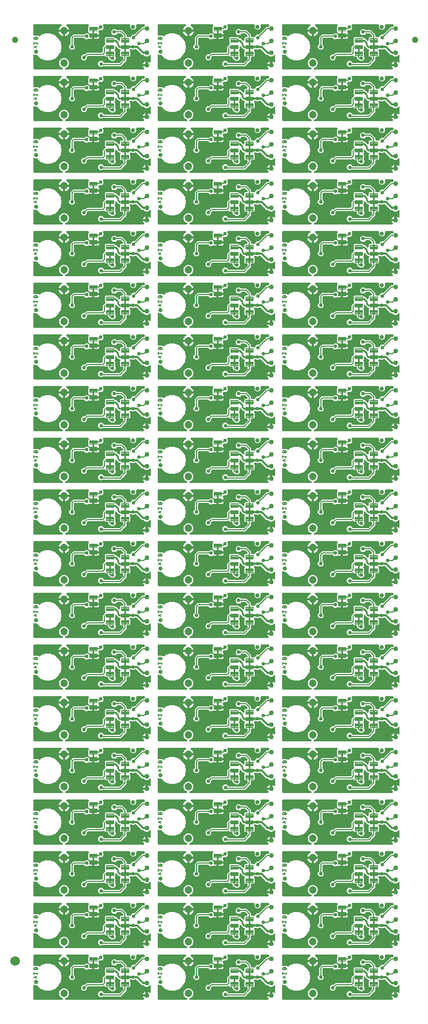
<source format=gbl>
G04 EAGLE Gerber RS-274X export*
G75*
%MOMM*%
%FSLAX34Y34*%
%LPD*%
%INBottom Copper*%
%IPPOS*%
%AMOC8*
5,1,8,0,0,1.08239X$1,22.5*%
G01*
%ADD10C,0.177800*%
%ADD11C,0.099059*%
%ADD12C,0.635000*%
%ADD13C,0.762000*%
%ADD14C,1.200000*%
%ADD15C,1.000000*%
%ADD16C,1.500000*%
%ADD17C,0.558800*%
%ADD18C,0.152400*%
%ADD19C,0.457200*%
%ADD20C,0.304800*%
%ADD21C,0.254000*%

G36*
X243655Y571763D02*
X243655Y571763D01*
X243725Y571762D01*
X243812Y571783D01*
X243901Y571795D01*
X243966Y571820D01*
X244034Y571837D01*
X244113Y571879D01*
X244197Y571912D01*
X244253Y571953D01*
X244315Y571985D01*
X244382Y572046D01*
X244454Y572098D01*
X244499Y572152D01*
X244550Y572199D01*
X244600Y572274D01*
X244657Y572343D01*
X244687Y572407D01*
X244725Y572465D01*
X244754Y572550D01*
X244793Y572631D01*
X244806Y572700D01*
X244828Y572766D01*
X244836Y572855D01*
X244852Y572943D01*
X244848Y573013D01*
X244854Y573083D01*
X244838Y573171D01*
X244833Y573261D01*
X244811Y573327D01*
X244799Y573396D01*
X244762Y573478D01*
X244735Y573563D01*
X244697Y573622D01*
X244669Y573686D01*
X244613Y573756D01*
X244564Y573832D01*
X244514Y573880D01*
X244470Y573934D01*
X244398Y573989D01*
X244333Y574050D01*
X244272Y574084D01*
X244216Y574126D01*
X244071Y574197D01*
X241974Y575065D01*
X239785Y577254D01*
X238601Y580113D01*
X238601Y583207D01*
X239785Y586066D01*
X241974Y588255D01*
X244833Y589439D01*
X247927Y589439D01*
X250786Y588255D01*
X252975Y586066D01*
X254159Y583207D01*
X254159Y580113D01*
X252975Y577254D01*
X250786Y575065D01*
X248689Y574197D01*
X248628Y574162D01*
X248563Y574136D01*
X248490Y574084D01*
X248412Y574039D01*
X248362Y573991D01*
X248306Y573950D01*
X248248Y573880D01*
X248184Y573818D01*
X248147Y573758D01*
X248103Y573705D01*
X248065Y573623D01*
X248018Y573547D01*
X247997Y573480D01*
X247967Y573417D01*
X247950Y573329D01*
X247924Y573243D01*
X247921Y573173D01*
X247908Y573104D01*
X247913Y573015D01*
X247909Y572925D01*
X247923Y572857D01*
X247927Y572787D01*
X247955Y572702D01*
X247973Y572614D01*
X248004Y572551D01*
X248025Y572485D01*
X248073Y572409D01*
X248113Y572328D01*
X248158Y572275D01*
X248196Y572216D01*
X248261Y572154D01*
X248319Y572086D01*
X248376Y572046D01*
X248427Y571998D01*
X248506Y571955D01*
X248579Y571903D01*
X248645Y571878D01*
X248706Y571844D01*
X248792Y571822D01*
X248877Y571790D01*
X248946Y571782D01*
X249014Y571765D01*
X249174Y571755D01*
X371240Y571755D01*
X371378Y571772D01*
X371516Y571785D01*
X371535Y571792D01*
X371555Y571795D01*
X371685Y571846D01*
X371815Y571893D01*
X371832Y571904D01*
X371851Y571912D01*
X371964Y571993D01*
X372079Y572071D01*
X372092Y572087D01*
X372108Y572098D01*
X372197Y572206D01*
X372289Y572310D01*
X372298Y572328D01*
X372311Y572343D01*
X372370Y572469D01*
X372434Y572593D01*
X372438Y572613D01*
X372447Y572631D01*
X372473Y572767D01*
X372503Y572903D01*
X372503Y572924D01*
X372506Y572943D01*
X372498Y573082D01*
X372494Y573221D01*
X372488Y573241D01*
X372487Y573261D01*
X372444Y573393D01*
X372405Y573527D01*
X372395Y573544D01*
X372389Y573563D01*
X372314Y573681D01*
X372244Y573801D01*
X372225Y573822D01*
X372219Y573832D01*
X372204Y573846D01*
X372137Y573922D01*
X371622Y574437D01*
X370927Y575477D01*
X370470Y576581D01*
X375920Y576581D01*
X376038Y576596D01*
X376157Y576603D01*
X376195Y576615D01*
X376235Y576621D01*
X376346Y576664D01*
X376459Y576701D01*
X376493Y576723D01*
X376531Y576738D01*
X376627Y576807D01*
X376728Y576871D01*
X376756Y576901D01*
X376788Y576924D01*
X376864Y577016D01*
X376946Y577103D01*
X376965Y577138D01*
X376991Y577169D01*
X377042Y577277D01*
X377099Y577381D01*
X377109Y577421D01*
X377127Y577457D01*
X377149Y577574D01*
X377179Y577689D01*
X377183Y577749D01*
X377186Y577769D01*
X377185Y577790D01*
X377189Y577850D01*
X377189Y577851D01*
X377190Y577851D01*
X377308Y577866D01*
X377427Y577873D01*
X377465Y577886D01*
X377506Y577891D01*
X377616Y577935D01*
X377729Y577971D01*
X377764Y577993D01*
X377801Y578008D01*
X377897Y578078D01*
X377998Y578141D01*
X378026Y578171D01*
X378059Y578195D01*
X378135Y578286D01*
X378216Y578373D01*
X378236Y578408D01*
X378261Y578440D01*
X378312Y578547D01*
X378370Y578652D01*
X378380Y578691D01*
X378397Y578727D01*
X378419Y578844D01*
X378449Y578960D01*
X378453Y579020D01*
X378457Y579040D01*
X378455Y579060D01*
X378459Y579120D01*
X378459Y584570D01*
X379563Y584113D01*
X380603Y583418D01*
X381118Y582903D01*
X381228Y582818D01*
X381335Y582729D01*
X381354Y582720D01*
X381370Y582708D01*
X381498Y582652D01*
X381623Y582593D01*
X381643Y582590D01*
X381662Y582581D01*
X381800Y582560D01*
X381936Y582534D01*
X381956Y582535D01*
X381976Y582532D01*
X382115Y582545D01*
X382253Y582553D01*
X382272Y582560D01*
X382292Y582561D01*
X382423Y582608D01*
X382555Y582651D01*
X382573Y582662D01*
X382592Y582669D01*
X382706Y582747D01*
X382824Y582821D01*
X382838Y582836D01*
X382855Y582848D01*
X382947Y582952D01*
X383042Y583053D01*
X383052Y583071D01*
X383065Y583086D01*
X383128Y583210D01*
X383196Y583332D01*
X383201Y583351D01*
X383210Y583369D01*
X383240Y583505D01*
X383275Y583640D01*
X383277Y583668D01*
X383280Y583680D01*
X383279Y583700D01*
X383285Y583800D01*
X383285Y593297D01*
X383268Y593435D01*
X383255Y593574D01*
X383248Y593593D01*
X383245Y593613D01*
X383194Y593742D01*
X383147Y593873D01*
X383136Y593890D01*
X383128Y593909D01*
X383047Y594021D01*
X382969Y594136D01*
X382953Y594150D01*
X382942Y594166D01*
X382834Y594255D01*
X382730Y594347D01*
X382712Y594356D01*
X382697Y594369D01*
X382571Y594428D01*
X382447Y594491D01*
X382427Y594496D01*
X382409Y594504D01*
X382272Y594530D01*
X382137Y594561D01*
X382116Y594560D01*
X382097Y594564D01*
X381958Y594555D01*
X381819Y594551D01*
X381799Y594546D01*
X381779Y594544D01*
X381647Y594502D01*
X381513Y594463D01*
X381496Y594453D01*
X381477Y594446D01*
X381359Y594372D01*
X381239Y594301D01*
X381218Y594283D01*
X381208Y594276D01*
X381194Y594261D01*
X381119Y594195D01*
X379721Y592797D01*
X377667Y591946D01*
X375443Y591946D01*
X373389Y592797D01*
X372326Y593861D01*
X372248Y593921D01*
X372175Y593989D01*
X372122Y594018D01*
X372075Y594055D01*
X371984Y594095D01*
X371897Y594143D01*
X371838Y594158D01*
X371783Y594182D01*
X371685Y594197D01*
X371589Y594222D01*
X371489Y594228D01*
X371469Y594232D01*
X371456Y594230D01*
X371428Y594232D01*
X369570Y594232D01*
X360417Y603386D01*
X360339Y603446D01*
X360267Y603514D01*
X360214Y603543D01*
X360166Y603580D01*
X360075Y603620D01*
X359988Y603668D01*
X359930Y603683D01*
X359874Y603707D01*
X359776Y603722D01*
X359680Y603747D01*
X359580Y603753D01*
X359560Y603757D01*
X359548Y603755D01*
X359520Y603757D01*
X358782Y603757D01*
X358684Y603745D01*
X358585Y603742D01*
X358526Y603725D01*
X358466Y603717D01*
X358374Y603681D01*
X358279Y603653D01*
X358227Y603623D01*
X358171Y603600D01*
X358091Y603542D01*
X358005Y603492D01*
X357930Y603426D01*
X357913Y603414D01*
X357905Y603404D01*
X357884Y603386D01*
X356986Y602487D01*
X353198Y602487D01*
X352377Y603309D01*
X352282Y603382D01*
X352193Y603460D01*
X352157Y603479D01*
X352125Y603504D01*
X352016Y603551D01*
X351910Y603605D01*
X351871Y603614D01*
X351833Y603630D01*
X351716Y603649D01*
X351600Y603675D01*
X351559Y603673D01*
X351519Y603680D01*
X351401Y603669D01*
X351282Y603665D01*
X351243Y603654D01*
X351203Y603650D01*
X351090Y603610D01*
X350976Y603577D01*
X350942Y603556D01*
X350903Y603542D01*
X350805Y603476D01*
X350702Y603415D01*
X350657Y603375D01*
X350640Y603364D01*
X350627Y603349D01*
X350582Y603309D01*
X350023Y602751D01*
X349950Y602656D01*
X349872Y602567D01*
X349853Y602531D01*
X349828Y602499D01*
X349781Y602390D01*
X349727Y602284D01*
X349718Y602245D01*
X349702Y602207D01*
X349683Y602090D01*
X349657Y601974D01*
X349659Y601933D01*
X349652Y601893D01*
X349663Y601775D01*
X349667Y601656D01*
X349678Y601617D01*
X349682Y601577D01*
X349722Y601464D01*
X349755Y601350D01*
X349776Y601316D01*
X349790Y601277D01*
X349856Y601179D01*
X349917Y601076D01*
X349957Y601031D01*
X349968Y601014D01*
X349983Y601001D01*
X350023Y600956D01*
X350584Y600395D01*
X350584Y592897D01*
X349252Y591565D01*
X346265Y591565D01*
X346147Y591550D01*
X346029Y591543D01*
X345990Y591530D01*
X345950Y591525D01*
X345839Y591482D01*
X345726Y591445D01*
X345692Y591423D01*
X345654Y591408D01*
X345558Y591339D01*
X345457Y591275D01*
X345430Y591245D01*
X345397Y591222D01*
X345321Y591130D01*
X345239Y591043D01*
X345220Y591008D01*
X345194Y590977D01*
X345143Y590869D01*
X345086Y590765D01*
X345076Y590725D01*
X345059Y590689D01*
X345036Y590572D01*
X345006Y590457D01*
X345003Y590397D01*
X344999Y590377D01*
X345000Y590356D01*
X344996Y590296D01*
X344996Y586259D01*
X343136Y584399D01*
X337176Y578439D01*
X335316Y576579D01*
X307982Y576579D01*
X307884Y576567D01*
X307785Y576564D01*
X307726Y576547D01*
X307666Y576539D01*
X307574Y576503D01*
X307479Y576475D01*
X307427Y576445D01*
X307371Y576422D01*
X307291Y576364D01*
X307205Y576314D01*
X307130Y576248D01*
X307113Y576236D01*
X307105Y576226D01*
X307084Y576208D01*
X306694Y575817D01*
X302906Y575817D01*
X300227Y578496D01*
X300227Y582284D01*
X302906Y584963D01*
X306694Y584963D01*
X309624Y582032D01*
X309703Y581972D01*
X309775Y581904D01*
X309828Y581875D01*
X309876Y581838D01*
X309967Y581798D01*
X310053Y581750D01*
X310112Y581735D01*
X310167Y581711D01*
X310265Y581696D01*
X310361Y581671D01*
X310461Y581665D01*
X310482Y581661D01*
X310494Y581663D01*
X310522Y581661D01*
X332686Y581661D01*
X332784Y581673D01*
X332883Y581676D01*
X332941Y581693D01*
X333001Y581701D01*
X333093Y581737D01*
X333189Y581765D01*
X333241Y581795D01*
X333297Y581818D01*
X333377Y581876D01*
X333463Y581926D01*
X333538Y581992D01*
X333554Y582004D01*
X333562Y582014D01*
X333583Y582032D01*
X339543Y587992D01*
X339604Y588070D01*
X339672Y588143D01*
X339701Y588196D01*
X339738Y588243D01*
X339777Y588334D01*
X339825Y588421D01*
X339840Y588480D01*
X339864Y588535D01*
X339880Y588633D01*
X339905Y588729D01*
X339911Y588829D01*
X339914Y588849D01*
X339913Y588862D01*
X339915Y588890D01*
X339915Y590296D01*
X339900Y590414D01*
X339892Y590533D01*
X339880Y590571D01*
X339875Y590612D01*
X339831Y590722D01*
X339794Y590835D01*
X339773Y590870D01*
X339758Y590907D01*
X339688Y591003D01*
X339624Y591104D01*
X339595Y591132D01*
X339571Y591165D01*
X339479Y591240D01*
X339393Y591322D01*
X339357Y591342D01*
X339326Y591367D01*
X339218Y591418D01*
X339114Y591476D01*
X339075Y591486D01*
X339038Y591503D01*
X338922Y591525D01*
X338806Y591555D01*
X338746Y591559D01*
X338726Y591563D01*
X338706Y591561D01*
X338646Y591565D01*
X335659Y591565D01*
X334327Y592897D01*
X334327Y600395D01*
X334888Y600956D01*
X334961Y601050D01*
X335039Y601139D01*
X335058Y601175D01*
X335083Y601207D01*
X335130Y601316D01*
X335184Y601422D01*
X335193Y601461D01*
X335209Y601499D01*
X335228Y601616D01*
X335254Y601732D01*
X335252Y601773D01*
X335259Y601813D01*
X335248Y601931D01*
X335244Y602050D01*
X335233Y602089D01*
X335229Y602129D01*
X335189Y602242D01*
X335156Y602356D01*
X335135Y602391D01*
X335121Y602429D01*
X335055Y602527D01*
X334994Y602630D01*
X334954Y602675D01*
X334943Y602692D01*
X334928Y602705D01*
X334888Y602751D01*
X333999Y603640D01*
X333920Y603700D01*
X333848Y603768D01*
X333795Y603797D01*
X333747Y603834D01*
X333656Y603874D01*
X333570Y603922D01*
X333511Y603937D01*
X333456Y603961D01*
X333358Y603976D01*
X333262Y604001D01*
X333162Y604007D01*
X333141Y604011D01*
X333129Y604009D01*
X333101Y604011D01*
X332747Y604011D01*
X329065Y607693D01*
X328956Y607778D01*
X328849Y607867D01*
X328830Y607875D01*
X328814Y607888D01*
X328686Y607943D01*
X328561Y608002D01*
X328541Y608006D01*
X328522Y608014D01*
X328384Y608036D01*
X328248Y608062D01*
X328228Y608061D01*
X328208Y608064D01*
X328069Y608051D01*
X327931Y608042D01*
X327912Y608036D01*
X327892Y608034D01*
X327760Y607987D01*
X327629Y607944D01*
X327611Y607934D01*
X327592Y607927D01*
X327477Y607849D01*
X327360Y607774D01*
X327346Y607759D01*
X327329Y607748D01*
X327237Y607644D01*
X327142Y607543D01*
X327132Y607525D01*
X327119Y607510D01*
X327055Y607386D01*
X326988Y607264D01*
X326983Y607245D01*
X326974Y607226D01*
X326944Y607091D01*
X326909Y606956D01*
X326907Y606928D01*
X326904Y606916D01*
X326905Y606896D01*
X326899Y606795D01*
X326899Y603311D01*
X326338Y602751D01*
X326265Y602657D01*
X326186Y602567D01*
X326168Y602531D01*
X326143Y602499D01*
X326096Y602390D01*
X326042Y602284D01*
X326033Y602245D01*
X326017Y602207D01*
X325998Y602090D01*
X325972Y601974D01*
X325973Y601933D01*
X325967Y601893D01*
X325978Y601775D01*
X325982Y601656D01*
X325993Y601617D01*
X325997Y601577D01*
X326037Y601464D01*
X326070Y601350D01*
X326090Y601316D01*
X326104Y601277D01*
X326171Y601179D01*
X326231Y601076D01*
X326271Y601031D01*
X326283Y601014D01*
X326298Y601001D01*
X326338Y600956D01*
X326899Y600395D01*
X326899Y592733D01*
X326892Y592721D01*
X326883Y592681D01*
X326867Y592644D01*
X326849Y592526D01*
X326823Y592410D01*
X326824Y592370D01*
X326817Y592330D01*
X326829Y592211D01*
X326832Y592092D01*
X326843Y592054D01*
X326847Y592013D01*
X326888Y591901D01*
X326921Y591787D01*
X326941Y591752D01*
X326955Y591714D01*
X327022Y591616D01*
X327082Y591513D01*
X327122Y591468D01*
X327133Y591451D01*
X327149Y591437D01*
X327189Y591392D01*
X327407Y591174D01*
X327407Y587386D01*
X324728Y584707D01*
X320940Y584707D01*
X319280Y586368D01*
X319201Y586428D01*
X319129Y586496D01*
X319076Y586525D01*
X319028Y586562D01*
X318937Y586602D01*
X318851Y586650D01*
X318792Y586665D01*
X318737Y586689D01*
X318639Y586704D01*
X318543Y586729D01*
X318486Y586733D01*
X316229Y588990D01*
X316229Y590296D01*
X316214Y590414D01*
X316207Y590533D01*
X316194Y590571D01*
X316189Y590612D01*
X316146Y590722D01*
X316109Y590835D01*
X316087Y590870D01*
X316072Y590907D01*
X316003Y591003D01*
X315939Y591104D01*
X315909Y591132D01*
X315886Y591165D01*
X315794Y591240D01*
X315707Y591322D01*
X315672Y591342D01*
X315641Y591367D01*
X315533Y591418D01*
X315429Y591476D01*
X315389Y591486D01*
X315353Y591503D01*
X315236Y591525D01*
X315121Y591555D01*
X315061Y591559D01*
X315041Y591563D01*
X315020Y591561D01*
X314960Y591565D01*
X311973Y591565D01*
X310318Y593220D01*
X310224Y593293D01*
X310135Y593372D01*
X310099Y593390D01*
X310067Y593415D01*
X309958Y593463D01*
X309852Y593517D01*
X309812Y593525D01*
X309775Y593542D01*
X309658Y593560D01*
X309542Y593586D01*
X309501Y593585D01*
X309461Y593591D01*
X309342Y593580D01*
X309224Y593577D01*
X309185Y593565D01*
X309145Y593562D01*
X309032Y593521D01*
X308918Y593488D01*
X308883Y593468D01*
X308845Y593454D01*
X308747Y593387D01*
X308644Y593327D01*
X308599Y593287D01*
X308582Y593275D01*
X308569Y593260D01*
X308523Y593220D01*
X308392Y593089D01*
X284788Y593089D01*
X284690Y593077D01*
X284591Y593074D01*
X284533Y593057D01*
X284473Y593049D01*
X284381Y593013D01*
X284285Y592985D01*
X284233Y592955D01*
X284177Y592932D01*
X284097Y592874D01*
X284012Y592824D01*
X283936Y592758D01*
X283920Y592746D01*
X283912Y592736D01*
X283891Y592718D01*
X282820Y591647D01*
X282760Y591569D01*
X282692Y591497D01*
X282663Y591444D01*
X282626Y591396D01*
X282586Y591305D01*
X282538Y591218D01*
X282523Y591160D01*
X282499Y591104D01*
X282484Y591006D01*
X282459Y590911D01*
X282453Y590810D01*
X282449Y590790D01*
X282451Y590778D01*
X282449Y590750D01*
X282449Y588402D01*
X279770Y585723D01*
X275982Y585723D01*
X273303Y588402D01*
X273303Y592190D01*
X275982Y594869D01*
X278330Y594869D01*
X278428Y594881D01*
X278527Y594884D01*
X278585Y594901D01*
X278645Y594909D01*
X278737Y594945D01*
X278833Y594973D01*
X278885Y595003D01*
X278941Y595026D01*
X279021Y595084D01*
X279106Y595134D01*
X279182Y595200D01*
X279198Y595212D01*
X279206Y595222D01*
X279227Y595240D01*
X282158Y598171D01*
X305762Y598171D01*
X305860Y598183D01*
X305959Y598186D01*
X306017Y598203D01*
X306077Y598211D01*
X306169Y598247D01*
X306265Y598275D01*
X306317Y598305D01*
X306373Y598328D01*
X306453Y598386D01*
X306538Y598436D01*
X306614Y598502D01*
X306630Y598514D01*
X306638Y598524D01*
X306659Y598542D01*
X306968Y598851D01*
X307028Y598929D01*
X307096Y599001D01*
X307125Y599054D01*
X307162Y599102D01*
X307202Y599193D01*
X307250Y599280D01*
X307265Y599338D01*
X307289Y599394D01*
X307304Y599492D01*
X307329Y599587D01*
X307335Y599688D01*
X307339Y599708D01*
X307337Y599720D01*
X307339Y599748D01*
X307339Y606842D01*
X310270Y609773D01*
X310330Y609851D01*
X310398Y609923D01*
X310427Y609976D01*
X310464Y610024D01*
X310504Y610115D01*
X310552Y610202D01*
X310567Y610260D01*
X310591Y610316D01*
X310606Y610414D01*
X310631Y610509D01*
X310637Y610610D01*
X310641Y610630D01*
X310639Y610642D01*
X310641Y610670D01*
X310641Y610809D01*
X311202Y611370D01*
X311275Y611464D01*
X311354Y611553D01*
X311372Y611589D01*
X311397Y611621D01*
X311444Y611730D01*
X311498Y611836D01*
X311507Y611875D01*
X311523Y611913D01*
X311542Y612030D01*
X311568Y612146D01*
X311567Y612187D01*
X311573Y612227D01*
X311562Y612345D01*
X311558Y612464D01*
X311547Y612503D01*
X311543Y612543D01*
X311503Y612655D01*
X311470Y612770D01*
X311450Y612805D01*
X311436Y612843D01*
X311369Y612941D01*
X311309Y613044D01*
X311269Y613089D01*
X311257Y613106D01*
X311242Y613119D01*
X311202Y613165D01*
X310641Y613725D01*
X310641Y621223D01*
X311973Y622555D01*
X325567Y622555D01*
X327227Y620894D01*
X327305Y620834D01*
X327377Y620766D01*
X327430Y620737D01*
X327478Y620700D01*
X327569Y620660D01*
X327656Y620612D01*
X327714Y620597D01*
X327770Y620573D01*
X327868Y620558D01*
X327964Y620533D01*
X328064Y620527D01*
X328084Y620523D01*
X328096Y620525D01*
X328124Y620523D01*
X328669Y620523D01*
X332160Y617032D01*
X332270Y616946D01*
X332377Y616858D01*
X332395Y616849D01*
X332411Y616837D01*
X332539Y616781D01*
X332665Y616722D01*
X332684Y616718D01*
X332703Y616710D01*
X332841Y616688D01*
X332977Y616662D01*
X332997Y616664D01*
X333017Y616660D01*
X333156Y616673D01*
X333294Y616682D01*
X333314Y616688D01*
X333334Y616690D01*
X333465Y616737D01*
X333597Y616780D01*
X333614Y616791D01*
X333633Y616798D01*
X333748Y616876D01*
X333866Y616950D01*
X333880Y616965D01*
X333896Y616976D01*
X333988Y617081D01*
X334084Y617182D01*
X334093Y617200D01*
X334107Y617215D01*
X334170Y617339D01*
X334237Y617460D01*
X334242Y617480D01*
X334251Y617498D01*
X334282Y617634D01*
X334317Y617768D01*
X334318Y617796D01*
X334321Y617808D01*
X334320Y617829D01*
X334327Y617929D01*
X334327Y621223D01*
X335659Y622555D01*
X338528Y622555D01*
X338665Y622572D01*
X338804Y622585D01*
X338823Y622592D01*
X338843Y622595D01*
X338972Y622646D01*
X339104Y622693D01*
X339120Y622704D01*
X339139Y622712D01*
X339252Y622793D01*
X339367Y622871D01*
X339380Y622887D01*
X339396Y622898D01*
X339485Y623006D01*
X339577Y623110D01*
X339586Y623128D01*
X339599Y623143D01*
X339659Y623269D01*
X339722Y623393D01*
X339726Y623413D01*
X339735Y623431D01*
X339761Y623567D01*
X339791Y623703D01*
X339791Y623724D01*
X339795Y623743D01*
X339786Y623882D01*
X339782Y624021D01*
X339776Y624041D01*
X339775Y624061D01*
X339732Y624193D01*
X339693Y624327D01*
X339683Y624344D01*
X339677Y624363D01*
X339602Y624481D01*
X339532Y624601D01*
X339513Y624622D01*
X339507Y624632D01*
X339492Y624646D01*
X339425Y624721D01*
X336631Y627516D01*
X336553Y627576D01*
X336481Y627644D01*
X336428Y627673D01*
X336380Y627710D01*
X336289Y627750D01*
X336202Y627798D01*
X336144Y627813D01*
X336088Y627837D01*
X335990Y627852D01*
X335895Y627877D01*
X335794Y627883D01*
X335774Y627887D01*
X335762Y627885D01*
X335734Y627887D01*
X330080Y627887D01*
X329982Y627875D01*
X329883Y627872D01*
X329824Y627855D01*
X329764Y627847D01*
X329672Y627811D01*
X329577Y627783D01*
X329525Y627753D01*
X329469Y627730D01*
X329389Y627672D01*
X329303Y627622D01*
X329228Y627556D01*
X329211Y627544D01*
X329203Y627534D01*
X329182Y627516D01*
X327522Y625855D01*
X323734Y625855D01*
X321055Y628534D01*
X321055Y632322D01*
X323734Y635001D01*
X327522Y635001D01*
X329182Y633340D01*
X329261Y633280D01*
X329333Y633212D01*
X329386Y633183D01*
X329434Y633146D01*
X329525Y633106D01*
X329611Y633058D01*
X329670Y633043D01*
X329725Y633019D01*
X329823Y633004D01*
X329919Y632979D01*
X330019Y632973D01*
X330040Y632969D01*
X330052Y632971D01*
X330080Y632969D01*
X338364Y632969D01*
X344996Y626337D01*
X344996Y623824D01*
X345011Y623706D01*
X345019Y623587D01*
X345031Y623549D01*
X345036Y623508D01*
X345080Y623398D01*
X345117Y623285D01*
X345138Y623250D01*
X345153Y623213D01*
X345223Y623117D01*
X345287Y623016D01*
X345316Y622988D01*
X345340Y622955D01*
X345432Y622879D01*
X345518Y622798D01*
X345554Y622778D01*
X345585Y622753D01*
X345693Y622702D01*
X345797Y622644D01*
X345836Y622634D01*
X345873Y622617D01*
X345989Y622595D01*
X346105Y622565D01*
X346165Y622561D01*
X346185Y622557D01*
X346205Y622559D01*
X346265Y622555D01*
X349252Y622555D01*
X349368Y622438D01*
X349478Y622353D01*
X349585Y622264D01*
X349604Y622256D01*
X349620Y622243D01*
X349748Y622188D01*
X349873Y622129D01*
X349893Y622125D01*
X349912Y622117D01*
X350050Y622095D01*
X350186Y622069D01*
X350206Y622070D01*
X350226Y622067D01*
X350365Y622080D01*
X350503Y622089D01*
X350522Y622095D01*
X350542Y622097D01*
X350673Y622144D01*
X350805Y622187D01*
X350823Y622198D01*
X350842Y622205D01*
X350956Y622283D01*
X351074Y622357D01*
X351088Y622372D01*
X351105Y622383D01*
X351197Y622487D01*
X351292Y622589D01*
X351302Y622606D01*
X351315Y622622D01*
X351379Y622746D01*
X351446Y622867D01*
X351451Y622887D01*
X351460Y622905D01*
X351490Y623041D01*
X351525Y623175D01*
X351527Y623203D01*
X351530Y623215D01*
X351529Y623236D01*
X351535Y623336D01*
X351535Y623686D01*
X354214Y626365D01*
X356562Y626365D01*
X356660Y626377D01*
X356759Y626380D01*
X356817Y626397D01*
X356877Y626405D01*
X356969Y626441D01*
X357065Y626469D01*
X357117Y626499D01*
X357173Y626522D01*
X357253Y626580D01*
X357338Y626630D01*
X357414Y626696D01*
X357430Y626708D01*
X357438Y626718D01*
X357459Y626736D01*
X368899Y638176D01*
X370710Y638176D01*
X370739Y638179D01*
X370769Y638177D01*
X370897Y638199D01*
X371026Y638216D01*
X371053Y638226D01*
X371082Y638231D01*
X371201Y638285D01*
X371321Y638333D01*
X371345Y638350D01*
X371372Y638362D01*
X371474Y638443D01*
X371579Y638519D01*
X371598Y638542D01*
X371620Y638561D01*
X371698Y638664D01*
X371781Y638764D01*
X371782Y638766D01*
X373215Y640199D01*
X373300Y640308D01*
X373389Y640415D01*
X373397Y640434D01*
X373410Y640450D01*
X373465Y640578D01*
X373524Y640703D01*
X373528Y640723D01*
X373536Y640742D01*
X373558Y640880D01*
X373584Y641016D01*
X373583Y641036D01*
X373586Y641056D01*
X373573Y641195D01*
X373564Y641333D01*
X373558Y641352D01*
X373556Y641372D01*
X373509Y641504D01*
X373466Y641635D01*
X373455Y641653D01*
X373449Y641672D01*
X373371Y641787D01*
X373296Y641904D01*
X373281Y641918D01*
X373270Y641935D01*
X373166Y642027D01*
X373065Y642122D01*
X373047Y642132D01*
X373032Y642145D01*
X372907Y642209D01*
X372786Y642276D01*
X372766Y642281D01*
X372748Y642290D01*
X372613Y642320D01*
X372478Y642355D01*
X372450Y642357D01*
X372438Y642360D01*
X372418Y642359D01*
X372317Y642365D01*
X361135Y642365D01*
X361085Y642359D01*
X361036Y642361D01*
X360928Y642339D01*
X360819Y642325D01*
X360773Y642307D01*
X360724Y642297D01*
X360626Y642249D01*
X360524Y642208D01*
X360483Y642179D01*
X360439Y642157D01*
X360355Y642086D01*
X360266Y642022D01*
X360235Y641983D01*
X360197Y641951D01*
X360134Y641861D01*
X360063Y641777D01*
X360042Y641732D01*
X360014Y641691D01*
X359975Y641588D01*
X359928Y641489D01*
X359919Y641440D01*
X359901Y641394D01*
X359889Y641284D01*
X359868Y641177D01*
X359871Y641127D01*
X359866Y641078D01*
X359881Y640969D01*
X359888Y640859D01*
X359903Y640812D01*
X359910Y640763D01*
X359962Y640610D01*
X360300Y639795D01*
X360300Y637825D01*
X359546Y636004D01*
X358152Y634610D01*
X356331Y633856D01*
X354361Y633856D01*
X352540Y634610D01*
X351146Y636004D01*
X350392Y637825D01*
X350392Y639795D01*
X350730Y640610D01*
X350743Y640658D01*
X350764Y640703D01*
X350785Y640811D01*
X350814Y640917D01*
X350815Y640967D01*
X350824Y641016D01*
X350817Y641125D01*
X350819Y641235D01*
X350807Y641283D01*
X350804Y641333D01*
X350770Y641437D01*
X350745Y641544D01*
X350721Y641588D01*
X350706Y641635D01*
X350647Y641728D01*
X350596Y641825D01*
X350563Y641862D01*
X350536Y641904D01*
X350456Y641979D01*
X350382Y642061D01*
X350341Y642088D01*
X350304Y642122D01*
X350208Y642175D01*
X350116Y642235D01*
X350069Y642252D01*
X350026Y642276D01*
X349920Y642303D01*
X349816Y642339D01*
X349766Y642343D01*
X349718Y642355D01*
X349557Y642365D01*
X308998Y642365D01*
X308860Y642348D01*
X308721Y642335D01*
X308702Y642328D01*
X308682Y642325D01*
X308553Y642274D01*
X308422Y642227D01*
X308405Y642216D01*
X308387Y642208D01*
X308274Y642127D01*
X308159Y642049D01*
X308146Y642033D01*
X308129Y642022D01*
X308040Y641914D01*
X307949Y641810D01*
X307939Y641792D01*
X307926Y641777D01*
X307867Y641651D01*
X307804Y641527D01*
X307799Y641507D01*
X307791Y641489D01*
X307765Y641352D01*
X307734Y641217D01*
X307735Y641196D01*
X307731Y641177D01*
X307740Y641038D01*
X307744Y640899D01*
X307750Y640879D01*
X307751Y640859D01*
X307794Y640727D01*
X307832Y640593D01*
X307843Y640576D01*
X307849Y640557D01*
X307923Y640439D01*
X307994Y640319D01*
X308012Y640298D01*
X308019Y640288D01*
X308034Y640274D01*
X308100Y640198D01*
X308357Y639942D01*
X308357Y636154D01*
X305678Y633475D01*
X303330Y633475D01*
X303232Y633463D01*
X303133Y633460D01*
X303075Y633443D01*
X303015Y633435D01*
X302923Y633399D01*
X302827Y633371D01*
X302775Y633341D01*
X302719Y633318D01*
X302639Y633260D01*
X302554Y633210D01*
X302478Y633144D01*
X302462Y633132D01*
X302454Y633122D01*
X302433Y633104D01*
X302423Y633094D01*
X302006Y633094D01*
X301888Y633079D01*
X301769Y633072D01*
X301731Y633059D01*
X301690Y633054D01*
X301580Y633011D01*
X301467Y632974D01*
X301432Y632952D01*
X301395Y632937D01*
X301299Y632868D01*
X301198Y632804D01*
X301170Y632774D01*
X301137Y632751D01*
X301061Y632659D01*
X300980Y632572D01*
X300960Y632537D01*
X300935Y632506D01*
X300884Y632398D01*
X300826Y632294D01*
X300816Y632254D01*
X300799Y632218D01*
X300777Y632101D01*
X300747Y631986D01*
X300743Y631926D01*
X300739Y631906D01*
X300740Y631890D01*
X300715Y631864D01*
X300642Y631770D01*
X300563Y631681D01*
X300545Y631645D01*
X300520Y631613D01*
X300473Y631504D01*
X300418Y631398D01*
X300409Y631358D01*
X300393Y631321D01*
X300375Y631204D01*
X300349Y631087D01*
X300350Y631047D01*
X300344Y631007D01*
X300355Y630888D01*
X300358Y630770D01*
X300370Y630731D01*
X300373Y630691D01*
X300414Y630578D01*
X300447Y630464D01*
X300467Y630429D01*
X300481Y630391D01*
X300548Y630292D01*
X300608Y630190D01*
X300648Y630145D01*
X300660Y630128D01*
X300675Y630115D01*
X300715Y630069D01*
X300892Y629892D01*
X301292Y629200D01*
X301499Y628427D01*
X301499Y626871D01*
X293941Y626871D01*
X293941Y637413D01*
X293929Y637432D01*
X293925Y637454D01*
X293910Y637461D01*
X293904Y637470D01*
X293894Y637469D01*
X293878Y637476D01*
X291338Y637476D01*
X291319Y637464D01*
X291297Y637460D01*
X291290Y637445D01*
X291281Y637439D01*
X291282Y637429D01*
X291275Y637413D01*
X291275Y626871D01*
X287782Y626871D01*
X287664Y626856D01*
X287545Y626849D01*
X287507Y626836D01*
X287466Y626831D01*
X287356Y626788D01*
X287243Y626751D01*
X287208Y626729D01*
X287171Y626714D01*
X287075Y626645D01*
X286974Y626581D01*
X286946Y626551D01*
X286913Y626528D01*
X286837Y626436D01*
X286756Y626349D01*
X286736Y626314D01*
X286711Y626283D01*
X286660Y626175D01*
X286602Y626071D01*
X286592Y626031D01*
X286575Y625995D01*
X286553Y625878D01*
X286523Y625763D01*
X286519Y625703D01*
X286515Y625683D01*
X286517Y625662D01*
X286513Y625602D01*
X286513Y624840D01*
X286528Y624722D01*
X286535Y624603D01*
X286548Y624565D01*
X286553Y624524D01*
X286596Y624414D01*
X286633Y624301D01*
X286655Y624266D01*
X286670Y624229D01*
X286739Y624132D01*
X286803Y624032D01*
X286833Y624004D01*
X286856Y623971D01*
X286948Y623895D01*
X287035Y623814D01*
X287070Y623794D01*
X287101Y623769D01*
X287209Y623718D01*
X287313Y623660D01*
X287353Y623650D01*
X287389Y623633D01*
X287506Y623611D01*
X287621Y623581D01*
X287681Y623577D01*
X287701Y623573D01*
X287722Y623575D01*
X287782Y623571D01*
X290958Y623571D01*
X290958Y619378D01*
X286354Y619378D01*
X285581Y619585D01*
X285529Y619615D01*
X285425Y619659D01*
X285325Y619710D01*
X285279Y619721D01*
X285236Y619739D01*
X285125Y619755D01*
X285015Y619780D01*
X284968Y619778D01*
X284921Y619785D01*
X284809Y619774D01*
X284697Y619770D01*
X284652Y619757D01*
X284605Y619752D01*
X284499Y619713D01*
X284391Y619682D01*
X284351Y619658D01*
X284307Y619641D01*
X284214Y619577D01*
X284117Y619520D01*
X284063Y619472D01*
X284045Y619460D01*
X284033Y619446D01*
X283997Y619414D01*
X283834Y619251D01*
X280046Y619251D01*
X278386Y620912D01*
X278307Y620972D01*
X278235Y621040D01*
X278182Y621069D01*
X278134Y621106D01*
X278043Y621146D01*
X277957Y621194D01*
X277898Y621209D01*
X277843Y621233D01*
X277745Y621248D01*
X277649Y621273D01*
X277549Y621279D01*
X277528Y621283D01*
X277516Y621281D01*
X277488Y621283D01*
X263198Y621283D01*
X263100Y621271D01*
X263001Y621268D01*
X262943Y621251D01*
X262883Y621243D01*
X262791Y621207D01*
X262695Y621179D01*
X262643Y621149D01*
X262587Y621126D01*
X262507Y621068D01*
X262422Y621018D01*
X262346Y620952D01*
X262330Y620940D01*
X262322Y620930D01*
X262301Y620912D01*
X261992Y620603D01*
X261932Y620525D01*
X261864Y620453D01*
X261835Y620400D01*
X261798Y620352D01*
X261758Y620261D01*
X261710Y620174D01*
X261695Y620116D01*
X261671Y620060D01*
X261656Y619962D01*
X261631Y619867D01*
X261625Y619766D01*
X261621Y619746D01*
X261623Y619734D01*
X261621Y619706D01*
X261621Y611512D01*
X261633Y611414D01*
X261636Y611315D01*
X261653Y611256D01*
X261661Y611196D01*
X261697Y611104D01*
X261725Y611009D01*
X261755Y610957D01*
X261778Y610901D01*
X261836Y610821D01*
X261886Y610735D01*
X261952Y610660D01*
X261964Y610643D01*
X261974Y610635D01*
X261992Y610614D01*
X263653Y608954D01*
X263653Y605166D01*
X260974Y602487D01*
X257186Y602487D01*
X254507Y605166D01*
X254507Y608954D01*
X256168Y610614D01*
X256228Y610693D01*
X256296Y610765D01*
X256325Y610818D01*
X256362Y610866D01*
X256402Y610957D01*
X256450Y611043D01*
X256465Y611102D01*
X256489Y611157D01*
X256504Y611255D01*
X256529Y611351D01*
X256535Y611451D01*
X256539Y611472D01*
X256537Y611484D01*
X256539Y611512D01*
X256539Y622336D01*
X260568Y626365D01*
X277488Y626365D01*
X277586Y626377D01*
X277685Y626380D01*
X277744Y626397D01*
X277804Y626405D01*
X277896Y626441D01*
X277991Y626469D01*
X278043Y626499D01*
X278099Y626522D01*
X278180Y626580D01*
X278265Y626630D01*
X278340Y626696D01*
X278357Y626708D01*
X278365Y626718D01*
X278386Y626736D01*
X280046Y628397D01*
X282735Y628397D01*
X282847Y628411D01*
X282960Y628417D01*
X283004Y628431D01*
X283051Y628437D01*
X283156Y628478D01*
X283263Y628512D01*
X283303Y628536D01*
X283346Y628554D01*
X283437Y628620D01*
X283533Y628679D01*
X283566Y628713D01*
X283604Y628740D01*
X283676Y628827D01*
X283754Y628909D01*
X283777Y628949D01*
X283806Y628985D01*
X283836Y629048D01*
X283841Y629055D01*
X284324Y629892D01*
X284501Y630069D01*
X284574Y630163D01*
X284653Y630253D01*
X284671Y630289D01*
X284696Y630321D01*
X284744Y630430D01*
X284798Y630536D01*
X284806Y630575D01*
X284823Y630612D01*
X284841Y630730D01*
X284867Y630846D01*
X284866Y630887D01*
X284872Y630926D01*
X284861Y631045D01*
X284858Y631164D01*
X284846Y631203D01*
X284843Y631243D01*
X284802Y631355D01*
X284769Y631470D01*
X284749Y631504D01*
X284735Y631542D01*
X284668Y631641D01*
X284608Y631743D01*
X284568Y631789D01*
X284556Y631806D01*
X284541Y631819D01*
X284501Y631864D01*
X284479Y631886D01*
X284479Y639384D01*
X285294Y640199D01*
X285379Y640308D01*
X285468Y640415D01*
X285477Y640434D01*
X285489Y640450D01*
X285544Y640577D01*
X285604Y640703D01*
X285607Y640723D01*
X285615Y640742D01*
X285637Y640880D01*
X285663Y641016D01*
X285662Y641036D01*
X285665Y641056D01*
X285652Y641195D01*
X285644Y641333D01*
X285637Y641352D01*
X285635Y641372D01*
X285588Y641504D01*
X285546Y641635D01*
X285535Y641653D01*
X285528Y641672D01*
X285450Y641787D01*
X285375Y641904D01*
X285361Y641918D01*
X285349Y641935D01*
X285245Y642027D01*
X285144Y642122D01*
X285126Y642132D01*
X285111Y642145D01*
X284987Y642208D01*
X284865Y642276D01*
X284846Y642281D01*
X284828Y642290D01*
X284692Y642320D01*
X284557Y642355D01*
X284529Y642357D01*
X284517Y642360D01*
X284497Y642359D01*
X284397Y642365D01*
X251113Y642365D01*
X251009Y642352D01*
X250905Y642348D01*
X250852Y642332D01*
X250797Y642325D01*
X250700Y642287D01*
X250600Y642257D01*
X250553Y642229D01*
X250501Y642208D01*
X250417Y642147D01*
X250327Y642093D01*
X250289Y642054D01*
X250244Y642022D01*
X250177Y641941D01*
X250104Y641867D01*
X250076Y641819D01*
X250041Y641777D01*
X249997Y641682D01*
X249944Y641592D01*
X249929Y641539D01*
X249906Y641489D01*
X249886Y641387D01*
X249858Y641286D01*
X249856Y641231D01*
X249846Y641177D01*
X249853Y641072D01*
X249850Y640968D01*
X249862Y640914D01*
X249866Y640859D01*
X249898Y640760D01*
X249921Y640658D01*
X249947Y640609D01*
X249964Y640557D01*
X250020Y640468D01*
X250068Y640376D01*
X250104Y640335D01*
X250134Y640288D01*
X250210Y640216D01*
X250280Y640138D01*
X250350Y640085D01*
X250366Y640070D01*
X250379Y640063D01*
X250408Y640041D01*
X251824Y639094D01*
X253014Y637904D01*
X253949Y636506D01*
X254592Y634951D01*
X254740Y634209D01*
X246860Y634209D01*
X246742Y634194D01*
X246623Y634187D01*
X246585Y634174D01*
X246545Y634169D01*
X246434Y634126D01*
X246386Y634110D01*
X246368Y634120D01*
X246329Y634130D01*
X246293Y634147D01*
X246176Y634169D01*
X246060Y634199D01*
X246000Y634203D01*
X245980Y634207D01*
X245960Y634205D01*
X245900Y634209D01*
X238020Y634209D01*
X238168Y634951D01*
X238811Y636506D01*
X239746Y637904D01*
X240936Y639094D01*
X242352Y640041D01*
X242431Y640109D01*
X242516Y640170D01*
X242551Y640213D01*
X242593Y640249D01*
X242652Y640335D01*
X242719Y640415D01*
X242742Y640465D01*
X242774Y640511D01*
X242810Y640609D01*
X242854Y640703D01*
X242865Y640757D01*
X242884Y640809D01*
X242894Y640913D01*
X242914Y641016D01*
X242911Y641070D01*
X242916Y641125D01*
X242901Y641229D01*
X242894Y641333D01*
X242877Y641385D01*
X242869Y641440D01*
X242828Y641536D01*
X242796Y641635D01*
X242767Y641682D01*
X242745Y641733D01*
X242682Y641816D01*
X242626Y641904D01*
X242586Y641942D01*
X242553Y641986D01*
X242470Y642051D01*
X242394Y642122D01*
X242346Y642149D01*
X242303Y642183D01*
X242207Y642225D01*
X242116Y642276D01*
X242063Y642289D01*
X242012Y642312D01*
X241909Y642329D01*
X241808Y642355D01*
X241720Y642361D01*
X241699Y642364D01*
X241684Y642363D01*
X241647Y642365D01*
X199644Y642365D01*
X199526Y642350D01*
X199407Y642343D01*
X199369Y642330D01*
X199328Y642325D01*
X199218Y642282D01*
X199105Y642245D01*
X199070Y642223D01*
X199033Y642208D01*
X198937Y642139D01*
X198836Y642075D01*
X198808Y642045D01*
X198775Y642022D01*
X198699Y641930D01*
X198618Y641843D01*
X198598Y641808D01*
X198573Y641777D01*
X198522Y641669D01*
X198464Y641565D01*
X198454Y641525D01*
X198437Y641489D01*
X198415Y641372D01*
X198385Y641257D01*
X198381Y641197D01*
X198377Y641177D01*
X198379Y641156D01*
X198375Y641096D01*
X198375Y626071D01*
X198386Y625984D01*
X198387Y625896D01*
X198406Y625827D01*
X198415Y625756D01*
X198447Y625674D01*
X198470Y625589D01*
X198505Y625527D01*
X198532Y625460D01*
X198583Y625389D01*
X198627Y625312D01*
X198677Y625261D01*
X198718Y625203D01*
X198786Y625147D01*
X198848Y625083D01*
X198908Y625046D01*
X198963Y625000D01*
X199043Y624963D01*
X199118Y624916D01*
X199187Y624895D01*
X199251Y624865D01*
X199338Y624848D01*
X199422Y624822D01*
X199493Y624818D01*
X199563Y624805D01*
X199652Y624810D01*
X199740Y624806D01*
X199810Y624820D01*
X199881Y624825D01*
X199965Y624852D01*
X200051Y624869D01*
X200171Y624918D01*
X200183Y624923D01*
X200188Y624926D01*
X200200Y624931D01*
X200456Y625055D01*
X204102Y625055D01*
X204816Y624707D01*
X204946Y624663D01*
X205073Y624615D01*
X205104Y624609D01*
X205117Y624605D01*
X205138Y624603D01*
X205232Y624587D01*
X205446Y624563D01*
X205491Y624519D01*
X205571Y624431D01*
X205605Y624409D01*
X205634Y624380D01*
X205737Y624321D01*
X205837Y624256D01*
X205892Y624233D01*
X205910Y624223D01*
X205930Y624217D01*
X205985Y624194D01*
X206883Y623886D01*
X206975Y623867D01*
X207065Y623839D01*
X207131Y623835D01*
X207195Y623822D01*
X207288Y623826D01*
X207382Y623821D01*
X207447Y623833D01*
X207513Y623836D01*
X207602Y623864D01*
X207694Y623882D01*
X207754Y623910D01*
X207817Y623930D01*
X207897Y623979D01*
X207981Y624019D01*
X208073Y624086D01*
X208088Y624096D01*
X208094Y624102D01*
X208111Y624115D01*
X210147Y625823D01*
X217218Y628397D01*
X224742Y628397D01*
X231813Y625823D01*
X237577Y620987D01*
X241339Y614470D01*
X242646Y607060D01*
X241339Y599650D01*
X237577Y593134D01*
X231813Y588297D01*
X224742Y585723D01*
X217218Y585723D01*
X210147Y588297D01*
X204383Y593133D01*
X203822Y594106D01*
X203758Y594190D01*
X203701Y594279D01*
X203662Y594316D01*
X203629Y594359D01*
X203547Y594425D01*
X203470Y594497D01*
X203422Y594523D01*
X203380Y594557D01*
X203284Y594600D01*
X203191Y594651D01*
X203139Y594664D01*
X203090Y594686D01*
X202985Y594704D01*
X202883Y594730D01*
X202798Y594735D01*
X202776Y594739D01*
X202761Y594738D01*
X202722Y594740D01*
X201199Y594740D01*
X200130Y595183D01*
X200082Y595196D01*
X200037Y595217D01*
X199929Y595238D01*
X199823Y595267D01*
X199773Y595268D01*
X199724Y595277D01*
X199615Y595270D01*
X199505Y595272D01*
X199457Y595260D01*
X199407Y595257D01*
X199303Y595224D01*
X199196Y595198D01*
X199152Y595175D01*
X199105Y595159D01*
X199012Y595101D01*
X198915Y595049D01*
X198878Y595016D01*
X198836Y594989D01*
X198761Y594909D01*
X198679Y594835D01*
X198652Y594794D01*
X198618Y594758D01*
X198565Y594661D01*
X198505Y594570D01*
X198488Y594523D01*
X198464Y594479D01*
X198437Y594373D01*
X198401Y594269D01*
X198397Y594219D01*
X198385Y594171D01*
X198375Y594010D01*
X198375Y573024D01*
X198390Y572906D01*
X198397Y572787D01*
X198410Y572749D01*
X198415Y572708D01*
X198458Y572598D01*
X198495Y572485D01*
X198517Y572450D01*
X198532Y572413D01*
X198601Y572317D01*
X198665Y572216D01*
X198695Y572188D01*
X198718Y572155D01*
X198810Y572079D01*
X198897Y571998D01*
X198932Y571978D01*
X198963Y571953D01*
X199071Y571902D01*
X199175Y571844D01*
X199215Y571834D01*
X199251Y571817D01*
X199368Y571795D01*
X199483Y571765D01*
X199543Y571761D01*
X199563Y571757D01*
X199584Y571759D01*
X199644Y571755D01*
X243586Y571755D01*
X243655Y571763D01*
G37*
G36*
X48075Y1222003D02*
X48075Y1222003D01*
X48145Y1222002D01*
X48232Y1222023D01*
X48321Y1222035D01*
X48386Y1222060D01*
X48454Y1222077D01*
X48533Y1222119D01*
X48617Y1222152D01*
X48673Y1222193D01*
X48735Y1222225D01*
X48802Y1222286D01*
X48874Y1222338D01*
X48919Y1222392D01*
X48970Y1222439D01*
X49020Y1222514D01*
X49077Y1222583D01*
X49107Y1222647D01*
X49145Y1222705D01*
X49174Y1222790D01*
X49213Y1222871D01*
X49226Y1222940D01*
X49248Y1223006D01*
X49256Y1223095D01*
X49272Y1223183D01*
X49268Y1223253D01*
X49274Y1223323D01*
X49258Y1223411D01*
X49253Y1223501D01*
X49231Y1223567D01*
X49219Y1223636D01*
X49182Y1223718D01*
X49155Y1223803D01*
X49117Y1223862D01*
X49089Y1223926D01*
X49033Y1223996D01*
X48984Y1224072D01*
X48934Y1224120D01*
X48890Y1224174D01*
X48818Y1224229D01*
X48753Y1224290D01*
X48692Y1224324D01*
X48636Y1224366D01*
X48491Y1224437D01*
X46394Y1225305D01*
X44205Y1227494D01*
X43021Y1230353D01*
X43021Y1233447D01*
X44205Y1236306D01*
X46394Y1238495D01*
X49253Y1239679D01*
X52347Y1239679D01*
X55206Y1238495D01*
X57395Y1236306D01*
X58579Y1233447D01*
X58579Y1230353D01*
X57395Y1227494D01*
X55206Y1225305D01*
X53109Y1224437D01*
X53048Y1224402D01*
X52983Y1224376D01*
X52910Y1224324D01*
X52832Y1224279D01*
X52782Y1224231D01*
X52726Y1224190D01*
X52668Y1224120D01*
X52604Y1224058D01*
X52567Y1223998D01*
X52523Y1223945D01*
X52485Y1223863D01*
X52438Y1223787D01*
X52417Y1223720D01*
X52387Y1223657D01*
X52370Y1223569D01*
X52344Y1223483D01*
X52341Y1223413D01*
X52328Y1223344D01*
X52333Y1223255D01*
X52329Y1223165D01*
X52343Y1223097D01*
X52347Y1223027D01*
X52375Y1222942D01*
X52393Y1222854D01*
X52424Y1222791D01*
X52445Y1222725D01*
X52493Y1222649D01*
X52533Y1222568D01*
X52578Y1222515D01*
X52616Y1222456D01*
X52681Y1222394D01*
X52739Y1222326D01*
X52796Y1222286D01*
X52847Y1222238D01*
X52926Y1222195D01*
X52999Y1222143D01*
X53065Y1222118D01*
X53126Y1222084D01*
X53212Y1222062D01*
X53297Y1222030D01*
X53366Y1222022D01*
X53434Y1222005D01*
X53594Y1221995D01*
X175660Y1221995D01*
X175798Y1222012D01*
X175936Y1222025D01*
X175955Y1222032D01*
X175975Y1222035D01*
X176105Y1222086D01*
X176235Y1222133D01*
X176252Y1222144D01*
X176271Y1222152D01*
X176384Y1222233D01*
X176499Y1222311D01*
X176512Y1222327D01*
X176528Y1222338D01*
X176617Y1222446D01*
X176709Y1222550D01*
X176718Y1222568D01*
X176731Y1222583D01*
X176790Y1222709D01*
X176854Y1222833D01*
X176858Y1222853D01*
X176867Y1222871D01*
X176893Y1223007D01*
X176923Y1223143D01*
X176923Y1223164D01*
X176926Y1223183D01*
X176918Y1223322D01*
X176914Y1223461D01*
X176908Y1223481D01*
X176907Y1223501D01*
X176864Y1223633D01*
X176825Y1223767D01*
X176815Y1223784D01*
X176809Y1223803D01*
X176734Y1223921D01*
X176664Y1224041D01*
X176645Y1224062D01*
X176639Y1224072D01*
X176624Y1224086D01*
X176557Y1224162D01*
X176042Y1224677D01*
X175347Y1225717D01*
X174890Y1226821D01*
X180340Y1226821D01*
X180458Y1226836D01*
X180577Y1226843D01*
X180615Y1226855D01*
X180655Y1226861D01*
X180766Y1226904D01*
X180879Y1226941D01*
X180913Y1226963D01*
X180951Y1226978D01*
X181047Y1227047D01*
X181148Y1227111D01*
X181176Y1227141D01*
X181208Y1227164D01*
X181284Y1227256D01*
X181366Y1227343D01*
X181385Y1227378D01*
X181411Y1227409D01*
X181462Y1227517D01*
X181519Y1227621D01*
X181529Y1227661D01*
X181547Y1227697D01*
X181569Y1227814D01*
X181599Y1227929D01*
X181603Y1227989D01*
X181606Y1228009D01*
X181605Y1228030D01*
X181609Y1228090D01*
X181609Y1228091D01*
X181610Y1228091D01*
X181728Y1228106D01*
X181847Y1228113D01*
X181885Y1228126D01*
X181926Y1228131D01*
X182036Y1228175D01*
X182149Y1228211D01*
X182184Y1228233D01*
X182221Y1228248D01*
X182317Y1228318D01*
X182418Y1228381D01*
X182446Y1228411D01*
X182479Y1228435D01*
X182555Y1228526D01*
X182636Y1228613D01*
X182656Y1228648D01*
X182681Y1228680D01*
X182732Y1228787D01*
X182790Y1228892D01*
X182800Y1228931D01*
X182817Y1228967D01*
X182839Y1229084D01*
X182869Y1229200D01*
X182873Y1229260D01*
X182877Y1229280D01*
X182875Y1229300D01*
X182879Y1229360D01*
X182879Y1234810D01*
X183983Y1234353D01*
X185023Y1233658D01*
X185538Y1233143D01*
X185648Y1233058D01*
X185755Y1232969D01*
X185774Y1232960D01*
X185790Y1232948D01*
X185918Y1232892D01*
X186043Y1232833D01*
X186063Y1232830D01*
X186082Y1232821D01*
X186220Y1232800D01*
X186356Y1232774D01*
X186376Y1232775D01*
X186396Y1232772D01*
X186535Y1232785D01*
X186673Y1232793D01*
X186692Y1232800D01*
X186712Y1232801D01*
X186843Y1232848D01*
X186975Y1232891D01*
X186993Y1232902D01*
X187012Y1232909D01*
X187126Y1232987D01*
X187244Y1233061D01*
X187258Y1233076D01*
X187275Y1233088D01*
X187367Y1233192D01*
X187462Y1233293D01*
X187472Y1233311D01*
X187485Y1233326D01*
X187548Y1233450D01*
X187616Y1233572D01*
X187621Y1233591D01*
X187630Y1233609D01*
X187660Y1233745D01*
X187695Y1233880D01*
X187697Y1233908D01*
X187700Y1233920D01*
X187699Y1233940D01*
X187705Y1234040D01*
X187705Y1243537D01*
X187688Y1243675D01*
X187675Y1243814D01*
X187668Y1243833D01*
X187665Y1243853D01*
X187614Y1243982D01*
X187567Y1244113D01*
X187556Y1244130D01*
X187548Y1244149D01*
X187467Y1244261D01*
X187389Y1244376D01*
X187373Y1244390D01*
X187362Y1244406D01*
X187254Y1244495D01*
X187150Y1244587D01*
X187132Y1244596D01*
X187117Y1244609D01*
X186991Y1244668D01*
X186867Y1244731D01*
X186847Y1244736D01*
X186829Y1244744D01*
X186692Y1244770D01*
X186557Y1244801D01*
X186536Y1244800D01*
X186517Y1244804D01*
X186378Y1244795D01*
X186239Y1244791D01*
X186219Y1244786D01*
X186199Y1244784D01*
X186067Y1244742D01*
X185933Y1244703D01*
X185916Y1244693D01*
X185897Y1244686D01*
X185779Y1244612D01*
X185659Y1244541D01*
X185638Y1244523D01*
X185628Y1244516D01*
X185614Y1244501D01*
X185539Y1244435D01*
X184141Y1243037D01*
X182087Y1242186D01*
X179863Y1242186D01*
X177809Y1243037D01*
X176746Y1244100D01*
X176668Y1244161D01*
X176595Y1244229D01*
X176542Y1244258D01*
X176495Y1244295D01*
X176404Y1244335D01*
X176317Y1244383D01*
X176258Y1244398D01*
X176203Y1244422D01*
X176105Y1244437D01*
X176009Y1244462D01*
X175909Y1244468D01*
X175889Y1244472D01*
X175876Y1244470D01*
X175848Y1244472D01*
X173990Y1244472D01*
X164837Y1253626D01*
X164759Y1253686D01*
X164687Y1253754D01*
X164634Y1253783D01*
X164586Y1253820D01*
X164495Y1253860D01*
X164408Y1253908D01*
X164350Y1253923D01*
X164294Y1253947D01*
X164196Y1253962D01*
X164100Y1253987D01*
X164000Y1253993D01*
X163980Y1253997D01*
X163968Y1253995D01*
X163940Y1253997D01*
X163202Y1253997D01*
X163104Y1253985D01*
X163005Y1253982D01*
X162946Y1253965D01*
X162886Y1253957D01*
X162794Y1253921D01*
X162699Y1253893D01*
X162647Y1253863D01*
X162591Y1253840D01*
X162511Y1253782D01*
X162425Y1253732D01*
X162350Y1253666D01*
X162333Y1253654D01*
X162325Y1253644D01*
X162304Y1253626D01*
X161406Y1252727D01*
X157618Y1252727D01*
X156797Y1253549D01*
X156702Y1253622D01*
X156613Y1253700D01*
X156577Y1253719D01*
X156545Y1253744D01*
X156436Y1253791D01*
X156330Y1253845D01*
X156291Y1253854D01*
X156253Y1253870D01*
X156136Y1253889D01*
X156020Y1253915D01*
X155979Y1253913D01*
X155939Y1253920D01*
X155821Y1253909D01*
X155702Y1253905D01*
X155663Y1253894D01*
X155623Y1253890D01*
X155510Y1253850D01*
X155396Y1253817D01*
X155362Y1253796D01*
X155323Y1253782D01*
X155225Y1253716D01*
X155122Y1253655D01*
X155077Y1253615D01*
X155060Y1253604D01*
X155047Y1253589D01*
X155002Y1253549D01*
X154443Y1252991D01*
X154370Y1252896D01*
X154292Y1252807D01*
X154273Y1252771D01*
X154248Y1252739D01*
X154201Y1252630D01*
X154147Y1252524D01*
X154138Y1252485D01*
X154122Y1252447D01*
X154103Y1252330D01*
X154077Y1252214D01*
X154079Y1252173D01*
X154072Y1252133D01*
X154083Y1252015D01*
X154087Y1251896D01*
X154098Y1251857D01*
X154102Y1251817D01*
X154142Y1251704D01*
X154175Y1251590D01*
X154196Y1251556D01*
X154210Y1251517D01*
X154276Y1251419D01*
X154337Y1251316D01*
X154377Y1251271D01*
X154388Y1251254D01*
X154403Y1251241D01*
X154443Y1251196D01*
X155004Y1250635D01*
X155004Y1243137D01*
X153672Y1241805D01*
X150685Y1241805D01*
X150567Y1241790D01*
X150449Y1241783D01*
X150410Y1241770D01*
X150370Y1241765D01*
X150259Y1241722D01*
X150146Y1241685D01*
X150112Y1241663D01*
X150074Y1241648D01*
X149978Y1241579D01*
X149877Y1241515D01*
X149850Y1241485D01*
X149817Y1241462D01*
X149741Y1241370D01*
X149659Y1241283D01*
X149640Y1241248D01*
X149614Y1241217D01*
X149563Y1241109D01*
X149506Y1241005D01*
X149496Y1240965D01*
X149479Y1240929D01*
X149456Y1240812D01*
X149426Y1240697D01*
X149423Y1240637D01*
X149419Y1240617D01*
X149420Y1240596D01*
X149416Y1240536D01*
X149416Y1236499D01*
X147556Y1234639D01*
X139736Y1226819D01*
X112402Y1226819D01*
X112304Y1226807D01*
X112205Y1226804D01*
X112146Y1226787D01*
X112086Y1226779D01*
X111994Y1226743D01*
X111899Y1226715D01*
X111847Y1226685D01*
X111791Y1226662D01*
X111711Y1226604D01*
X111625Y1226554D01*
X111550Y1226488D01*
X111533Y1226476D01*
X111525Y1226466D01*
X111504Y1226448D01*
X111114Y1226057D01*
X107326Y1226057D01*
X104647Y1228736D01*
X104647Y1232524D01*
X107326Y1235203D01*
X111114Y1235203D01*
X114044Y1232272D01*
X114123Y1232212D01*
X114195Y1232144D01*
X114248Y1232115D01*
X114296Y1232078D01*
X114387Y1232038D01*
X114473Y1231990D01*
X114532Y1231975D01*
X114587Y1231951D01*
X114685Y1231936D01*
X114781Y1231911D01*
X114881Y1231905D01*
X114902Y1231901D01*
X114914Y1231903D01*
X114942Y1231901D01*
X137106Y1231901D01*
X137204Y1231913D01*
X137303Y1231916D01*
X137361Y1231933D01*
X137421Y1231941D01*
X137513Y1231977D01*
X137609Y1232005D01*
X137661Y1232035D01*
X137717Y1232058D01*
X137797Y1232116D01*
X137882Y1232166D01*
X137958Y1232232D01*
X137974Y1232244D01*
X137982Y1232254D01*
X138003Y1232272D01*
X143963Y1238232D01*
X144024Y1238310D01*
X144092Y1238383D01*
X144121Y1238436D01*
X144158Y1238483D01*
X144197Y1238574D01*
X144245Y1238661D01*
X144260Y1238720D01*
X144284Y1238775D01*
X144300Y1238873D01*
X144325Y1238969D01*
X144331Y1239069D01*
X144334Y1239089D01*
X144333Y1239102D01*
X144335Y1239130D01*
X144335Y1240536D01*
X144320Y1240654D01*
X144312Y1240773D01*
X144300Y1240811D01*
X144295Y1240852D01*
X144251Y1240962D01*
X144214Y1241075D01*
X144193Y1241110D01*
X144178Y1241147D01*
X144108Y1241243D01*
X144044Y1241344D01*
X144015Y1241372D01*
X143991Y1241405D01*
X143899Y1241480D01*
X143813Y1241562D01*
X143777Y1241582D01*
X143746Y1241607D01*
X143638Y1241658D01*
X143534Y1241716D01*
X143495Y1241726D01*
X143458Y1241743D01*
X143342Y1241765D01*
X143226Y1241795D01*
X143166Y1241799D01*
X143146Y1241803D01*
X143126Y1241801D01*
X143066Y1241805D01*
X140079Y1241805D01*
X138747Y1243137D01*
X138747Y1250635D01*
X139308Y1251196D01*
X139381Y1251290D01*
X139459Y1251379D01*
X139478Y1251415D01*
X139503Y1251447D01*
X139550Y1251556D01*
X139604Y1251662D01*
X139613Y1251701D01*
X139629Y1251739D01*
X139648Y1251856D01*
X139674Y1251972D01*
X139672Y1252013D01*
X139679Y1252053D01*
X139668Y1252171D01*
X139664Y1252290D01*
X139653Y1252329D01*
X139649Y1252369D01*
X139609Y1252482D01*
X139576Y1252596D01*
X139555Y1252631D01*
X139541Y1252669D01*
X139475Y1252767D01*
X139414Y1252870D01*
X139374Y1252915D01*
X139363Y1252932D01*
X139348Y1252945D01*
X139308Y1252991D01*
X138419Y1253880D01*
X138340Y1253940D01*
X138268Y1254008D01*
X138215Y1254037D01*
X138167Y1254074D01*
X138076Y1254114D01*
X137990Y1254162D01*
X137931Y1254177D01*
X137876Y1254201D01*
X137778Y1254216D01*
X137682Y1254241D01*
X137582Y1254247D01*
X137561Y1254251D01*
X137549Y1254249D01*
X137521Y1254251D01*
X137167Y1254251D01*
X133485Y1257933D01*
X133376Y1258018D01*
X133269Y1258107D01*
X133250Y1258115D01*
X133234Y1258128D01*
X133106Y1258183D01*
X132981Y1258242D01*
X132961Y1258246D01*
X132942Y1258254D01*
X132804Y1258276D01*
X132668Y1258302D01*
X132648Y1258301D01*
X132628Y1258304D01*
X132489Y1258291D01*
X132351Y1258282D01*
X132332Y1258276D01*
X132312Y1258274D01*
X132180Y1258227D01*
X132049Y1258184D01*
X132031Y1258174D01*
X132012Y1258167D01*
X131897Y1258089D01*
X131780Y1258014D01*
X131766Y1257999D01*
X131749Y1257988D01*
X131657Y1257884D01*
X131562Y1257783D01*
X131552Y1257765D01*
X131539Y1257750D01*
X131475Y1257626D01*
X131408Y1257504D01*
X131403Y1257485D01*
X131394Y1257466D01*
X131364Y1257331D01*
X131329Y1257196D01*
X131327Y1257168D01*
X131324Y1257156D01*
X131325Y1257136D01*
X131319Y1257035D01*
X131319Y1253551D01*
X130758Y1252991D01*
X130685Y1252897D01*
X130606Y1252807D01*
X130588Y1252771D01*
X130563Y1252739D01*
X130516Y1252630D01*
X130462Y1252524D01*
X130453Y1252485D01*
X130437Y1252447D01*
X130418Y1252330D01*
X130392Y1252214D01*
X130393Y1252173D01*
X130387Y1252133D01*
X130398Y1252015D01*
X130402Y1251896D01*
X130413Y1251857D01*
X130417Y1251817D01*
X130457Y1251704D01*
X130490Y1251590D01*
X130510Y1251556D01*
X130524Y1251517D01*
X130591Y1251419D01*
X130651Y1251316D01*
X130691Y1251271D01*
X130703Y1251254D01*
X130718Y1251241D01*
X130758Y1251196D01*
X131319Y1250635D01*
X131319Y1242973D01*
X131312Y1242961D01*
X131303Y1242921D01*
X131287Y1242884D01*
X131269Y1242766D01*
X131243Y1242650D01*
X131244Y1242610D01*
X131237Y1242570D01*
X131249Y1242451D01*
X131252Y1242332D01*
X131263Y1242294D01*
X131267Y1242253D01*
X131308Y1242141D01*
X131341Y1242027D01*
X131361Y1241992D01*
X131375Y1241954D01*
X131442Y1241856D01*
X131502Y1241753D01*
X131542Y1241708D01*
X131553Y1241691D01*
X131569Y1241677D01*
X131609Y1241632D01*
X131827Y1241414D01*
X131827Y1237626D01*
X129148Y1234947D01*
X125360Y1234947D01*
X123700Y1236608D01*
X123621Y1236668D01*
X123549Y1236736D01*
X123496Y1236765D01*
X123448Y1236802D01*
X123357Y1236842D01*
X123271Y1236890D01*
X123212Y1236905D01*
X123157Y1236929D01*
X123059Y1236944D01*
X122963Y1236969D01*
X122906Y1236973D01*
X120649Y1239230D01*
X120649Y1240536D01*
X120634Y1240654D01*
X120627Y1240773D01*
X120614Y1240811D01*
X120609Y1240852D01*
X120566Y1240962D01*
X120529Y1241075D01*
X120507Y1241110D01*
X120492Y1241147D01*
X120423Y1241243D01*
X120359Y1241344D01*
X120329Y1241372D01*
X120306Y1241405D01*
X120214Y1241480D01*
X120127Y1241562D01*
X120092Y1241582D01*
X120061Y1241607D01*
X119953Y1241658D01*
X119849Y1241716D01*
X119809Y1241726D01*
X119773Y1241743D01*
X119656Y1241765D01*
X119541Y1241795D01*
X119481Y1241799D01*
X119461Y1241803D01*
X119440Y1241801D01*
X119380Y1241805D01*
X116393Y1241805D01*
X114738Y1243460D01*
X114644Y1243533D01*
X114555Y1243612D01*
X114519Y1243630D01*
X114487Y1243655D01*
X114378Y1243703D01*
X114272Y1243757D01*
X114232Y1243765D01*
X114195Y1243782D01*
X114078Y1243800D01*
X113962Y1243826D01*
X113921Y1243825D01*
X113881Y1243831D01*
X113762Y1243820D01*
X113644Y1243817D01*
X113605Y1243805D01*
X113565Y1243802D01*
X113452Y1243761D01*
X113338Y1243728D01*
X113303Y1243708D01*
X113265Y1243694D01*
X113167Y1243627D01*
X113064Y1243567D01*
X113019Y1243527D01*
X113002Y1243515D01*
X112989Y1243500D01*
X112943Y1243460D01*
X112812Y1243329D01*
X89208Y1243329D01*
X89110Y1243317D01*
X89011Y1243314D01*
X88953Y1243297D01*
X88893Y1243289D01*
X88801Y1243253D01*
X88705Y1243225D01*
X88653Y1243195D01*
X88597Y1243172D01*
X88517Y1243114D01*
X88432Y1243064D01*
X88356Y1242998D01*
X88340Y1242986D01*
X88332Y1242976D01*
X88311Y1242958D01*
X87240Y1241887D01*
X87180Y1241809D01*
X87112Y1241737D01*
X87083Y1241684D01*
X87046Y1241636D01*
X87006Y1241545D01*
X86958Y1241458D01*
X86943Y1241400D01*
X86919Y1241344D01*
X86904Y1241246D01*
X86879Y1241151D01*
X86873Y1241050D01*
X86869Y1241030D01*
X86871Y1241018D01*
X86869Y1240990D01*
X86869Y1238642D01*
X84190Y1235963D01*
X80402Y1235963D01*
X77723Y1238642D01*
X77723Y1242430D01*
X80402Y1245109D01*
X82750Y1245109D01*
X82848Y1245121D01*
X82947Y1245124D01*
X83005Y1245141D01*
X83065Y1245149D01*
X83157Y1245185D01*
X83253Y1245213D01*
X83305Y1245243D01*
X83361Y1245266D01*
X83441Y1245324D01*
X83526Y1245374D01*
X83602Y1245440D01*
X83618Y1245452D01*
X83626Y1245462D01*
X83647Y1245480D01*
X86578Y1248411D01*
X110182Y1248411D01*
X110280Y1248423D01*
X110379Y1248426D01*
X110437Y1248443D01*
X110497Y1248451D01*
X110589Y1248487D01*
X110685Y1248515D01*
X110737Y1248545D01*
X110793Y1248568D01*
X110873Y1248626D01*
X110958Y1248676D01*
X111034Y1248742D01*
X111050Y1248754D01*
X111058Y1248764D01*
X111079Y1248782D01*
X111388Y1249091D01*
X111448Y1249169D01*
X111516Y1249241D01*
X111545Y1249294D01*
X111582Y1249342D01*
X111622Y1249433D01*
X111670Y1249520D01*
X111685Y1249578D01*
X111709Y1249634D01*
X111724Y1249732D01*
X111749Y1249827D01*
X111755Y1249928D01*
X111759Y1249948D01*
X111757Y1249960D01*
X111759Y1249988D01*
X111759Y1257082D01*
X114690Y1260013D01*
X114750Y1260091D01*
X114818Y1260163D01*
X114847Y1260216D01*
X114884Y1260264D01*
X114924Y1260355D01*
X114972Y1260442D01*
X114987Y1260500D01*
X115011Y1260556D01*
X115026Y1260654D01*
X115051Y1260749D01*
X115057Y1260850D01*
X115061Y1260870D01*
X115059Y1260882D01*
X115061Y1260910D01*
X115061Y1261049D01*
X115622Y1261610D01*
X115695Y1261704D01*
X115774Y1261793D01*
X115792Y1261829D01*
X115817Y1261861D01*
X115864Y1261970D01*
X115918Y1262076D01*
X115927Y1262115D01*
X115943Y1262153D01*
X115962Y1262270D01*
X115988Y1262386D01*
X115987Y1262427D01*
X115993Y1262467D01*
X115982Y1262585D01*
X115978Y1262704D01*
X115967Y1262743D01*
X115963Y1262783D01*
X115923Y1262895D01*
X115890Y1263010D01*
X115870Y1263045D01*
X115856Y1263083D01*
X115789Y1263181D01*
X115729Y1263284D01*
X115689Y1263329D01*
X115677Y1263346D01*
X115662Y1263359D01*
X115622Y1263405D01*
X115061Y1263965D01*
X115061Y1271463D01*
X116393Y1272795D01*
X129987Y1272795D01*
X131647Y1271134D01*
X131725Y1271074D01*
X131797Y1271006D01*
X131850Y1270977D01*
X131898Y1270940D01*
X131989Y1270900D01*
X132076Y1270852D01*
X132134Y1270837D01*
X132190Y1270813D01*
X132288Y1270798D01*
X132384Y1270773D01*
X132484Y1270767D01*
X132504Y1270763D01*
X132516Y1270765D01*
X132544Y1270763D01*
X133089Y1270763D01*
X136580Y1267272D01*
X136690Y1267186D01*
X136797Y1267098D01*
X136815Y1267089D01*
X136831Y1267077D01*
X136959Y1267021D01*
X137085Y1266962D01*
X137104Y1266958D01*
X137123Y1266950D01*
X137261Y1266928D01*
X137397Y1266902D01*
X137417Y1266904D01*
X137437Y1266900D01*
X137576Y1266913D01*
X137714Y1266922D01*
X137734Y1266928D01*
X137754Y1266930D01*
X137885Y1266977D01*
X138017Y1267020D01*
X138034Y1267031D01*
X138053Y1267038D01*
X138168Y1267116D01*
X138286Y1267190D01*
X138300Y1267205D01*
X138316Y1267216D01*
X138408Y1267321D01*
X138504Y1267422D01*
X138513Y1267440D01*
X138527Y1267455D01*
X138590Y1267579D01*
X138657Y1267700D01*
X138662Y1267720D01*
X138671Y1267738D01*
X138702Y1267874D01*
X138737Y1268008D01*
X138738Y1268036D01*
X138741Y1268048D01*
X138740Y1268069D01*
X138747Y1268169D01*
X138747Y1271463D01*
X140079Y1272795D01*
X142948Y1272795D01*
X143085Y1272812D01*
X143224Y1272825D01*
X143243Y1272832D01*
X143263Y1272835D01*
X143392Y1272886D01*
X143524Y1272933D01*
X143540Y1272944D01*
X143559Y1272952D01*
X143672Y1273033D01*
X143787Y1273111D01*
X143800Y1273127D01*
X143816Y1273138D01*
X143905Y1273246D01*
X143997Y1273350D01*
X144006Y1273368D01*
X144019Y1273383D01*
X144079Y1273509D01*
X144142Y1273633D01*
X144146Y1273653D01*
X144155Y1273671D01*
X144181Y1273807D01*
X144211Y1273943D01*
X144211Y1273964D01*
X144215Y1273983D01*
X144206Y1274122D01*
X144202Y1274261D01*
X144196Y1274281D01*
X144195Y1274301D01*
X144152Y1274433D01*
X144113Y1274567D01*
X144103Y1274584D01*
X144097Y1274603D01*
X144022Y1274721D01*
X143952Y1274841D01*
X143933Y1274862D01*
X143927Y1274872D01*
X143912Y1274886D01*
X143845Y1274961D01*
X141051Y1277756D01*
X140973Y1277816D01*
X140901Y1277884D01*
X140848Y1277913D01*
X140800Y1277950D01*
X140709Y1277990D01*
X140622Y1278038D01*
X140564Y1278053D01*
X140508Y1278077D01*
X140410Y1278092D01*
X140315Y1278117D01*
X140214Y1278123D01*
X140194Y1278127D01*
X140182Y1278125D01*
X140154Y1278127D01*
X134500Y1278127D01*
X134402Y1278115D01*
X134303Y1278112D01*
X134244Y1278095D01*
X134184Y1278087D01*
X134092Y1278051D01*
X133997Y1278023D01*
X133945Y1277993D01*
X133889Y1277970D01*
X133809Y1277912D01*
X133723Y1277862D01*
X133648Y1277796D01*
X133631Y1277784D01*
X133623Y1277774D01*
X133602Y1277756D01*
X131942Y1276095D01*
X128154Y1276095D01*
X125475Y1278774D01*
X125475Y1282562D01*
X128154Y1285241D01*
X131942Y1285241D01*
X133602Y1283580D01*
X133681Y1283520D01*
X133753Y1283452D01*
X133806Y1283423D01*
X133854Y1283386D01*
X133945Y1283346D01*
X134031Y1283298D01*
X134090Y1283283D01*
X134145Y1283259D01*
X134243Y1283244D01*
X134339Y1283219D01*
X134439Y1283213D01*
X134460Y1283209D01*
X134472Y1283211D01*
X134500Y1283209D01*
X142784Y1283209D01*
X149416Y1276577D01*
X149416Y1274064D01*
X149431Y1273946D01*
X149439Y1273827D01*
X149451Y1273789D01*
X149456Y1273748D01*
X149500Y1273638D01*
X149537Y1273525D01*
X149558Y1273490D01*
X149573Y1273453D01*
X149643Y1273357D01*
X149707Y1273256D01*
X149736Y1273228D01*
X149760Y1273195D01*
X149852Y1273119D01*
X149938Y1273038D01*
X149974Y1273018D01*
X150005Y1272993D01*
X150113Y1272942D01*
X150217Y1272884D01*
X150256Y1272874D01*
X150293Y1272857D01*
X150409Y1272835D01*
X150525Y1272805D01*
X150585Y1272801D01*
X150605Y1272797D01*
X150625Y1272799D01*
X150685Y1272795D01*
X153672Y1272795D01*
X153788Y1272678D01*
X153898Y1272593D01*
X154005Y1272504D01*
X154024Y1272496D01*
X154040Y1272483D01*
X154168Y1272428D01*
X154293Y1272369D01*
X154313Y1272365D01*
X154332Y1272357D01*
X154470Y1272335D01*
X154606Y1272309D01*
X154626Y1272310D01*
X154646Y1272307D01*
X154785Y1272320D01*
X154923Y1272329D01*
X154942Y1272335D01*
X154962Y1272337D01*
X155093Y1272384D01*
X155225Y1272427D01*
X155243Y1272438D01*
X155262Y1272445D01*
X155376Y1272523D01*
X155494Y1272597D01*
X155508Y1272612D01*
X155525Y1272623D01*
X155617Y1272727D01*
X155712Y1272829D01*
X155722Y1272846D01*
X155735Y1272862D01*
X155799Y1272986D01*
X155866Y1273107D01*
X155871Y1273127D01*
X155880Y1273145D01*
X155910Y1273281D01*
X155945Y1273415D01*
X155947Y1273443D01*
X155950Y1273455D01*
X155949Y1273476D01*
X155955Y1273576D01*
X155955Y1273926D01*
X158634Y1276605D01*
X160982Y1276605D01*
X161080Y1276617D01*
X161179Y1276620D01*
X161237Y1276637D01*
X161297Y1276645D01*
X161389Y1276681D01*
X161485Y1276709D01*
X161537Y1276739D01*
X161593Y1276762D01*
X161673Y1276820D01*
X161758Y1276870D01*
X161834Y1276936D01*
X161850Y1276948D01*
X161858Y1276958D01*
X161879Y1276976D01*
X173319Y1288416D01*
X175130Y1288416D01*
X175160Y1288419D01*
X175189Y1288417D01*
X175317Y1288439D01*
X175446Y1288456D01*
X175473Y1288467D01*
X175503Y1288472D01*
X175621Y1288525D01*
X175741Y1288573D01*
X175765Y1288590D01*
X175792Y1288602D01*
X175894Y1288683D01*
X175999Y1288759D01*
X176018Y1288782D01*
X176041Y1288801D01*
X176119Y1288905D01*
X176202Y1289004D01*
X176202Y1289006D01*
X177635Y1290439D01*
X177720Y1290548D01*
X177809Y1290655D01*
X177817Y1290674D01*
X177830Y1290690D01*
X177885Y1290818D01*
X177944Y1290943D01*
X177948Y1290963D01*
X177956Y1290982D01*
X177978Y1291120D01*
X178004Y1291256D01*
X178003Y1291276D01*
X178006Y1291296D01*
X177993Y1291435D01*
X177984Y1291573D01*
X177978Y1291592D01*
X177976Y1291612D01*
X177929Y1291744D01*
X177886Y1291875D01*
X177875Y1291893D01*
X177869Y1291912D01*
X177791Y1292027D01*
X177716Y1292144D01*
X177701Y1292158D01*
X177690Y1292175D01*
X177586Y1292267D01*
X177485Y1292362D01*
X177467Y1292372D01*
X177452Y1292385D01*
X177327Y1292449D01*
X177206Y1292516D01*
X177186Y1292521D01*
X177168Y1292530D01*
X177033Y1292560D01*
X176898Y1292595D01*
X176870Y1292597D01*
X176858Y1292600D01*
X176838Y1292599D01*
X176737Y1292605D01*
X165555Y1292605D01*
X165505Y1292599D01*
X165456Y1292601D01*
X165348Y1292579D01*
X165239Y1292565D01*
X165193Y1292547D01*
X165144Y1292537D01*
X165046Y1292489D01*
X164944Y1292448D01*
X164903Y1292419D01*
X164859Y1292397D01*
X164775Y1292326D01*
X164686Y1292262D01*
X164655Y1292223D01*
X164617Y1292191D01*
X164554Y1292101D01*
X164483Y1292017D01*
X164462Y1291972D01*
X164434Y1291931D01*
X164395Y1291828D01*
X164348Y1291729D01*
X164339Y1291680D01*
X164321Y1291634D01*
X164309Y1291524D01*
X164288Y1291417D01*
X164291Y1291367D01*
X164286Y1291318D01*
X164301Y1291209D01*
X164308Y1291099D01*
X164323Y1291052D01*
X164330Y1291003D01*
X164382Y1290850D01*
X164720Y1290035D01*
X164720Y1288065D01*
X163966Y1286244D01*
X162572Y1284850D01*
X160751Y1284096D01*
X158781Y1284096D01*
X156960Y1284850D01*
X155566Y1286244D01*
X154812Y1288065D01*
X154812Y1290035D01*
X155150Y1290850D01*
X155163Y1290898D01*
X155184Y1290943D01*
X155205Y1291051D01*
X155234Y1291157D01*
X155235Y1291207D01*
X155244Y1291256D01*
X155237Y1291365D01*
X155239Y1291475D01*
X155227Y1291523D01*
X155224Y1291573D01*
X155190Y1291677D01*
X155165Y1291784D01*
X155141Y1291828D01*
X155126Y1291875D01*
X155067Y1291968D01*
X155016Y1292065D01*
X154983Y1292102D01*
X154956Y1292144D01*
X154876Y1292219D01*
X154802Y1292301D01*
X154761Y1292328D01*
X154724Y1292362D01*
X154628Y1292415D01*
X154536Y1292475D01*
X154489Y1292492D01*
X154446Y1292516D01*
X154340Y1292543D01*
X154236Y1292579D01*
X154186Y1292583D01*
X154138Y1292595D01*
X153977Y1292605D01*
X113418Y1292605D01*
X113280Y1292588D01*
X113141Y1292575D01*
X113122Y1292568D01*
X113102Y1292565D01*
X112973Y1292514D01*
X112842Y1292467D01*
X112825Y1292456D01*
X112807Y1292448D01*
X112694Y1292367D01*
X112579Y1292289D01*
X112566Y1292273D01*
X112549Y1292262D01*
X112460Y1292154D01*
X112369Y1292050D01*
X112359Y1292032D01*
X112346Y1292017D01*
X112287Y1291891D01*
X112224Y1291767D01*
X112219Y1291747D01*
X112211Y1291729D01*
X112185Y1291592D01*
X112154Y1291457D01*
X112155Y1291436D01*
X112151Y1291417D01*
X112160Y1291278D01*
X112164Y1291139D01*
X112170Y1291119D01*
X112171Y1291099D01*
X112214Y1290967D01*
X112252Y1290833D01*
X112263Y1290816D01*
X112269Y1290797D01*
X112343Y1290679D01*
X112414Y1290559D01*
X112432Y1290538D01*
X112439Y1290528D01*
X112454Y1290514D01*
X112520Y1290438D01*
X112777Y1290182D01*
X112777Y1286394D01*
X110098Y1283715D01*
X107750Y1283715D01*
X107652Y1283703D01*
X107553Y1283700D01*
X107495Y1283683D01*
X107435Y1283675D01*
X107343Y1283639D01*
X107247Y1283611D01*
X107195Y1283581D01*
X107139Y1283558D01*
X107059Y1283500D01*
X106974Y1283450D01*
X106898Y1283384D01*
X106882Y1283372D01*
X106874Y1283362D01*
X106853Y1283344D01*
X106843Y1283334D01*
X106426Y1283334D01*
X106308Y1283319D01*
X106189Y1283312D01*
X106151Y1283299D01*
X106110Y1283294D01*
X106000Y1283251D01*
X105887Y1283214D01*
X105852Y1283192D01*
X105815Y1283177D01*
X105719Y1283108D01*
X105618Y1283044D01*
X105590Y1283014D01*
X105557Y1282991D01*
X105481Y1282899D01*
X105400Y1282812D01*
X105380Y1282777D01*
X105355Y1282746D01*
X105304Y1282638D01*
X105246Y1282534D01*
X105236Y1282494D01*
X105219Y1282458D01*
X105197Y1282341D01*
X105167Y1282226D01*
X105163Y1282166D01*
X105159Y1282146D01*
X105160Y1282130D01*
X105135Y1282104D01*
X105062Y1282010D01*
X104983Y1281921D01*
X104965Y1281885D01*
X104940Y1281853D01*
X104893Y1281744D01*
X104838Y1281638D01*
X104829Y1281598D01*
X104813Y1281561D01*
X104795Y1281444D01*
X104769Y1281327D01*
X104770Y1281287D01*
X104764Y1281247D01*
X104775Y1281128D01*
X104778Y1281010D01*
X104790Y1280971D01*
X104793Y1280931D01*
X104834Y1280818D01*
X104867Y1280704D01*
X104887Y1280669D01*
X104901Y1280631D01*
X104968Y1280532D01*
X105028Y1280430D01*
X105068Y1280385D01*
X105080Y1280368D01*
X105095Y1280355D01*
X105135Y1280309D01*
X105312Y1280132D01*
X105712Y1279440D01*
X105919Y1278667D01*
X105919Y1277111D01*
X98361Y1277111D01*
X98361Y1287653D01*
X98349Y1287672D01*
X98345Y1287694D01*
X98330Y1287701D01*
X98324Y1287710D01*
X98314Y1287709D01*
X98298Y1287716D01*
X95758Y1287716D01*
X95739Y1287704D01*
X95717Y1287700D01*
X95710Y1287685D01*
X95701Y1287679D01*
X95702Y1287669D01*
X95695Y1287653D01*
X95695Y1277111D01*
X92202Y1277111D01*
X92084Y1277096D01*
X91965Y1277089D01*
X91927Y1277076D01*
X91886Y1277071D01*
X91776Y1277028D01*
X91663Y1276991D01*
X91628Y1276969D01*
X91591Y1276954D01*
X91495Y1276885D01*
X91394Y1276821D01*
X91366Y1276791D01*
X91333Y1276768D01*
X91257Y1276676D01*
X91176Y1276589D01*
X91156Y1276554D01*
X91131Y1276523D01*
X91080Y1276415D01*
X91022Y1276311D01*
X91012Y1276271D01*
X90995Y1276235D01*
X90973Y1276118D01*
X90943Y1276003D01*
X90939Y1275943D01*
X90935Y1275923D01*
X90937Y1275902D01*
X90933Y1275842D01*
X90933Y1275080D01*
X90948Y1274962D01*
X90955Y1274843D01*
X90968Y1274805D01*
X90973Y1274764D01*
X91016Y1274654D01*
X91053Y1274541D01*
X91075Y1274506D01*
X91090Y1274469D01*
X91159Y1274372D01*
X91223Y1274272D01*
X91253Y1274244D01*
X91276Y1274211D01*
X91368Y1274135D01*
X91455Y1274054D01*
X91490Y1274034D01*
X91521Y1274009D01*
X91629Y1273958D01*
X91733Y1273900D01*
X91773Y1273890D01*
X91809Y1273873D01*
X91926Y1273851D01*
X92041Y1273821D01*
X92101Y1273817D01*
X92121Y1273813D01*
X92142Y1273815D01*
X92202Y1273811D01*
X95378Y1273811D01*
X95378Y1269618D01*
X90774Y1269618D01*
X90001Y1269825D01*
X89949Y1269856D01*
X89845Y1269899D01*
X89745Y1269950D01*
X89699Y1269960D01*
X89656Y1269979D01*
X89544Y1269995D01*
X89435Y1270020D01*
X89388Y1270018D01*
X89341Y1270025D01*
X89229Y1270014D01*
X89117Y1270010D01*
X89072Y1269997D01*
X89025Y1269992D01*
X88919Y1269953D01*
X88811Y1269922D01*
X88771Y1269898D01*
X88727Y1269881D01*
X88634Y1269817D01*
X88537Y1269760D01*
X88483Y1269712D01*
X88465Y1269700D01*
X88453Y1269686D01*
X88417Y1269654D01*
X88254Y1269491D01*
X84466Y1269491D01*
X82806Y1271152D01*
X82727Y1271212D01*
X82655Y1271280D01*
X82602Y1271309D01*
X82554Y1271346D01*
X82463Y1271386D01*
X82377Y1271434D01*
X82318Y1271449D01*
X82263Y1271473D01*
X82165Y1271488D01*
X82069Y1271513D01*
X81969Y1271519D01*
X81948Y1271523D01*
X81936Y1271521D01*
X81908Y1271523D01*
X67618Y1271523D01*
X67520Y1271511D01*
X67421Y1271508D01*
X67363Y1271491D01*
X67303Y1271483D01*
X67211Y1271447D01*
X67115Y1271419D01*
X67063Y1271389D01*
X67007Y1271366D01*
X66927Y1271308D01*
X66842Y1271258D01*
X66766Y1271192D01*
X66750Y1271180D01*
X66742Y1271170D01*
X66721Y1271152D01*
X66412Y1270843D01*
X66352Y1270765D01*
X66284Y1270693D01*
X66255Y1270640D01*
X66218Y1270592D01*
X66178Y1270501D01*
X66130Y1270414D01*
X66115Y1270356D01*
X66091Y1270300D01*
X66076Y1270202D01*
X66051Y1270107D01*
X66045Y1270006D01*
X66041Y1269986D01*
X66043Y1269974D01*
X66041Y1269946D01*
X66041Y1261752D01*
X66053Y1261654D01*
X66056Y1261555D01*
X66073Y1261496D01*
X66081Y1261436D01*
X66117Y1261344D01*
X66145Y1261249D01*
X66175Y1261197D01*
X66198Y1261141D01*
X66256Y1261061D01*
X66306Y1260975D01*
X66372Y1260900D01*
X66384Y1260883D01*
X66394Y1260875D01*
X66412Y1260854D01*
X68073Y1259194D01*
X68073Y1255406D01*
X65394Y1252727D01*
X61606Y1252727D01*
X58927Y1255406D01*
X58927Y1259194D01*
X60588Y1260854D01*
X60648Y1260933D01*
X60716Y1261005D01*
X60745Y1261058D01*
X60782Y1261106D01*
X60822Y1261197D01*
X60870Y1261283D01*
X60885Y1261342D01*
X60909Y1261397D01*
X60924Y1261495D01*
X60949Y1261591D01*
X60955Y1261691D01*
X60959Y1261712D01*
X60957Y1261724D01*
X60959Y1261752D01*
X60959Y1272576D01*
X64988Y1276605D01*
X81908Y1276605D01*
X82006Y1276617D01*
X82105Y1276620D01*
X82164Y1276637D01*
X82224Y1276645D01*
X82316Y1276681D01*
X82411Y1276709D01*
X82463Y1276739D01*
X82519Y1276762D01*
X82600Y1276820D01*
X82685Y1276870D01*
X82760Y1276936D01*
X82777Y1276948D01*
X82785Y1276958D01*
X82806Y1276976D01*
X84466Y1278637D01*
X87155Y1278637D01*
X87267Y1278651D01*
X87380Y1278657D01*
X87424Y1278671D01*
X87471Y1278677D01*
X87576Y1278718D01*
X87683Y1278752D01*
X87723Y1278776D01*
X87766Y1278794D01*
X87857Y1278860D01*
X87953Y1278919D01*
X87986Y1278953D01*
X88024Y1278980D01*
X88096Y1279067D01*
X88174Y1279149D01*
X88197Y1279189D01*
X88226Y1279225D01*
X88256Y1279288D01*
X88261Y1279295D01*
X88744Y1280132D01*
X88921Y1280309D01*
X88994Y1280403D01*
X89073Y1280493D01*
X89091Y1280529D01*
X89116Y1280561D01*
X89164Y1280670D01*
X89218Y1280776D01*
X89226Y1280815D01*
X89243Y1280852D01*
X89261Y1280970D01*
X89287Y1281086D01*
X89286Y1281127D01*
X89292Y1281166D01*
X89281Y1281285D01*
X89278Y1281404D01*
X89266Y1281443D01*
X89263Y1281483D01*
X89222Y1281595D01*
X89189Y1281710D01*
X89169Y1281744D01*
X89155Y1281782D01*
X89088Y1281881D01*
X89028Y1281983D01*
X88988Y1282029D01*
X88976Y1282046D01*
X88961Y1282059D01*
X88921Y1282104D01*
X88899Y1282126D01*
X88899Y1289624D01*
X89714Y1290439D01*
X89799Y1290548D01*
X89888Y1290655D01*
X89897Y1290674D01*
X89909Y1290690D01*
X89964Y1290817D01*
X90024Y1290943D01*
X90027Y1290963D01*
X90035Y1290982D01*
X90057Y1291120D01*
X90083Y1291256D01*
X90082Y1291276D01*
X90085Y1291296D01*
X90072Y1291435D01*
X90064Y1291573D01*
X90057Y1291592D01*
X90055Y1291612D01*
X90008Y1291744D01*
X89966Y1291875D01*
X89955Y1291893D01*
X89948Y1291912D01*
X89870Y1292027D01*
X89795Y1292144D01*
X89781Y1292158D01*
X89769Y1292175D01*
X89665Y1292267D01*
X89564Y1292362D01*
X89546Y1292372D01*
X89531Y1292385D01*
X89407Y1292448D01*
X89285Y1292516D01*
X89266Y1292521D01*
X89248Y1292530D01*
X89112Y1292560D01*
X88977Y1292595D01*
X88949Y1292597D01*
X88937Y1292600D01*
X88917Y1292599D01*
X88817Y1292605D01*
X55533Y1292605D01*
X55429Y1292592D01*
X55325Y1292588D01*
X55272Y1292572D01*
X55217Y1292565D01*
X55120Y1292527D01*
X55020Y1292497D01*
X54973Y1292469D01*
X54922Y1292448D01*
X54837Y1292387D01*
X54747Y1292333D01*
X54709Y1292294D01*
X54664Y1292262D01*
X54597Y1292181D01*
X54524Y1292107D01*
X54497Y1292059D01*
X54461Y1292017D01*
X54417Y1291922D01*
X54364Y1291832D01*
X54349Y1291779D01*
X54326Y1291729D01*
X54306Y1291627D01*
X54278Y1291526D01*
X54276Y1291471D01*
X54266Y1291417D01*
X54273Y1291312D01*
X54270Y1291208D01*
X54282Y1291154D01*
X54286Y1291099D01*
X54318Y1291000D01*
X54341Y1290898D01*
X54367Y1290849D01*
X54384Y1290797D01*
X54440Y1290708D01*
X54488Y1290616D01*
X54525Y1290574D01*
X54554Y1290528D01*
X54630Y1290456D01*
X54700Y1290378D01*
X54770Y1290325D01*
X54786Y1290310D01*
X54799Y1290303D01*
X54828Y1290281D01*
X56244Y1289334D01*
X57434Y1288144D01*
X58369Y1286746D01*
X59012Y1285191D01*
X59160Y1284449D01*
X51280Y1284449D01*
X51162Y1284434D01*
X51043Y1284427D01*
X51005Y1284414D01*
X50965Y1284409D01*
X50854Y1284366D01*
X50806Y1284350D01*
X50788Y1284360D01*
X50749Y1284370D01*
X50713Y1284387D01*
X50596Y1284409D01*
X50480Y1284439D01*
X50420Y1284443D01*
X50400Y1284447D01*
X50380Y1284445D01*
X50320Y1284449D01*
X42440Y1284449D01*
X42588Y1285191D01*
X43231Y1286746D01*
X44166Y1288144D01*
X45356Y1289334D01*
X46772Y1290281D01*
X46851Y1290349D01*
X46936Y1290410D01*
X46971Y1290453D01*
X47013Y1290489D01*
X47072Y1290575D01*
X47139Y1290655D01*
X47162Y1290705D01*
X47193Y1290751D01*
X47230Y1290849D01*
X47274Y1290943D01*
X47285Y1290997D01*
X47304Y1291049D01*
X47314Y1291153D01*
X47334Y1291256D01*
X47331Y1291311D01*
X47336Y1291365D01*
X47321Y1291469D01*
X47314Y1291573D01*
X47297Y1291625D01*
X47289Y1291680D01*
X47248Y1291776D01*
X47216Y1291875D01*
X47187Y1291922D01*
X47165Y1291973D01*
X47102Y1292056D01*
X47046Y1292144D01*
X47006Y1292182D01*
X46972Y1292226D01*
X46891Y1292290D01*
X46814Y1292362D01*
X46766Y1292389D01*
X46723Y1292423D01*
X46627Y1292465D01*
X46536Y1292516D01*
X46483Y1292529D01*
X46432Y1292552D01*
X46329Y1292569D01*
X46228Y1292595D01*
X46140Y1292601D01*
X46118Y1292604D01*
X46104Y1292603D01*
X46067Y1292605D01*
X4064Y1292605D01*
X3946Y1292590D01*
X3827Y1292583D01*
X3789Y1292570D01*
X3748Y1292565D01*
X3638Y1292522D01*
X3525Y1292485D01*
X3490Y1292463D01*
X3453Y1292448D01*
X3357Y1292379D01*
X3256Y1292315D01*
X3228Y1292285D01*
X3195Y1292262D01*
X3119Y1292170D01*
X3038Y1292083D01*
X3018Y1292048D01*
X2993Y1292017D01*
X2942Y1291909D01*
X2884Y1291805D01*
X2874Y1291765D01*
X2857Y1291729D01*
X2835Y1291612D01*
X2805Y1291497D01*
X2801Y1291437D01*
X2797Y1291417D01*
X2799Y1291396D01*
X2795Y1291336D01*
X2795Y1276311D01*
X2806Y1276224D01*
X2807Y1276136D01*
X2826Y1276067D01*
X2835Y1275996D01*
X2867Y1275914D01*
X2890Y1275829D01*
X2925Y1275767D01*
X2952Y1275700D01*
X3003Y1275629D01*
X3047Y1275552D01*
X3097Y1275501D01*
X3138Y1275443D01*
X3206Y1275387D01*
X3268Y1275323D01*
X3328Y1275286D01*
X3383Y1275240D01*
X3463Y1275203D01*
X3538Y1275156D01*
X3607Y1275135D01*
X3671Y1275105D01*
X3758Y1275088D01*
X3842Y1275062D01*
X3913Y1275058D01*
X3983Y1275045D01*
X4072Y1275050D01*
X4160Y1275046D01*
X4230Y1275060D01*
X4301Y1275065D01*
X4385Y1275092D01*
X4471Y1275109D01*
X4591Y1275158D01*
X4603Y1275163D01*
X4608Y1275166D01*
X4620Y1275171D01*
X4876Y1275295D01*
X8522Y1275295D01*
X9236Y1274948D01*
X9365Y1274903D01*
X9493Y1274855D01*
X9524Y1274849D01*
X9537Y1274845D01*
X9558Y1274843D01*
X9652Y1274827D01*
X9866Y1274803D01*
X9911Y1274759D01*
X9991Y1274671D01*
X10025Y1274649D01*
X10054Y1274620D01*
X10157Y1274561D01*
X10257Y1274496D01*
X10312Y1274473D01*
X10330Y1274463D01*
X10350Y1274457D01*
X10405Y1274434D01*
X11303Y1274126D01*
X11395Y1274107D01*
X11485Y1274079D01*
X11550Y1274075D01*
X11615Y1274062D01*
X11708Y1274066D01*
X11802Y1274061D01*
X11867Y1274073D01*
X11932Y1274076D01*
X12022Y1274104D01*
X12114Y1274122D01*
X12174Y1274150D01*
X12236Y1274170D01*
X12317Y1274219D01*
X12401Y1274259D01*
X12492Y1274326D01*
X12508Y1274336D01*
X12514Y1274342D01*
X12531Y1274355D01*
X14567Y1276063D01*
X21638Y1278637D01*
X29162Y1278637D01*
X36233Y1276063D01*
X41997Y1271227D01*
X45759Y1264710D01*
X47066Y1257300D01*
X45759Y1249890D01*
X41997Y1243374D01*
X36233Y1238537D01*
X29162Y1235963D01*
X21638Y1235963D01*
X14567Y1238537D01*
X8803Y1243373D01*
X8242Y1244346D01*
X8178Y1244430D01*
X8121Y1244519D01*
X8082Y1244556D01*
X8049Y1244599D01*
X7967Y1244665D01*
X7890Y1244737D01*
X7842Y1244763D01*
X7800Y1244797D01*
X7704Y1244840D01*
X7611Y1244891D01*
X7559Y1244904D01*
X7510Y1244926D01*
X7405Y1244944D01*
X7303Y1244970D01*
X7218Y1244975D01*
X7196Y1244979D01*
X7181Y1244978D01*
X7142Y1244980D01*
X5619Y1244980D01*
X4550Y1245423D01*
X4502Y1245436D01*
X4457Y1245457D01*
X4349Y1245478D01*
X4243Y1245507D01*
X4193Y1245508D01*
X4144Y1245517D01*
X4035Y1245510D01*
X3925Y1245512D01*
X3877Y1245500D01*
X3827Y1245497D01*
X3723Y1245463D01*
X3616Y1245438D01*
X3572Y1245415D01*
X3525Y1245399D01*
X3432Y1245341D01*
X3335Y1245289D01*
X3298Y1245256D01*
X3256Y1245229D01*
X3181Y1245149D01*
X3099Y1245075D01*
X3072Y1245034D01*
X3038Y1244998D01*
X2985Y1244901D01*
X2925Y1244810D01*
X2908Y1244762D01*
X2884Y1244719D01*
X2857Y1244613D01*
X2821Y1244509D01*
X2817Y1244459D01*
X2805Y1244411D01*
X2795Y1244250D01*
X2795Y1223264D01*
X2810Y1223146D01*
X2817Y1223027D01*
X2830Y1222989D01*
X2835Y1222948D01*
X2878Y1222838D01*
X2915Y1222725D01*
X2937Y1222690D01*
X2952Y1222653D01*
X3021Y1222557D01*
X3085Y1222456D01*
X3115Y1222428D01*
X3138Y1222395D01*
X3230Y1222319D01*
X3317Y1222238D01*
X3352Y1222218D01*
X3383Y1222193D01*
X3491Y1222142D01*
X3595Y1222084D01*
X3635Y1222074D01*
X3671Y1222057D01*
X3788Y1222035D01*
X3903Y1222005D01*
X3963Y1222001D01*
X3983Y1221997D01*
X4004Y1221999D01*
X4064Y1221995D01*
X48006Y1221995D01*
X48075Y1222003D01*
G37*
G36*
X243655Y1222003D02*
X243655Y1222003D01*
X243725Y1222002D01*
X243812Y1222023D01*
X243901Y1222035D01*
X243966Y1222060D01*
X244034Y1222077D01*
X244113Y1222119D01*
X244197Y1222152D01*
X244253Y1222193D01*
X244315Y1222225D01*
X244382Y1222286D01*
X244454Y1222338D01*
X244499Y1222392D01*
X244550Y1222439D01*
X244600Y1222514D01*
X244657Y1222583D01*
X244687Y1222647D01*
X244725Y1222705D01*
X244754Y1222790D01*
X244793Y1222871D01*
X244806Y1222940D01*
X244828Y1223006D01*
X244836Y1223095D01*
X244852Y1223183D01*
X244848Y1223253D01*
X244854Y1223323D01*
X244838Y1223411D01*
X244833Y1223501D01*
X244811Y1223567D01*
X244799Y1223636D01*
X244762Y1223718D01*
X244735Y1223803D01*
X244697Y1223862D01*
X244669Y1223926D01*
X244613Y1223996D01*
X244564Y1224072D01*
X244514Y1224120D01*
X244470Y1224174D01*
X244398Y1224229D01*
X244333Y1224290D01*
X244272Y1224324D01*
X244216Y1224366D01*
X244071Y1224437D01*
X241974Y1225305D01*
X239785Y1227494D01*
X238601Y1230353D01*
X238601Y1233447D01*
X239785Y1236306D01*
X241974Y1238495D01*
X244833Y1239679D01*
X247927Y1239679D01*
X250786Y1238495D01*
X252975Y1236306D01*
X254159Y1233447D01*
X254159Y1230353D01*
X252975Y1227494D01*
X250786Y1225305D01*
X248689Y1224437D01*
X248628Y1224402D01*
X248563Y1224376D01*
X248490Y1224324D01*
X248412Y1224279D01*
X248362Y1224231D01*
X248306Y1224190D01*
X248248Y1224120D01*
X248184Y1224058D01*
X248147Y1223998D01*
X248103Y1223945D01*
X248065Y1223863D01*
X248018Y1223787D01*
X247997Y1223720D01*
X247967Y1223657D01*
X247950Y1223569D01*
X247924Y1223483D01*
X247921Y1223413D01*
X247908Y1223344D01*
X247913Y1223255D01*
X247909Y1223165D01*
X247923Y1223097D01*
X247927Y1223027D01*
X247955Y1222942D01*
X247973Y1222854D01*
X248004Y1222791D01*
X248025Y1222725D01*
X248073Y1222649D01*
X248113Y1222568D01*
X248158Y1222515D01*
X248196Y1222456D01*
X248261Y1222394D01*
X248319Y1222326D01*
X248376Y1222286D01*
X248427Y1222238D01*
X248506Y1222195D01*
X248579Y1222143D01*
X248645Y1222118D01*
X248706Y1222084D01*
X248792Y1222062D01*
X248877Y1222030D01*
X248946Y1222022D01*
X249014Y1222005D01*
X249174Y1221995D01*
X371240Y1221995D01*
X371378Y1222012D01*
X371516Y1222025D01*
X371535Y1222032D01*
X371555Y1222035D01*
X371685Y1222086D01*
X371815Y1222133D01*
X371832Y1222144D01*
X371851Y1222152D01*
X371964Y1222233D01*
X372079Y1222311D01*
X372092Y1222327D01*
X372108Y1222338D01*
X372197Y1222446D01*
X372289Y1222550D01*
X372298Y1222568D01*
X372311Y1222583D01*
X372370Y1222709D01*
X372434Y1222833D01*
X372438Y1222853D01*
X372447Y1222871D01*
X372473Y1223007D01*
X372503Y1223143D01*
X372503Y1223164D01*
X372506Y1223183D01*
X372498Y1223322D01*
X372494Y1223461D01*
X372488Y1223481D01*
X372487Y1223501D01*
X372444Y1223633D01*
X372405Y1223767D01*
X372395Y1223784D01*
X372389Y1223803D01*
X372314Y1223921D01*
X372244Y1224041D01*
X372225Y1224062D01*
X372219Y1224072D01*
X372204Y1224086D01*
X372137Y1224162D01*
X371622Y1224677D01*
X370927Y1225717D01*
X370470Y1226821D01*
X375920Y1226821D01*
X376038Y1226836D01*
X376157Y1226843D01*
X376195Y1226855D01*
X376235Y1226861D01*
X376346Y1226904D01*
X376459Y1226941D01*
X376493Y1226963D01*
X376531Y1226978D01*
X376627Y1227047D01*
X376728Y1227111D01*
X376756Y1227141D01*
X376788Y1227164D01*
X376864Y1227256D01*
X376946Y1227343D01*
X376965Y1227378D01*
X376991Y1227409D01*
X377042Y1227517D01*
X377099Y1227621D01*
X377109Y1227661D01*
X377127Y1227697D01*
X377149Y1227814D01*
X377179Y1227929D01*
X377183Y1227989D01*
X377186Y1228009D01*
X377185Y1228030D01*
X377189Y1228090D01*
X377189Y1228091D01*
X377190Y1228091D01*
X377308Y1228106D01*
X377427Y1228113D01*
X377465Y1228126D01*
X377506Y1228131D01*
X377616Y1228175D01*
X377729Y1228211D01*
X377764Y1228233D01*
X377801Y1228248D01*
X377897Y1228318D01*
X377998Y1228381D01*
X378026Y1228411D01*
X378059Y1228435D01*
X378135Y1228526D01*
X378216Y1228613D01*
X378236Y1228648D01*
X378261Y1228680D01*
X378312Y1228787D01*
X378370Y1228892D01*
X378380Y1228931D01*
X378397Y1228967D01*
X378419Y1229084D01*
X378449Y1229200D01*
X378453Y1229260D01*
X378457Y1229280D01*
X378455Y1229300D01*
X378459Y1229360D01*
X378459Y1234810D01*
X379563Y1234353D01*
X380603Y1233658D01*
X381118Y1233143D01*
X381228Y1233058D01*
X381335Y1232969D01*
X381354Y1232960D01*
X381370Y1232948D01*
X381498Y1232892D01*
X381623Y1232833D01*
X381643Y1232830D01*
X381662Y1232821D01*
X381800Y1232800D01*
X381936Y1232774D01*
X381956Y1232775D01*
X381976Y1232772D01*
X382115Y1232785D01*
X382253Y1232793D01*
X382272Y1232800D01*
X382292Y1232801D01*
X382423Y1232848D01*
X382555Y1232891D01*
X382573Y1232902D01*
X382592Y1232909D01*
X382706Y1232987D01*
X382824Y1233061D01*
X382838Y1233076D01*
X382855Y1233088D01*
X382947Y1233192D01*
X383042Y1233293D01*
X383052Y1233311D01*
X383065Y1233326D01*
X383128Y1233450D01*
X383196Y1233572D01*
X383201Y1233591D01*
X383210Y1233609D01*
X383240Y1233745D01*
X383275Y1233880D01*
X383277Y1233908D01*
X383280Y1233920D01*
X383279Y1233940D01*
X383285Y1234040D01*
X383285Y1243537D01*
X383268Y1243675D01*
X383255Y1243814D01*
X383248Y1243833D01*
X383245Y1243853D01*
X383194Y1243982D01*
X383147Y1244113D01*
X383136Y1244130D01*
X383128Y1244149D01*
X383047Y1244261D01*
X382969Y1244376D01*
X382953Y1244390D01*
X382942Y1244406D01*
X382834Y1244495D01*
X382730Y1244587D01*
X382712Y1244596D01*
X382697Y1244609D01*
X382571Y1244668D01*
X382447Y1244731D01*
X382427Y1244736D01*
X382409Y1244744D01*
X382272Y1244770D01*
X382137Y1244801D01*
X382116Y1244800D01*
X382097Y1244804D01*
X381958Y1244795D01*
X381819Y1244791D01*
X381799Y1244786D01*
X381779Y1244784D01*
X381647Y1244742D01*
X381513Y1244703D01*
X381496Y1244693D01*
X381477Y1244686D01*
X381359Y1244612D01*
X381239Y1244541D01*
X381218Y1244523D01*
X381208Y1244516D01*
X381194Y1244501D01*
X381119Y1244435D01*
X379721Y1243037D01*
X377667Y1242186D01*
X375443Y1242186D01*
X373389Y1243037D01*
X372326Y1244101D01*
X372248Y1244161D01*
X372175Y1244229D01*
X372122Y1244258D01*
X372075Y1244295D01*
X371984Y1244335D01*
X371897Y1244383D01*
X371838Y1244398D01*
X371783Y1244422D01*
X371685Y1244437D01*
X371589Y1244462D01*
X371489Y1244468D01*
X371469Y1244472D01*
X371456Y1244470D01*
X371428Y1244472D01*
X369570Y1244472D01*
X360417Y1253626D01*
X360339Y1253686D01*
X360267Y1253754D01*
X360214Y1253783D01*
X360166Y1253820D01*
X360075Y1253860D01*
X359988Y1253908D01*
X359930Y1253923D01*
X359874Y1253947D01*
X359776Y1253962D01*
X359680Y1253987D01*
X359580Y1253993D01*
X359560Y1253997D01*
X359548Y1253995D01*
X359520Y1253997D01*
X358782Y1253997D01*
X358684Y1253985D01*
X358585Y1253982D01*
X358526Y1253965D01*
X358466Y1253957D01*
X358374Y1253921D01*
X358279Y1253893D01*
X358227Y1253863D01*
X358171Y1253840D01*
X358091Y1253782D01*
X358005Y1253732D01*
X357930Y1253666D01*
X357913Y1253654D01*
X357905Y1253644D01*
X357884Y1253626D01*
X356986Y1252727D01*
X353198Y1252727D01*
X352377Y1253549D01*
X352283Y1253622D01*
X352193Y1253700D01*
X352157Y1253719D01*
X352125Y1253744D01*
X352016Y1253791D01*
X351910Y1253845D01*
X351871Y1253854D01*
X351833Y1253870D01*
X351716Y1253889D01*
X351600Y1253915D01*
X351559Y1253913D01*
X351519Y1253920D01*
X351401Y1253909D01*
X351282Y1253905D01*
X351243Y1253894D01*
X351203Y1253890D01*
X351091Y1253850D01*
X350976Y1253817D01*
X350941Y1253796D01*
X350903Y1253782D01*
X350805Y1253716D01*
X350702Y1253655D01*
X350657Y1253615D01*
X350640Y1253604D01*
X350627Y1253589D01*
X350582Y1253549D01*
X350023Y1252991D01*
X349950Y1252896D01*
X349872Y1252807D01*
X349853Y1252771D01*
X349828Y1252739D01*
X349781Y1252630D01*
X349727Y1252524D01*
X349718Y1252485D01*
X349702Y1252447D01*
X349683Y1252330D01*
X349657Y1252214D01*
X349659Y1252173D01*
X349652Y1252133D01*
X349663Y1252015D01*
X349667Y1251896D01*
X349678Y1251857D01*
X349682Y1251817D01*
X349722Y1251705D01*
X349755Y1251590D01*
X349776Y1251555D01*
X349790Y1251517D01*
X349856Y1251419D01*
X349917Y1251316D01*
X349957Y1251271D01*
X349968Y1251254D01*
X349983Y1251241D01*
X350023Y1251196D01*
X350584Y1250635D01*
X350584Y1243137D01*
X349252Y1241805D01*
X346265Y1241805D01*
X346147Y1241790D01*
X346029Y1241783D01*
X345990Y1241770D01*
X345950Y1241765D01*
X345839Y1241722D01*
X345726Y1241685D01*
X345692Y1241663D01*
X345654Y1241648D01*
X345558Y1241579D01*
X345457Y1241515D01*
X345430Y1241485D01*
X345397Y1241462D01*
X345321Y1241370D01*
X345239Y1241283D01*
X345220Y1241248D01*
X345194Y1241217D01*
X345143Y1241109D01*
X345086Y1241005D01*
X345076Y1240965D01*
X345059Y1240929D01*
X345036Y1240812D01*
X345006Y1240697D01*
X345003Y1240637D01*
X344999Y1240617D01*
X345000Y1240596D01*
X344996Y1240536D01*
X344996Y1236499D01*
X335316Y1226819D01*
X307982Y1226819D01*
X307884Y1226807D01*
X307785Y1226804D01*
X307726Y1226787D01*
X307666Y1226779D01*
X307574Y1226743D01*
X307479Y1226715D01*
X307427Y1226685D01*
X307371Y1226662D01*
X307291Y1226604D01*
X307205Y1226554D01*
X307130Y1226488D01*
X307113Y1226476D01*
X307105Y1226466D01*
X307084Y1226448D01*
X306694Y1226057D01*
X302906Y1226057D01*
X300227Y1228736D01*
X300227Y1232524D01*
X302906Y1235203D01*
X306694Y1235203D01*
X309624Y1232272D01*
X309703Y1232212D01*
X309775Y1232144D01*
X309828Y1232115D01*
X309876Y1232078D01*
X309967Y1232038D01*
X310053Y1231990D01*
X310112Y1231975D01*
X310167Y1231951D01*
X310265Y1231936D01*
X310361Y1231911D01*
X310461Y1231905D01*
X310482Y1231901D01*
X310494Y1231903D01*
X310522Y1231901D01*
X332686Y1231901D01*
X332784Y1231913D01*
X332883Y1231916D01*
X332941Y1231933D01*
X333001Y1231941D01*
X333093Y1231977D01*
X333189Y1232005D01*
X333241Y1232035D01*
X333297Y1232058D01*
X333377Y1232116D01*
X333462Y1232166D01*
X333538Y1232232D01*
X333554Y1232244D01*
X333562Y1232254D01*
X333583Y1232272D01*
X339543Y1238232D01*
X339604Y1238310D01*
X339672Y1238383D01*
X339701Y1238436D01*
X339738Y1238483D01*
X339777Y1238574D01*
X339825Y1238661D01*
X339840Y1238720D01*
X339864Y1238775D01*
X339880Y1238873D01*
X339905Y1238969D01*
X339911Y1239069D01*
X339914Y1239089D01*
X339913Y1239102D01*
X339915Y1239130D01*
X339915Y1240536D01*
X339900Y1240654D01*
X339892Y1240773D01*
X339880Y1240811D01*
X339875Y1240852D01*
X339831Y1240962D01*
X339794Y1241075D01*
X339773Y1241110D01*
X339758Y1241147D01*
X339688Y1241243D01*
X339624Y1241344D01*
X339595Y1241372D01*
X339571Y1241405D01*
X339479Y1241480D01*
X339393Y1241562D01*
X339357Y1241582D01*
X339326Y1241607D01*
X339218Y1241658D01*
X339114Y1241716D01*
X339075Y1241726D01*
X339038Y1241743D01*
X338922Y1241765D01*
X338806Y1241795D01*
X338746Y1241799D01*
X338726Y1241803D01*
X338706Y1241801D01*
X338646Y1241805D01*
X335659Y1241805D01*
X334327Y1243137D01*
X334327Y1250635D01*
X334888Y1251196D01*
X334961Y1251290D01*
X335039Y1251379D01*
X335058Y1251415D01*
X335083Y1251447D01*
X335130Y1251556D01*
X335184Y1251662D01*
X335193Y1251701D01*
X335209Y1251739D01*
X335228Y1251856D01*
X335254Y1251972D01*
X335252Y1252013D01*
X335259Y1252053D01*
X335248Y1252171D01*
X335244Y1252290D01*
X335233Y1252329D01*
X335229Y1252369D01*
X335189Y1252481D01*
X335156Y1252596D01*
X335135Y1252631D01*
X335121Y1252669D01*
X335055Y1252767D01*
X334994Y1252870D01*
X334954Y1252915D01*
X334943Y1252932D01*
X334927Y1252945D01*
X334888Y1252991D01*
X333999Y1253880D01*
X333920Y1253940D01*
X333848Y1254008D01*
X333795Y1254037D01*
X333747Y1254074D01*
X333656Y1254114D01*
X333570Y1254162D01*
X333511Y1254177D01*
X333455Y1254201D01*
X333358Y1254216D01*
X333262Y1254241D01*
X333162Y1254247D01*
X333141Y1254251D01*
X333129Y1254249D01*
X333101Y1254251D01*
X332747Y1254251D01*
X329065Y1257933D01*
X328956Y1258018D01*
X328849Y1258107D01*
X328830Y1258115D01*
X328814Y1258128D01*
X328686Y1258183D01*
X328561Y1258242D01*
X328541Y1258246D01*
X328522Y1258254D01*
X328384Y1258276D01*
X328248Y1258302D01*
X328228Y1258301D01*
X328208Y1258304D01*
X328069Y1258291D01*
X327931Y1258282D01*
X327912Y1258276D01*
X327892Y1258274D01*
X327760Y1258227D01*
X327629Y1258184D01*
X327611Y1258174D01*
X327592Y1258167D01*
X327477Y1258089D01*
X327360Y1258014D01*
X327346Y1257999D01*
X327329Y1257988D01*
X327237Y1257884D01*
X327142Y1257783D01*
X327132Y1257765D01*
X327119Y1257750D01*
X327055Y1257626D01*
X326988Y1257504D01*
X326983Y1257485D01*
X326974Y1257466D01*
X326944Y1257331D01*
X326909Y1257196D01*
X326907Y1257168D01*
X326904Y1257156D01*
X326905Y1257136D01*
X326899Y1257035D01*
X326899Y1253551D01*
X326338Y1252991D01*
X326265Y1252897D01*
X326186Y1252807D01*
X326168Y1252771D01*
X326143Y1252739D01*
X326096Y1252630D01*
X326042Y1252524D01*
X326033Y1252485D01*
X326017Y1252447D01*
X325998Y1252330D01*
X325972Y1252214D01*
X325973Y1252173D01*
X325967Y1252133D01*
X325978Y1252015D01*
X325982Y1251896D01*
X325993Y1251857D01*
X325997Y1251817D01*
X326037Y1251704D01*
X326070Y1251590D01*
X326090Y1251556D01*
X326104Y1251517D01*
X326171Y1251419D01*
X326231Y1251316D01*
X326271Y1251271D01*
X326283Y1251254D01*
X326298Y1251241D01*
X326338Y1251196D01*
X326899Y1250635D01*
X326899Y1242973D01*
X326892Y1242961D01*
X326883Y1242921D01*
X326867Y1242884D01*
X326849Y1242766D01*
X326823Y1242650D01*
X326824Y1242610D01*
X326817Y1242570D01*
X326829Y1242451D01*
X326832Y1242332D01*
X326843Y1242294D01*
X326847Y1242253D01*
X326888Y1242141D01*
X326921Y1242027D01*
X326941Y1241992D01*
X326955Y1241954D01*
X327022Y1241856D01*
X327082Y1241753D01*
X327122Y1241708D01*
X327133Y1241691D01*
X327149Y1241677D01*
X327189Y1241632D01*
X327407Y1241414D01*
X327407Y1237626D01*
X324728Y1234947D01*
X320940Y1234947D01*
X319280Y1236608D01*
X319201Y1236668D01*
X319129Y1236736D01*
X319076Y1236765D01*
X319028Y1236802D01*
X318937Y1236842D01*
X318851Y1236890D01*
X318792Y1236905D01*
X318737Y1236929D01*
X318639Y1236944D01*
X318543Y1236969D01*
X318486Y1236973D01*
X316229Y1239230D01*
X316229Y1240536D01*
X316214Y1240654D01*
X316207Y1240773D01*
X316194Y1240811D01*
X316189Y1240852D01*
X316146Y1240962D01*
X316109Y1241075D01*
X316087Y1241110D01*
X316072Y1241147D01*
X316003Y1241243D01*
X315939Y1241344D01*
X315909Y1241372D01*
X315886Y1241405D01*
X315794Y1241480D01*
X315707Y1241562D01*
X315672Y1241582D01*
X315641Y1241607D01*
X315533Y1241658D01*
X315429Y1241716D01*
X315389Y1241726D01*
X315353Y1241743D01*
X315236Y1241765D01*
X315121Y1241795D01*
X315061Y1241799D01*
X315041Y1241803D01*
X315020Y1241801D01*
X314960Y1241805D01*
X311973Y1241805D01*
X310318Y1243460D01*
X310224Y1243533D01*
X310135Y1243612D01*
X310099Y1243630D01*
X310067Y1243655D01*
X309958Y1243703D01*
X309852Y1243757D01*
X309812Y1243765D01*
X309775Y1243782D01*
X309658Y1243800D01*
X309542Y1243826D01*
X309501Y1243825D01*
X309461Y1243831D01*
X309342Y1243820D01*
X309224Y1243817D01*
X309185Y1243805D01*
X309145Y1243802D01*
X309032Y1243761D01*
X308918Y1243728D01*
X308883Y1243708D01*
X308845Y1243694D01*
X308747Y1243627D01*
X308644Y1243567D01*
X308599Y1243527D01*
X308582Y1243515D01*
X308569Y1243500D01*
X308523Y1243460D01*
X308392Y1243329D01*
X284788Y1243329D01*
X284690Y1243317D01*
X284591Y1243314D01*
X284533Y1243297D01*
X284473Y1243289D01*
X284381Y1243253D01*
X284285Y1243225D01*
X284233Y1243195D01*
X284177Y1243172D01*
X284097Y1243114D01*
X284012Y1243064D01*
X283936Y1242998D01*
X283920Y1242986D01*
X283912Y1242976D01*
X283891Y1242958D01*
X282820Y1241887D01*
X282760Y1241809D01*
X282692Y1241737D01*
X282663Y1241684D01*
X282626Y1241636D01*
X282586Y1241545D01*
X282538Y1241458D01*
X282523Y1241400D01*
X282499Y1241344D01*
X282484Y1241246D01*
X282459Y1241151D01*
X282453Y1241050D01*
X282449Y1241030D01*
X282451Y1241018D01*
X282449Y1240990D01*
X282449Y1238642D01*
X279770Y1235963D01*
X275982Y1235963D01*
X273303Y1238642D01*
X273303Y1242430D01*
X275982Y1245109D01*
X278330Y1245109D01*
X278428Y1245121D01*
X278527Y1245124D01*
X278585Y1245141D01*
X278645Y1245149D01*
X278737Y1245185D01*
X278833Y1245213D01*
X278885Y1245243D01*
X278941Y1245266D01*
X279021Y1245324D01*
X279106Y1245374D01*
X279182Y1245440D01*
X279198Y1245452D01*
X279206Y1245462D01*
X279227Y1245480D01*
X282158Y1248411D01*
X305762Y1248411D01*
X305860Y1248423D01*
X305959Y1248426D01*
X306017Y1248443D01*
X306077Y1248451D01*
X306169Y1248487D01*
X306265Y1248515D01*
X306317Y1248545D01*
X306373Y1248568D01*
X306453Y1248626D01*
X306539Y1248676D01*
X306614Y1248742D01*
X306630Y1248754D01*
X306638Y1248764D01*
X306659Y1248782D01*
X306968Y1249091D01*
X307028Y1249169D01*
X307096Y1249241D01*
X307125Y1249294D01*
X307162Y1249342D01*
X307202Y1249433D01*
X307250Y1249520D01*
X307265Y1249578D01*
X307289Y1249634D01*
X307304Y1249732D01*
X307329Y1249827D01*
X307335Y1249927D01*
X307339Y1249948D01*
X307337Y1249960D01*
X307339Y1249988D01*
X307339Y1257082D01*
X309199Y1258942D01*
X310270Y1260013D01*
X310330Y1260091D01*
X310398Y1260163D01*
X310427Y1260216D01*
X310464Y1260264D01*
X310504Y1260355D01*
X310552Y1260442D01*
X310567Y1260500D01*
X310591Y1260556D01*
X310606Y1260654D01*
X310631Y1260749D01*
X310637Y1260849D01*
X310641Y1260870D01*
X310639Y1260882D01*
X310641Y1260910D01*
X310641Y1261049D01*
X311202Y1261610D01*
X311275Y1261704D01*
X311354Y1261793D01*
X311372Y1261829D01*
X311397Y1261861D01*
X311444Y1261970D01*
X311498Y1262076D01*
X311507Y1262115D01*
X311523Y1262153D01*
X311542Y1262270D01*
X311568Y1262386D01*
X311567Y1262427D01*
X311573Y1262467D01*
X311562Y1262585D01*
X311558Y1262704D01*
X311547Y1262743D01*
X311543Y1262783D01*
X311503Y1262895D01*
X311470Y1263010D01*
X311450Y1263045D01*
X311436Y1263083D01*
X311369Y1263181D01*
X311309Y1263284D01*
X311269Y1263329D01*
X311257Y1263346D01*
X311242Y1263359D01*
X311202Y1263405D01*
X310641Y1263965D01*
X310641Y1271463D01*
X311973Y1272795D01*
X325567Y1272795D01*
X327227Y1271134D01*
X327305Y1271074D01*
X327377Y1271006D01*
X327430Y1270977D01*
X327478Y1270940D01*
X327569Y1270900D01*
X327656Y1270852D01*
X327714Y1270837D01*
X327770Y1270813D01*
X327868Y1270798D01*
X327964Y1270773D01*
X328064Y1270767D01*
X328084Y1270763D01*
X328096Y1270765D01*
X328124Y1270763D01*
X328669Y1270763D01*
X332160Y1267272D01*
X332270Y1267186D01*
X332377Y1267098D01*
X332395Y1267089D01*
X332411Y1267077D01*
X332539Y1267021D01*
X332665Y1266962D01*
X332684Y1266958D01*
X332703Y1266950D01*
X332841Y1266928D01*
X332977Y1266902D01*
X332997Y1266904D01*
X333017Y1266900D01*
X333156Y1266913D01*
X333294Y1266922D01*
X333314Y1266928D01*
X333334Y1266930D01*
X333465Y1266977D01*
X333597Y1267020D01*
X333614Y1267031D01*
X333633Y1267038D01*
X333748Y1267116D01*
X333866Y1267190D01*
X333880Y1267205D01*
X333896Y1267216D01*
X333988Y1267321D01*
X334084Y1267422D01*
X334093Y1267440D01*
X334107Y1267455D01*
X334170Y1267579D01*
X334237Y1267700D01*
X334242Y1267720D01*
X334251Y1267738D01*
X334282Y1267874D01*
X334317Y1268008D01*
X334318Y1268036D01*
X334321Y1268048D01*
X334320Y1268069D01*
X334327Y1268169D01*
X334327Y1271463D01*
X335659Y1272795D01*
X338528Y1272795D01*
X338665Y1272812D01*
X338804Y1272825D01*
X338823Y1272832D01*
X338843Y1272835D01*
X338972Y1272886D01*
X339104Y1272933D01*
X339120Y1272944D01*
X339139Y1272952D01*
X339252Y1273033D01*
X339367Y1273111D01*
X339380Y1273127D01*
X339396Y1273138D01*
X339485Y1273246D01*
X339577Y1273350D01*
X339586Y1273368D01*
X339599Y1273383D01*
X339659Y1273509D01*
X339722Y1273633D01*
X339726Y1273653D01*
X339735Y1273671D01*
X339761Y1273807D01*
X339791Y1273943D01*
X339791Y1273964D01*
X339795Y1273983D01*
X339786Y1274122D01*
X339782Y1274261D01*
X339776Y1274281D01*
X339775Y1274301D01*
X339732Y1274433D01*
X339693Y1274567D01*
X339683Y1274584D01*
X339677Y1274603D01*
X339602Y1274721D01*
X339532Y1274841D01*
X339513Y1274862D01*
X339507Y1274872D01*
X339492Y1274886D01*
X339425Y1274961D01*
X336631Y1277756D01*
X336553Y1277816D01*
X336481Y1277884D01*
X336428Y1277913D01*
X336380Y1277950D01*
X336289Y1277990D01*
X336202Y1278038D01*
X336144Y1278053D01*
X336088Y1278077D01*
X335990Y1278092D01*
X335895Y1278117D01*
X335794Y1278123D01*
X335774Y1278127D01*
X335762Y1278125D01*
X335734Y1278127D01*
X330080Y1278127D01*
X329982Y1278115D01*
X329883Y1278112D01*
X329824Y1278095D01*
X329764Y1278087D01*
X329672Y1278051D01*
X329577Y1278023D01*
X329525Y1277993D01*
X329469Y1277970D01*
X329389Y1277912D01*
X329303Y1277862D01*
X329228Y1277796D01*
X329211Y1277784D01*
X329203Y1277774D01*
X329182Y1277756D01*
X327522Y1276095D01*
X323734Y1276095D01*
X321055Y1278774D01*
X321055Y1282562D01*
X323734Y1285241D01*
X327522Y1285241D01*
X329182Y1283580D01*
X329261Y1283520D01*
X329333Y1283452D01*
X329386Y1283423D01*
X329434Y1283386D01*
X329525Y1283346D01*
X329611Y1283298D01*
X329670Y1283283D01*
X329725Y1283259D01*
X329823Y1283244D01*
X329919Y1283219D01*
X330019Y1283213D01*
X330040Y1283209D01*
X330052Y1283211D01*
X330080Y1283209D01*
X338364Y1283209D01*
X344996Y1276577D01*
X344996Y1274064D01*
X345011Y1273946D01*
X345019Y1273827D01*
X345031Y1273789D01*
X345036Y1273748D01*
X345080Y1273638D01*
X345117Y1273525D01*
X345138Y1273490D01*
X345153Y1273453D01*
X345223Y1273357D01*
X345287Y1273256D01*
X345316Y1273228D01*
X345340Y1273195D01*
X345432Y1273119D01*
X345518Y1273038D01*
X345554Y1273018D01*
X345585Y1272993D01*
X345693Y1272942D01*
X345797Y1272884D01*
X345836Y1272874D01*
X345873Y1272857D01*
X345989Y1272835D01*
X346105Y1272805D01*
X346165Y1272801D01*
X346185Y1272797D01*
X346205Y1272799D01*
X346265Y1272795D01*
X349252Y1272795D01*
X349368Y1272678D01*
X349478Y1272593D01*
X349585Y1272504D01*
X349604Y1272496D01*
X349620Y1272483D01*
X349748Y1272428D01*
X349873Y1272369D01*
X349893Y1272365D01*
X349912Y1272357D01*
X350050Y1272335D01*
X350186Y1272309D01*
X350206Y1272310D01*
X350226Y1272307D01*
X350365Y1272320D01*
X350503Y1272329D01*
X350522Y1272335D01*
X350542Y1272337D01*
X350673Y1272384D01*
X350805Y1272427D01*
X350823Y1272438D01*
X350842Y1272445D01*
X350956Y1272523D01*
X351074Y1272597D01*
X351088Y1272612D01*
X351105Y1272623D01*
X351197Y1272727D01*
X351292Y1272829D01*
X351302Y1272846D01*
X351315Y1272862D01*
X351379Y1272986D01*
X351446Y1273107D01*
X351451Y1273127D01*
X351460Y1273145D01*
X351490Y1273281D01*
X351525Y1273415D01*
X351527Y1273443D01*
X351530Y1273455D01*
X351529Y1273476D01*
X351535Y1273576D01*
X351535Y1273926D01*
X354214Y1276605D01*
X356562Y1276605D01*
X356660Y1276617D01*
X356759Y1276620D01*
X356817Y1276637D01*
X356877Y1276645D01*
X356969Y1276681D01*
X357065Y1276709D01*
X357117Y1276739D01*
X357173Y1276762D01*
X357253Y1276820D01*
X357339Y1276870D01*
X357414Y1276936D01*
X357430Y1276948D01*
X357438Y1276958D01*
X357459Y1276976D01*
X368899Y1288416D01*
X370710Y1288416D01*
X370739Y1288419D01*
X370769Y1288417D01*
X370897Y1288439D01*
X371026Y1288456D01*
X371053Y1288466D01*
X371082Y1288471D01*
X371201Y1288525D01*
X371321Y1288573D01*
X371345Y1288590D01*
X371372Y1288602D01*
X371474Y1288683D01*
X371579Y1288759D01*
X371598Y1288782D01*
X371620Y1288801D01*
X371698Y1288904D01*
X371781Y1289004D01*
X371782Y1289006D01*
X373215Y1290439D01*
X373300Y1290548D01*
X373389Y1290655D01*
X373397Y1290674D01*
X373410Y1290690D01*
X373465Y1290818D01*
X373524Y1290943D01*
X373528Y1290963D01*
X373536Y1290982D01*
X373558Y1291120D01*
X373584Y1291256D01*
X373583Y1291276D01*
X373586Y1291296D01*
X373573Y1291435D01*
X373564Y1291573D01*
X373558Y1291592D01*
X373556Y1291612D01*
X373509Y1291744D01*
X373466Y1291875D01*
X373455Y1291893D01*
X373449Y1291912D01*
X373371Y1292027D01*
X373296Y1292144D01*
X373281Y1292158D01*
X373270Y1292175D01*
X373166Y1292267D01*
X373065Y1292362D01*
X373047Y1292372D01*
X373032Y1292385D01*
X372907Y1292449D01*
X372786Y1292516D01*
X372766Y1292521D01*
X372748Y1292530D01*
X372613Y1292560D01*
X372478Y1292595D01*
X372450Y1292597D01*
X372438Y1292600D01*
X372418Y1292599D01*
X372317Y1292605D01*
X361135Y1292605D01*
X361085Y1292599D01*
X361036Y1292601D01*
X360928Y1292579D01*
X360819Y1292565D01*
X360773Y1292547D01*
X360724Y1292537D01*
X360626Y1292489D01*
X360524Y1292448D01*
X360483Y1292419D01*
X360439Y1292397D01*
X360355Y1292326D01*
X360266Y1292262D01*
X360235Y1292223D01*
X360197Y1292191D01*
X360134Y1292101D01*
X360063Y1292017D01*
X360042Y1291972D01*
X360014Y1291931D01*
X359975Y1291828D01*
X359928Y1291729D01*
X359919Y1291680D01*
X359901Y1291634D01*
X359889Y1291524D01*
X359868Y1291417D01*
X359871Y1291367D01*
X359866Y1291318D01*
X359881Y1291209D01*
X359888Y1291099D01*
X359903Y1291052D01*
X359910Y1291003D01*
X359962Y1290850D01*
X360300Y1290035D01*
X360300Y1288065D01*
X359546Y1286244D01*
X358152Y1284850D01*
X356331Y1284096D01*
X354361Y1284096D01*
X352540Y1284850D01*
X351146Y1286244D01*
X350392Y1288065D01*
X350392Y1290035D01*
X350730Y1290850D01*
X350743Y1290898D01*
X350764Y1290943D01*
X350785Y1291051D01*
X350814Y1291157D01*
X350815Y1291207D01*
X350824Y1291256D01*
X350817Y1291365D01*
X350819Y1291475D01*
X350807Y1291523D01*
X350804Y1291573D01*
X350770Y1291677D01*
X350745Y1291784D01*
X350721Y1291828D01*
X350706Y1291875D01*
X350647Y1291968D01*
X350596Y1292065D01*
X350563Y1292102D01*
X350536Y1292144D01*
X350456Y1292219D01*
X350382Y1292301D01*
X350341Y1292328D01*
X350304Y1292362D01*
X350208Y1292415D01*
X350116Y1292475D01*
X350069Y1292492D01*
X350026Y1292516D01*
X349920Y1292543D01*
X349816Y1292579D01*
X349766Y1292583D01*
X349718Y1292595D01*
X349557Y1292605D01*
X308998Y1292605D01*
X308860Y1292588D01*
X308721Y1292575D01*
X308702Y1292568D01*
X308682Y1292565D01*
X308553Y1292514D01*
X308422Y1292467D01*
X308405Y1292456D01*
X308387Y1292448D01*
X308274Y1292367D01*
X308159Y1292289D01*
X308146Y1292273D01*
X308129Y1292262D01*
X308040Y1292154D01*
X307949Y1292050D01*
X307939Y1292032D01*
X307926Y1292017D01*
X307867Y1291891D01*
X307804Y1291767D01*
X307799Y1291747D01*
X307791Y1291729D01*
X307765Y1291592D01*
X307734Y1291457D01*
X307735Y1291436D01*
X307731Y1291417D01*
X307740Y1291278D01*
X307744Y1291139D01*
X307750Y1291119D01*
X307751Y1291099D01*
X307794Y1290967D01*
X307832Y1290833D01*
X307843Y1290816D01*
X307849Y1290797D01*
X307923Y1290679D01*
X307994Y1290559D01*
X308012Y1290538D01*
X308019Y1290528D01*
X308034Y1290514D01*
X308100Y1290438D01*
X308357Y1290182D01*
X308357Y1286394D01*
X305678Y1283715D01*
X303330Y1283715D01*
X303232Y1283703D01*
X303133Y1283700D01*
X303075Y1283683D01*
X303015Y1283675D01*
X302923Y1283639D01*
X302827Y1283611D01*
X302775Y1283581D01*
X302719Y1283558D01*
X302639Y1283500D01*
X302554Y1283450D01*
X302478Y1283384D01*
X302462Y1283372D01*
X302454Y1283362D01*
X302433Y1283344D01*
X302423Y1283334D01*
X302006Y1283334D01*
X301888Y1283319D01*
X301769Y1283312D01*
X301731Y1283299D01*
X301690Y1283294D01*
X301580Y1283251D01*
X301467Y1283214D01*
X301432Y1283192D01*
X301395Y1283177D01*
X301299Y1283108D01*
X301198Y1283044D01*
X301170Y1283014D01*
X301137Y1282991D01*
X301061Y1282899D01*
X300980Y1282812D01*
X300960Y1282777D01*
X300935Y1282746D01*
X300884Y1282638D01*
X300826Y1282534D01*
X300816Y1282494D01*
X300799Y1282458D01*
X300777Y1282341D01*
X300747Y1282226D01*
X300743Y1282166D01*
X300739Y1282146D01*
X300740Y1282130D01*
X300715Y1282104D01*
X300642Y1282010D01*
X300563Y1281921D01*
X300545Y1281885D01*
X300520Y1281853D01*
X300473Y1281744D01*
X300418Y1281638D01*
X300409Y1281598D01*
X300393Y1281561D01*
X300375Y1281444D01*
X300349Y1281327D01*
X300350Y1281287D01*
X300344Y1281247D01*
X300355Y1281128D01*
X300358Y1281010D01*
X300370Y1280971D01*
X300373Y1280931D01*
X300414Y1280818D01*
X300447Y1280704D01*
X300467Y1280669D01*
X300481Y1280631D01*
X300548Y1280532D01*
X300608Y1280430D01*
X300648Y1280385D01*
X300660Y1280368D01*
X300675Y1280355D01*
X300715Y1280309D01*
X300892Y1280132D01*
X301292Y1279440D01*
X301499Y1278667D01*
X301499Y1277111D01*
X293941Y1277111D01*
X293941Y1287653D01*
X293929Y1287672D01*
X293925Y1287694D01*
X293910Y1287701D01*
X293904Y1287710D01*
X293894Y1287709D01*
X293878Y1287716D01*
X291338Y1287716D01*
X291319Y1287704D01*
X291297Y1287700D01*
X291290Y1287685D01*
X291281Y1287679D01*
X291282Y1287669D01*
X291275Y1287653D01*
X291275Y1277111D01*
X287782Y1277111D01*
X287664Y1277096D01*
X287545Y1277089D01*
X287507Y1277076D01*
X287466Y1277071D01*
X287356Y1277028D01*
X287243Y1276991D01*
X287208Y1276969D01*
X287171Y1276954D01*
X287075Y1276885D01*
X286974Y1276821D01*
X286946Y1276791D01*
X286913Y1276768D01*
X286837Y1276676D01*
X286756Y1276589D01*
X286736Y1276554D01*
X286711Y1276523D01*
X286660Y1276415D01*
X286602Y1276311D01*
X286592Y1276271D01*
X286575Y1276235D01*
X286553Y1276118D01*
X286523Y1276003D01*
X286519Y1275943D01*
X286515Y1275923D01*
X286517Y1275902D01*
X286513Y1275842D01*
X286513Y1275080D01*
X286528Y1274962D01*
X286535Y1274843D01*
X286548Y1274805D01*
X286553Y1274764D01*
X286596Y1274654D01*
X286633Y1274541D01*
X286655Y1274506D01*
X286670Y1274469D01*
X286739Y1274372D01*
X286803Y1274272D01*
X286833Y1274244D01*
X286856Y1274211D01*
X286948Y1274135D01*
X287035Y1274054D01*
X287070Y1274034D01*
X287101Y1274009D01*
X287209Y1273958D01*
X287313Y1273900D01*
X287353Y1273890D01*
X287389Y1273873D01*
X287506Y1273851D01*
X287621Y1273821D01*
X287681Y1273817D01*
X287701Y1273813D01*
X287722Y1273815D01*
X287782Y1273811D01*
X290958Y1273811D01*
X290958Y1269618D01*
X286354Y1269618D01*
X285581Y1269825D01*
X285529Y1269856D01*
X285425Y1269899D01*
X285325Y1269950D01*
X285279Y1269960D01*
X285236Y1269979D01*
X285124Y1269995D01*
X285015Y1270020D01*
X284968Y1270018D01*
X284921Y1270025D01*
X284809Y1270014D01*
X284697Y1270010D01*
X284652Y1269997D01*
X284605Y1269992D01*
X284499Y1269953D01*
X284391Y1269922D01*
X284351Y1269898D01*
X284307Y1269881D01*
X284214Y1269817D01*
X284117Y1269760D01*
X284063Y1269712D01*
X284045Y1269700D01*
X284033Y1269686D01*
X283997Y1269654D01*
X283834Y1269491D01*
X280046Y1269491D01*
X278386Y1271152D01*
X278307Y1271212D01*
X278235Y1271280D01*
X278182Y1271309D01*
X278134Y1271346D01*
X278043Y1271386D01*
X277957Y1271434D01*
X277898Y1271449D01*
X277843Y1271473D01*
X277745Y1271488D01*
X277649Y1271513D01*
X277549Y1271519D01*
X277528Y1271523D01*
X277516Y1271521D01*
X277488Y1271523D01*
X263198Y1271523D01*
X263100Y1271511D01*
X263001Y1271508D01*
X262943Y1271491D01*
X262883Y1271483D01*
X262791Y1271447D01*
X262695Y1271419D01*
X262643Y1271389D01*
X262587Y1271366D01*
X262507Y1271308D01*
X262422Y1271258D01*
X262346Y1271192D01*
X262330Y1271180D01*
X262322Y1271170D01*
X262301Y1271152D01*
X261992Y1270843D01*
X261932Y1270765D01*
X261864Y1270693D01*
X261835Y1270640D01*
X261798Y1270592D01*
X261758Y1270501D01*
X261710Y1270414D01*
X261695Y1270356D01*
X261671Y1270300D01*
X261656Y1270202D01*
X261631Y1270107D01*
X261625Y1270006D01*
X261621Y1269986D01*
X261623Y1269974D01*
X261621Y1269946D01*
X261621Y1261752D01*
X261633Y1261654D01*
X261636Y1261555D01*
X261653Y1261496D01*
X261661Y1261436D01*
X261697Y1261344D01*
X261725Y1261249D01*
X261755Y1261197D01*
X261778Y1261141D01*
X261836Y1261061D01*
X261886Y1260975D01*
X261952Y1260900D01*
X261964Y1260883D01*
X261974Y1260875D01*
X261992Y1260854D01*
X263653Y1259194D01*
X263653Y1255406D01*
X260974Y1252727D01*
X257186Y1252727D01*
X254507Y1255406D01*
X254507Y1259194D01*
X256168Y1260854D01*
X256228Y1260933D01*
X256296Y1261005D01*
X256325Y1261058D01*
X256362Y1261106D01*
X256402Y1261197D01*
X256450Y1261283D01*
X256465Y1261342D01*
X256489Y1261397D01*
X256504Y1261495D01*
X256529Y1261591D01*
X256535Y1261691D01*
X256539Y1261712D01*
X256537Y1261724D01*
X256539Y1261752D01*
X256539Y1272576D01*
X260568Y1276605D01*
X277488Y1276605D01*
X277586Y1276617D01*
X277685Y1276620D01*
X277744Y1276637D01*
X277804Y1276645D01*
X277896Y1276681D01*
X277991Y1276709D01*
X278043Y1276739D01*
X278099Y1276762D01*
X278179Y1276820D01*
X278265Y1276870D01*
X278340Y1276936D01*
X278357Y1276948D01*
X278365Y1276958D01*
X278386Y1276976D01*
X280046Y1278637D01*
X282735Y1278637D01*
X282847Y1278651D01*
X282960Y1278657D01*
X283004Y1278671D01*
X283051Y1278677D01*
X283156Y1278718D01*
X283263Y1278752D01*
X283303Y1278776D01*
X283346Y1278794D01*
X283437Y1278860D01*
X283533Y1278919D01*
X283566Y1278953D01*
X283604Y1278980D01*
X283676Y1279067D01*
X283754Y1279149D01*
X283777Y1279189D01*
X283806Y1279225D01*
X283836Y1279288D01*
X283841Y1279295D01*
X284324Y1280132D01*
X284501Y1280309D01*
X284574Y1280403D01*
X284653Y1280493D01*
X284671Y1280529D01*
X284696Y1280561D01*
X284744Y1280670D01*
X284798Y1280776D01*
X284806Y1280815D01*
X284823Y1280852D01*
X284841Y1280970D01*
X284867Y1281086D01*
X284866Y1281127D01*
X284872Y1281166D01*
X284861Y1281285D01*
X284858Y1281404D01*
X284846Y1281443D01*
X284843Y1281483D01*
X284802Y1281595D01*
X284769Y1281710D01*
X284749Y1281744D01*
X284735Y1281782D01*
X284668Y1281881D01*
X284608Y1281983D01*
X284568Y1282029D01*
X284556Y1282046D01*
X284541Y1282059D01*
X284501Y1282104D01*
X284479Y1282126D01*
X284479Y1289624D01*
X285294Y1290439D01*
X285379Y1290548D01*
X285468Y1290655D01*
X285477Y1290674D01*
X285489Y1290690D01*
X285544Y1290817D01*
X285604Y1290943D01*
X285607Y1290963D01*
X285615Y1290982D01*
X285637Y1291120D01*
X285663Y1291256D01*
X285662Y1291276D01*
X285665Y1291296D01*
X285652Y1291435D01*
X285644Y1291573D01*
X285637Y1291592D01*
X285635Y1291612D01*
X285588Y1291744D01*
X285546Y1291875D01*
X285535Y1291893D01*
X285528Y1291912D01*
X285450Y1292027D01*
X285375Y1292144D01*
X285361Y1292158D01*
X285349Y1292175D01*
X285245Y1292267D01*
X285144Y1292362D01*
X285126Y1292372D01*
X285111Y1292385D01*
X284987Y1292448D01*
X284865Y1292516D01*
X284846Y1292521D01*
X284828Y1292530D01*
X284692Y1292560D01*
X284557Y1292595D01*
X284529Y1292597D01*
X284517Y1292600D01*
X284497Y1292599D01*
X284397Y1292605D01*
X251113Y1292605D01*
X251009Y1292592D01*
X250905Y1292588D01*
X250852Y1292572D01*
X250797Y1292565D01*
X250700Y1292527D01*
X250600Y1292497D01*
X250553Y1292469D01*
X250502Y1292448D01*
X250417Y1292387D01*
X250327Y1292333D01*
X250289Y1292294D01*
X250244Y1292262D01*
X250177Y1292181D01*
X250104Y1292107D01*
X250077Y1292059D01*
X250041Y1292017D01*
X249997Y1291922D01*
X249944Y1291832D01*
X249929Y1291779D01*
X249906Y1291729D01*
X249886Y1291627D01*
X249858Y1291526D01*
X249856Y1291471D01*
X249846Y1291417D01*
X249853Y1291312D01*
X249850Y1291208D01*
X249862Y1291154D01*
X249866Y1291099D01*
X249898Y1291000D01*
X249921Y1290898D01*
X249947Y1290849D01*
X249964Y1290797D01*
X250020Y1290708D01*
X250068Y1290616D01*
X250105Y1290574D01*
X250134Y1290528D01*
X250210Y1290456D01*
X250280Y1290378D01*
X250350Y1290325D01*
X250366Y1290310D01*
X250379Y1290303D01*
X250408Y1290281D01*
X251824Y1289334D01*
X253014Y1288144D01*
X253949Y1286746D01*
X254592Y1285191D01*
X254740Y1284449D01*
X246860Y1284449D01*
X246742Y1284434D01*
X246623Y1284427D01*
X246585Y1284414D01*
X246545Y1284409D01*
X246434Y1284366D01*
X246386Y1284350D01*
X246368Y1284360D01*
X246329Y1284370D01*
X246293Y1284387D01*
X246176Y1284409D01*
X246060Y1284439D01*
X246000Y1284443D01*
X245980Y1284447D01*
X245960Y1284445D01*
X245900Y1284449D01*
X238020Y1284449D01*
X238168Y1285191D01*
X238811Y1286746D01*
X239746Y1288144D01*
X240936Y1289334D01*
X242352Y1290281D01*
X242431Y1290349D01*
X242516Y1290410D01*
X242551Y1290453D01*
X242593Y1290489D01*
X242652Y1290575D01*
X242719Y1290655D01*
X242742Y1290705D01*
X242773Y1290751D01*
X242810Y1290849D01*
X242854Y1290943D01*
X242865Y1290997D01*
X242884Y1291049D01*
X242894Y1291153D01*
X242914Y1291256D01*
X242911Y1291311D01*
X242916Y1291365D01*
X242901Y1291469D01*
X242894Y1291573D01*
X242877Y1291625D01*
X242869Y1291680D01*
X242828Y1291776D01*
X242796Y1291875D01*
X242767Y1291922D01*
X242745Y1291973D01*
X242682Y1292056D01*
X242626Y1292144D01*
X242586Y1292182D01*
X242552Y1292226D01*
X242471Y1292290D01*
X242394Y1292362D01*
X242346Y1292389D01*
X242303Y1292423D01*
X242207Y1292465D01*
X242116Y1292516D01*
X242063Y1292529D01*
X242012Y1292552D01*
X241909Y1292569D01*
X241808Y1292595D01*
X241720Y1292601D01*
X241698Y1292604D01*
X241684Y1292603D01*
X241647Y1292605D01*
X199644Y1292605D01*
X199526Y1292590D01*
X199407Y1292583D01*
X199369Y1292570D01*
X199328Y1292565D01*
X199218Y1292522D01*
X199105Y1292485D01*
X199070Y1292463D01*
X199033Y1292448D01*
X198937Y1292379D01*
X198836Y1292315D01*
X198808Y1292285D01*
X198775Y1292262D01*
X198699Y1292170D01*
X198618Y1292083D01*
X198598Y1292048D01*
X198573Y1292017D01*
X198522Y1291909D01*
X198464Y1291805D01*
X198454Y1291765D01*
X198437Y1291729D01*
X198415Y1291612D01*
X198385Y1291497D01*
X198381Y1291437D01*
X198377Y1291417D01*
X198379Y1291396D01*
X198375Y1291336D01*
X198375Y1276311D01*
X198386Y1276224D01*
X198387Y1276136D01*
X198406Y1276067D01*
X198415Y1275996D01*
X198447Y1275914D01*
X198470Y1275829D01*
X198505Y1275767D01*
X198532Y1275700D01*
X198583Y1275629D01*
X198627Y1275552D01*
X198677Y1275501D01*
X198718Y1275443D01*
X198786Y1275387D01*
X198848Y1275323D01*
X198908Y1275286D01*
X198963Y1275240D01*
X199043Y1275203D01*
X199118Y1275156D01*
X199187Y1275135D01*
X199251Y1275105D01*
X199338Y1275088D01*
X199422Y1275062D01*
X199493Y1275058D01*
X199563Y1275045D01*
X199652Y1275050D01*
X199740Y1275046D01*
X199810Y1275060D01*
X199881Y1275065D01*
X199965Y1275092D01*
X200051Y1275109D01*
X200171Y1275158D01*
X200183Y1275163D01*
X200188Y1275166D01*
X200200Y1275171D01*
X200456Y1275295D01*
X204102Y1275295D01*
X204816Y1274947D01*
X204946Y1274903D01*
X205073Y1274855D01*
X205104Y1274849D01*
X205117Y1274845D01*
X205138Y1274843D01*
X205232Y1274827D01*
X205446Y1274803D01*
X205491Y1274759D01*
X205571Y1274671D01*
X205605Y1274649D01*
X205634Y1274620D01*
X205737Y1274561D01*
X205837Y1274496D01*
X205892Y1274473D01*
X205910Y1274463D01*
X205930Y1274457D01*
X205985Y1274434D01*
X206883Y1274126D01*
X206975Y1274107D01*
X207065Y1274079D01*
X207131Y1274075D01*
X207195Y1274062D01*
X207288Y1274066D01*
X207382Y1274061D01*
X207447Y1274073D01*
X207513Y1274076D01*
X207602Y1274104D01*
X207694Y1274122D01*
X207754Y1274150D01*
X207817Y1274170D01*
X207897Y1274219D01*
X207981Y1274259D01*
X208073Y1274326D01*
X208088Y1274336D01*
X208094Y1274342D01*
X208111Y1274355D01*
X210147Y1276063D01*
X217218Y1278637D01*
X224742Y1278637D01*
X231813Y1276063D01*
X237577Y1271227D01*
X241339Y1264710D01*
X242646Y1257300D01*
X241339Y1249890D01*
X237577Y1243374D01*
X231813Y1238537D01*
X224742Y1235963D01*
X217218Y1235963D01*
X210147Y1238537D01*
X204383Y1243373D01*
X203822Y1244346D01*
X203758Y1244430D01*
X203701Y1244519D01*
X203662Y1244556D01*
X203629Y1244599D01*
X203547Y1244665D01*
X203470Y1244737D01*
X203422Y1244763D01*
X203380Y1244797D01*
X203284Y1244840D01*
X203191Y1244891D01*
X203139Y1244904D01*
X203090Y1244926D01*
X202985Y1244944D01*
X202883Y1244970D01*
X202798Y1244975D01*
X202776Y1244979D01*
X202761Y1244978D01*
X202722Y1244980D01*
X201199Y1244980D01*
X200130Y1245423D01*
X200082Y1245436D01*
X200037Y1245457D01*
X199929Y1245478D01*
X199823Y1245507D01*
X199773Y1245508D01*
X199724Y1245517D01*
X199615Y1245510D01*
X199505Y1245512D01*
X199457Y1245500D01*
X199407Y1245497D01*
X199303Y1245463D01*
X199196Y1245438D01*
X199152Y1245415D01*
X199105Y1245399D01*
X199012Y1245341D01*
X198915Y1245289D01*
X198878Y1245256D01*
X198836Y1245229D01*
X198761Y1245149D01*
X198679Y1245075D01*
X198652Y1245034D01*
X198618Y1244998D01*
X198565Y1244901D01*
X198505Y1244810D01*
X198488Y1244762D01*
X198464Y1244719D01*
X198437Y1244613D01*
X198401Y1244509D01*
X198397Y1244459D01*
X198385Y1244411D01*
X198375Y1244250D01*
X198375Y1223264D01*
X198390Y1223146D01*
X198397Y1223027D01*
X198410Y1222989D01*
X198415Y1222948D01*
X198458Y1222838D01*
X198495Y1222725D01*
X198517Y1222690D01*
X198532Y1222653D01*
X198601Y1222557D01*
X198665Y1222456D01*
X198695Y1222428D01*
X198718Y1222395D01*
X198810Y1222319D01*
X198897Y1222238D01*
X198932Y1222218D01*
X198963Y1222193D01*
X199071Y1222142D01*
X199175Y1222084D01*
X199215Y1222074D01*
X199251Y1222057D01*
X199368Y1222035D01*
X199483Y1222005D01*
X199543Y1222001D01*
X199563Y1221997D01*
X199584Y1221999D01*
X199644Y1221995D01*
X243586Y1221995D01*
X243655Y1222003D01*
G37*
G36*
X243655Y1059443D02*
X243655Y1059443D01*
X243725Y1059442D01*
X243812Y1059463D01*
X243901Y1059475D01*
X243966Y1059500D01*
X244034Y1059517D01*
X244113Y1059559D01*
X244197Y1059592D01*
X244253Y1059633D01*
X244315Y1059665D01*
X244382Y1059726D01*
X244454Y1059778D01*
X244499Y1059832D01*
X244550Y1059879D01*
X244600Y1059954D01*
X244657Y1060023D01*
X244687Y1060087D01*
X244725Y1060145D01*
X244754Y1060230D01*
X244793Y1060311D01*
X244806Y1060380D01*
X244828Y1060446D01*
X244836Y1060535D01*
X244852Y1060623D01*
X244848Y1060693D01*
X244854Y1060763D01*
X244838Y1060851D01*
X244833Y1060941D01*
X244811Y1061007D01*
X244799Y1061076D01*
X244762Y1061158D01*
X244735Y1061243D01*
X244697Y1061302D01*
X244669Y1061366D01*
X244613Y1061436D01*
X244564Y1061512D01*
X244514Y1061560D01*
X244470Y1061614D01*
X244398Y1061669D01*
X244333Y1061730D01*
X244272Y1061764D01*
X244216Y1061806D01*
X244071Y1061877D01*
X241974Y1062745D01*
X239785Y1064934D01*
X238601Y1067793D01*
X238601Y1070887D01*
X239785Y1073746D01*
X241974Y1075935D01*
X244833Y1077119D01*
X247927Y1077119D01*
X250786Y1075935D01*
X252975Y1073746D01*
X254159Y1070887D01*
X254159Y1067793D01*
X252975Y1064934D01*
X250786Y1062745D01*
X248689Y1061877D01*
X248628Y1061842D01*
X248563Y1061816D01*
X248490Y1061764D01*
X248412Y1061719D01*
X248362Y1061671D01*
X248306Y1061630D01*
X248248Y1061560D01*
X248184Y1061498D01*
X248147Y1061438D01*
X248103Y1061385D01*
X248065Y1061303D01*
X248018Y1061227D01*
X247997Y1061160D01*
X247967Y1061097D01*
X247950Y1061009D01*
X247924Y1060923D01*
X247921Y1060853D01*
X247908Y1060784D01*
X247913Y1060695D01*
X247909Y1060605D01*
X247923Y1060537D01*
X247927Y1060467D01*
X247955Y1060382D01*
X247973Y1060294D01*
X248004Y1060231D01*
X248025Y1060165D01*
X248073Y1060089D01*
X248113Y1060008D01*
X248158Y1059955D01*
X248196Y1059896D01*
X248261Y1059834D01*
X248319Y1059766D01*
X248376Y1059726D01*
X248427Y1059678D01*
X248506Y1059635D01*
X248579Y1059583D01*
X248645Y1059558D01*
X248706Y1059524D01*
X248792Y1059502D01*
X248877Y1059470D01*
X248946Y1059462D01*
X249014Y1059445D01*
X249174Y1059435D01*
X371240Y1059435D01*
X371378Y1059452D01*
X371516Y1059465D01*
X371535Y1059472D01*
X371555Y1059475D01*
X371685Y1059526D01*
X371815Y1059573D01*
X371832Y1059584D01*
X371851Y1059592D01*
X371964Y1059673D01*
X372079Y1059751D01*
X372092Y1059767D01*
X372108Y1059778D01*
X372197Y1059886D01*
X372289Y1059990D01*
X372298Y1060008D01*
X372311Y1060023D01*
X372370Y1060149D01*
X372434Y1060273D01*
X372438Y1060293D01*
X372447Y1060311D01*
X372473Y1060447D01*
X372503Y1060583D01*
X372503Y1060604D01*
X372506Y1060623D01*
X372498Y1060762D01*
X372494Y1060901D01*
X372488Y1060921D01*
X372487Y1060941D01*
X372444Y1061073D01*
X372405Y1061207D01*
X372395Y1061224D01*
X372389Y1061243D01*
X372314Y1061361D01*
X372244Y1061481D01*
X372225Y1061502D01*
X372219Y1061512D01*
X372204Y1061526D01*
X372137Y1061602D01*
X371622Y1062117D01*
X370927Y1063157D01*
X370470Y1064261D01*
X375920Y1064261D01*
X376038Y1064276D01*
X376157Y1064283D01*
X376195Y1064295D01*
X376235Y1064301D01*
X376346Y1064344D01*
X376459Y1064381D01*
X376493Y1064403D01*
X376531Y1064418D01*
X376627Y1064487D01*
X376728Y1064551D01*
X376756Y1064581D01*
X376788Y1064604D01*
X376864Y1064696D01*
X376946Y1064783D01*
X376965Y1064818D01*
X376991Y1064849D01*
X377042Y1064957D01*
X377099Y1065061D01*
X377109Y1065101D01*
X377127Y1065137D01*
X377149Y1065254D01*
X377179Y1065369D01*
X377183Y1065429D01*
X377186Y1065449D01*
X377185Y1065470D01*
X377189Y1065530D01*
X377189Y1065531D01*
X377190Y1065531D01*
X377308Y1065546D01*
X377427Y1065553D01*
X377465Y1065566D01*
X377506Y1065571D01*
X377616Y1065615D01*
X377729Y1065651D01*
X377764Y1065673D01*
X377801Y1065688D01*
X377897Y1065758D01*
X377998Y1065821D01*
X378026Y1065851D01*
X378059Y1065875D01*
X378135Y1065966D01*
X378216Y1066053D01*
X378236Y1066088D01*
X378261Y1066120D01*
X378312Y1066227D01*
X378370Y1066332D01*
X378380Y1066371D01*
X378397Y1066407D01*
X378419Y1066524D01*
X378449Y1066640D01*
X378453Y1066700D01*
X378457Y1066720D01*
X378455Y1066740D01*
X378459Y1066800D01*
X378459Y1072250D01*
X379563Y1071793D01*
X380603Y1071098D01*
X381118Y1070583D01*
X381228Y1070498D01*
X381335Y1070409D01*
X381354Y1070400D01*
X381370Y1070388D01*
X381498Y1070332D01*
X381623Y1070273D01*
X381643Y1070270D01*
X381662Y1070261D01*
X381800Y1070240D01*
X381936Y1070214D01*
X381956Y1070215D01*
X381976Y1070212D01*
X382115Y1070225D01*
X382253Y1070233D01*
X382272Y1070240D01*
X382292Y1070241D01*
X382423Y1070288D01*
X382555Y1070331D01*
X382573Y1070342D01*
X382592Y1070349D01*
X382706Y1070427D01*
X382824Y1070501D01*
X382838Y1070516D01*
X382855Y1070528D01*
X382947Y1070632D01*
X383042Y1070733D01*
X383052Y1070751D01*
X383065Y1070766D01*
X383128Y1070890D01*
X383196Y1071012D01*
X383201Y1071031D01*
X383210Y1071049D01*
X383240Y1071185D01*
X383275Y1071320D01*
X383277Y1071348D01*
X383280Y1071360D01*
X383279Y1071380D01*
X383285Y1071480D01*
X383285Y1080977D01*
X383268Y1081115D01*
X383255Y1081254D01*
X383248Y1081273D01*
X383245Y1081293D01*
X383194Y1081422D01*
X383147Y1081553D01*
X383136Y1081570D01*
X383128Y1081589D01*
X383047Y1081701D01*
X382969Y1081816D01*
X382953Y1081830D01*
X382942Y1081846D01*
X382834Y1081935D01*
X382730Y1082027D01*
X382712Y1082036D01*
X382697Y1082049D01*
X382571Y1082108D01*
X382447Y1082171D01*
X382427Y1082176D01*
X382409Y1082184D01*
X382272Y1082210D01*
X382137Y1082241D01*
X382116Y1082240D01*
X382097Y1082244D01*
X381958Y1082235D01*
X381819Y1082231D01*
X381799Y1082226D01*
X381779Y1082224D01*
X381647Y1082182D01*
X381513Y1082143D01*
X381496Y1082133D01*
X381477Y1082126D01*
X381359Y1082052D01*
X381239Y1081981D01*
X381218Y1081963D01*
X381208Y1081956D01*
X381194Y1081941D01*
X381119Y1081875D01*
X379721Y1080477D01*
X377667Y1079626D01*
X375443Y1079626D01*
X373389Y1080477D01*
X372326Y1081541D01*
X372248Y1081601D01*
X372175Y1081669D01*
X372122Y1081698D01*
X372075Y1081735D01*
X371984Y1081775D01*
X371897Y1081823D01*
X371838Y1081838D01*
X371783Y1081862D01*
X371685Y1081877D01*
X371589Y1081902D01*
X371489Y1081908D01*
X371469Y1081912D01*
X371456Y1081910D01*
X371428Y1081912D01*
X369570Y1081912D01*
X360417Y1091066D01*
X360339Y1091126D01*
X360267Y1091194D01*
X360214Y1091223D01*
X360166Y1091260D01*
X360075Y1091300D01*
X359988Y1091348D01*
X359930Y1091363D01*
X359874Y1091387D01*
X359776Y1091402D01*
X359680Y1091427D01*
X359580Y1091433D01*
X359560Y1091437D01*
X359548Y1091435D01*
X359520Y1091437D01*
X358782Y1091437D01*
X358684Y1091425D01*
X358585Y1091422D01*
X358526Y1091405D01*
X358466Y1091397D01*
X358374Y1091361D01*
X358279Y1091333D01*
X358227Y1091303D01*
X358171Y1091280D01*
X358091Y1091222D01*
X358005Y1091172D01*
X357930Y1091106D01*
X357913Y1091094D01*
X357905Y1091084D01*
X357884Y1091066D01*
X356986Y1090167D01*
X353198Y1090167D01*
X352377Y1090989D01*
X352283Y1091061D01*
X352193Y1091140D01*
X352157Y1091159D01*
X352125Y1091184D01*
X352016Y1091231D01*
X351910Y1091285D01*
X351871Y1091294D01*
X351833Y1091310D01*
X351716Y1091329D01*
X351600Y1091355D01*
X351559Y1091353D01*
X351519Y1091360D01*
X351401Y1091349D01*
X351282Y1091345D01*
X351243Y1091334D01*
X351203Y1091330D01*
X351091Y1091290D01*
X350976Y1091257D01*
X350942Y1091236D01*
X350903Y1091222D01*
X350805Y1091156D01*
X350702Y1091095D01*
X350657Y1091055D01*
X350640Y1091044D01*
X350627Y1091029D01*
X350582Y1090989D01*
X350023Y1090430D01*
X349950Y1090336D01*
X349872Y1090247D01*
X349853Y1090211D01*
X349828Y1090179D01*
X349781Y1090070D01*
X349727Y1089964D01*
X349718Y1089925D01*
X349702Y1089887D01*
X349683Y1089770D01*
X349657Y1089654D01*
X349659Y1089613D01*
X349652Y1089573D01*
X349663Y1089455D01*
X349667Y1089336D01*
X349678Y1089297D01*
X349682Y1089257D01*
X349722Y1089145D01*
X349755Y1089030D01*
X349776Y1088995D01*
X349790Y1088957D01*
X349856Y1088859D01*
X349917Y1088756D01*
X349957Y1088711D01*
X349968Y1088694D01*
X349984Y1088681D01*
X350023Y1088635D01*
X350584Y1088075D01*
X350584Y1080577D01*
X349252Y1079245D01*
X346265Y1079245D01*
X346147Y1079230D01*
X346029Y1079223D01*
X345990Y1079210D01*
X345950Y1079205D01*
X345839Y1079162D01*
X345726Y1079125D01*
X345692Y1079103D01*
X345654Y1079088D01*
X345558Y1079019D01*
X345457Y1078955D01*
X345430Y1078925D01*
X345397Y1078902D01*
X345321Y1078810D01*
X345239Y1078723D01*
X345220Y1078688D01*
X345194Y1078657D01*
X345143Y1078549D01*
X345086Y1078445D01*
X345076Y1078405D01*
X345059Y1078369D01*
X345036Y1078252D01*
X345006Y1078137D01*
X345003Y1078077D01*
X344999Y1078057D01*
X345000Y1078036D01*
X344996Y1077976D01*
X344996Y1073939D01*
X343136Y1072079D01*
X337176Y1066119D01*
X335316Y1064259D01*
X307982Y1064259D01*
X307884Y1064247D01*
X307785Y1064244D01*
X307726Y1064227D01*
X307666Y1064219D01*
X307574Y1064183D01*
X307479Y1064155D01*
X307427Y1064125D01*
X307371Y1064102D01*
X307291Y1064044D01*
X307205Y1063994D01*
X307130Y1063928D01*
X307113Y1063916D01*
X307105Y1063906D01*
X307084Y1063888D01*
X306694Y1063497D01*
X302906Y1063497D01*
X300227Y1066176D01*
X300227Y1069964D01*
X302906Y1072643D01*
X306694Y1072643D01*
X309624Y1069712D01*
X309703Y1069652D01*
X309775Y1069584D01*
X309828Y1069555D01*
X309876Y1069518D01*
X309967Y1069478D01*
X310053Y1069430D01*
X310112Y1069415D01*
X310167Y1069391D01*
X310265Y1069376D01*
X310361Y1069351D01*
X310461Y1069345D01*
X310482Y1069341D01*
X310494Y1069343D01*
X310522Y1069341D01*
X332686Y1069341D01*
X332784Y1069353D01*
X332883Y1069356D01*
X332941Y1069373D01*
X333001Y1069381D01*
X333093Y1069417D01*
X333189Y1069445D01*
X333241Y1069475D01*
X333297Y1069498D01*
X333377Y1069556D01*
X333463Y1069606D01*
X333538Y1069672D01*
X333554Y1069684D01*
X333562Y1069694D01*
X333583Y1069712D01*
X339543Y1075672D01*
X339604Y1075750D01*
X339672Y1075823D01*
X339701Y1075876D01*
X339738Y1075923D01*
X339777Y1076014D01*
X339825Y1076101D01*
X339840Y1076160D01*
X339864Y1076215D01*
X339880Y1076313D01*
X339905Y1076409D01*
X339911Y1076509D01*
X339914Y1076529D01*
X339913Y1076542D01*
X339915Y1076570D01*
X339915Y1077976D01*
X339900Y1078094D01*
X339892Y1078213D01*
X339880Y1078251D01*
X339875Y1078292D01*
X339831Y1078402D01*
X339794Y1078515D01*
X339773Y1078550D01*
X339758Y1078587D01*
X339688Y1078683D01*
X339624Y1078784D01*
X339595Y1078812D01*
X339571Y1078845D01*
X339479Y1078921D01*
X339393Y1079002D01*
X339357Y1079022D01*
X339326Y1079047D01*
X339218Y1079098D01*
X339114Y1079156D01*
X339075Y1079166D01*
X339038Y1079183D01*
X338922Y1079205D01*
X338806Y1079235D01*
X338746Y1079239D01*
X338726Y1079243D01*
X338706Y1079241D01*
X338646Y1079245D01*
X335659Y1079245D01*
X334327Y1080577D01*
X334327Y1088075D01*
X334888Y1088635D01*
X334961Y1088729D01*
X335039Y1088819D01*
X335058Y1088855D01*
X335083Y1088887D01*
X335130Y1088996D01*
X335184Y1089102D01*
X335193Y1089141D01*
X335209Y1089179D01*
X335228Y1089296D01*
X335254Y1089412D01*
X335252Y1089453D01*
X335259Y1089493D01*
X335248Y1089611D01*
X335244Y1089730D01*
X335233Y1089769D01*
X335229Y1089809D01*
X335189Y1089922D01*
X335156Y1090036D01*
X335135Y1090070D01*
X335121Y1090109D01*
X335055Y1090207D01*
X334994Y1090310D01*
X334954Y1090355D01*
X334943Y1090372D01*
X334928Y1090385D01*
X334888Y1090430D01*
X333999Y1091320D01*
X333920Y1091380D01*
X333848Y1091448D01*
X333795Y1091477D01*
X333747Y1091514D01*
X333656Y1091554D01*
X333570Y1091602D01*
X333511Y1091617D01*
X333455Y1091641D01*
X333358Y1091656D01*
X333262Y1091681D01*
X333162Y1091687D01*
X333141Y1091691D01*
X333129Y1091689D01*
X333101Y1091691D01*
X332747Y1091691D01*
X329065Y1095373D01*
X328956Y1095458D01*
X328849Y1095547D01*
X328830Y1095555D01*
X328814Y1095568D01*
X328686Y1095623D01*
X328561Y1095682D01*
X328541Y1095686D01*
X328522Y1095694D01*
X328384Y1095716D01*
X328248Y1095742D01*
X328228Y1095741D01*
X328208Y1095744D01*
X328069Y1095731D01*
X327931Y1095722D01*
X327912Y1095716D01*
X327892Y1095714D01*
X327760Y1095667D01*
X327629Y1095624D01*
X327611Y1095614D01*
X327592Y1095607D01*
X327477Y1095529D01*
X327360Y1095454D01*
X327346Y1095439D01*
X327329Y1095428D01*
X327237Y1095324D01*
X327142Y1095223D01*
X327132Y1095205D01*
X327119Y1095190D01*
X327055Y1095066D01*
X326988Y1094944D01*
X326983Y1094925D01*
X326974Y1094906D01*
X326944Y1094771D01*
X326909Y1094636D01*
X326907Y1094608D01*
X326904Y1094596D01*
X326905Y1094576D01*
X326899Y1094475D01*
X326899Y1090991D01*
X326338Y1090430D01*
X326265Y1090336D01*
X326186Y1090247D01*
X326168Y1090211D01*
X326143Y1090179D01*
X326096Y1090070D01*
X326042Y1089964D01*
X326033Y1089925D01*
X326017Y1089887D01*
X325998Y1089770D01*
X325972Y1089654D01*
X325973Y1089613D01*
X325967Y1089573D01*
X325978Y1089455D01*
X325982Y1089336D01*
X325993Y1089297D01*
X325997Y1089257D01*
X326037Y1089145D01*
X326070Y1089030D01*
X326090Y1088995D01*
X326104Y1088957D01*
X326171Y1088859D01*
X326231Y1088756D01*
X326271Y1088711D01*
X326283Y1088694D01*
X326298Y1088681D01*
X326338Y1088635D01*
X326899Y1088075D01*
X326899Y1080413D01*
X326892Y1080401D01*
X326883Y1080361D01*
X326867Y1080324D01*
X326849Y1080207D01*
X326823Y1080090D01*
X326824Y1080050D01*
X326817Y1080010D01*
X326829Y1079892D01*
X326832Y1079773D01*
X326843Y1079734D01*
X326847Y1079694D01*
X326887Y1079582D01*
X326921Y1079467D01*
X326941Y1079432D01*
X326955Y1079394D01*
X327022Y1079296D01*
X327082Y1079193D01*
X327122Y1079148D01*
X327133Y1079131D01*
X327149Y1079118D01*
X327189Y1079072D01*
X327407Y1078854D01*
X327407Y1075066D01*
X324728Y1072387D01*
X320940Y1072387D01*
X319280Y1074048D01*
X319202Y1074108D01*
X319129Y1074176D01*
X319076Y1074205D01*
X319028Y1074242D01*
X318937Y1074282D01*
X318851Y1074330D01*
X318792Y1074345D01*
X318737Y1074369D01*
X318639Y1074384D01*
X318543Y1074409D01*
X318486Y1074413D01*
X316229Y1076670D01*
X316229Y1077976D01*
X316214Y1078094D01*
X316207Y1078213D01*
X316194Y1078251D01*
X316189Y1078292D01*
X316146Y1078402D01*
X316109Y1078515D01*
X316087Y1078550D01*
X316072Y1078587D01*
X316003Y1078683D01*
X315939Y1078784D01*
X315909Y1078812D01*
X315886Y1078845D01*
X315794Y1078921D01*
X315707Y1079002D01*
X315672Y1079022D01*
X315641Y1079047D01*
X315533Y1079098D01*
X315429Y1079156D01*
X315389Y1079166D01*
X315353Y1079183D01*
X315236Y1079205D01*
X315121Y1079235D01*
X315061Y1079239D01*
X315041Y1079243D01*
X315020Y1079241D01*
X314960Y1079245D01*
X311973Y1079245D01*
X310318Y1080900D01*
X310224Y1080973D01*
X310135Y1081052D01*
X310099Y1081070D01*
X310067Y1081095D01*
X309958Y1081143D01*
X309852Y1081197D01*
X309812Y1081205D01*
X309775Y1081222D01*
X309658Y1081240D01*
X309542Y1081266D01*
X309501Y1081265D01*
X309461Y1081271D01*
X309342Y1081260D01*
X309224Y1081257D01*
X309185Y1081245D01*
X309145Y1081242D01*
X309032Y1081201D01*
X308918Y1081168D01*
X308883Y1081148D01*
X308845Y1081134D01*
X308747Y1081067D01*
X308644Y1081007D01*
X308599Y1080967D01*
X308582Y1080955D01*
X308569Y1080940D01*
X308523Y1080900D01*
X308392Y1080769D01*
X284788Y1080769D01*
X284690Y1080757D01*
X284591Y1080754D01*
X284533Y1080737D01*
X284473Y1080729D01*
X284381Y1080693D01*
X284285Y1080665D01*
X284233Y1080635D01*
X284177Y1080612D01*
X284097Y1080554D01*
X284012Y1080504D01*
X283936Y1080438D01*
X283920Y1080426D01*
X283912Y1080416D01*
X283891Y1080398D01*
X282820Y1079327D01*
X282760Y1079249D01*
X282692Y1079177D01*
X282663Y1079124D01*
X282626Y1079076D01*
X282586Y1078985D01*
X282538Y1078898D01*
X282523Y1078840D01*
X282499Y1078784D01*
X282484Y1078686D01*
X282459Y1078591D01*
X282453Y1078490D01*
X282449Y1078470D01*
X282451Y1078458D01*
X282449Y1078430D01*
X282449Y1076082D01*
X279770Y1073403D01*
X275982Y1073403D01*
X273303Y1076082D01*
X273303Y1079870D01*
X275982Y1082549D01*
X278330Y1082549D01*
X278428Y1082561D01*
X278527Y1082564D01*
X278585Y1082581D01*
X278645Y1082589D01*
X278737Y1082625D01*
X278833Y1082653D01*
X278885Y1082683D01*
X278941Y1082706D01*
X279021Y1082764D01*
X279106Y1082814D01*
X279182Y1082880D01*
X279198Y1082892D01*
X279206Y1082902D01*
X279227Y1082920D01*
X282158Y1085851D01*
X305762Y1085851D01*
X305860Y1085863D01*
X305959Y1085866D01*
X306017Y1085883D01*
X306077Y1085891D01*
X306169Y1085927D01*
X306265Y1085955D01*
X306317Y1085985D01*
X306373Y1086008D01*
X306453Y1086066D01*
X306538Y1086116D01*
X306614Y1086182D01*
X306630Y1086194D01*
X306638Y1086204D01*
X306659Y1086222D01*
X306968Y1086531D01*
X307028Y1086609D01*
X307096Y1086681D01*
X307125Y1086734D01*
X307162Y1086782D01*
X307202Y1086873D01*
X307250Y1086960D01*
X307265Y1087018D01*
X307289Y1087074D01*
X307304Y1087172D01*
X307329Y1087267D01*
X307335Y1087368D01*
X307339Y1087388D01*
X307337Y1087400D01*
X307339Y1087428D01*
X307339Y1094522D01*
X309199Y1096382D01*
X309199Y1096383D01*
X310269Y1097453D01*
X310330Y1097531D01*
X310398Y1097603D01*
X310427Y1097656D01*
X310464Y1097704D01*
X310504Y1097795D01*
X310552Y1097882D01*
X310567Y1097940D01*
X310591Y1097996D01*
X310606Y1098094D01*
X310631Y1098189D01*
X310637Y1098289D01*
X310641Y1098310D01*
X310639Y1098322D01*
X310641Y1098350D01*
X310641Y1098489D01*
X311202Y1099050D01*
X311275Y1099144D01*
X311354Y1099233D01*
X311372Y1099269D01*
X311397Y1099301D01*
X311444Y1099410D01*
X311498Y1099516D01*
X311507Y1099555D01*
X311523Y1099593D01*
X311542Y1099710D01*
X311568Y1099826D01*
X311567Y1099867D01*
X311573Y1099907D01*
X311562Y1100025D01*
X311558Y1100144D01*
X311547Y1100183D01*
X311543Y1100223D01*
X311503Y1100335D01*
X311470Y1100450D01*
X311450Y1100485D01*
X311436Y1100523D01*
X311369Y1100621D01*
X311309Y1100724D01*
X311269Y1100769D01*
X311257Y1100786D01*
X311242Y1100799D01*
X311202Y1100845D01*
X310641Y1101405D01*
X310641Y1108903D01*
X311973Y1110235D01*
X325567Y1110235D01*
X327227Y1108574D01*
X327305Y1108514D01*
X327377Y1108446D01*
X327430Y1108417D01*
X327478Y1108380D01*
X327569Y1108340D01*
X327656Y1108292D01*
X327714Y1108277D01*
X327770Y1108253D01*
X327868Y1108238D01*
X327964Y1108213D01*
X328064Y1108207D01*
X328084Y1108203D01*
X328096Y1108205D01*
X328124Y1108203D01*
X328669Y1108203D01*
X332160Y1104712D01*
X332270Y1104626D01*
X332377Y1104538D01*
X332395Y1104529D01*
X332411Y1104517D01*
X332539Y1104461D01*
X332665Y1104402D01*
X332684Y1104398D01*
X332703Y1104390D01*
X332841Y1104368D01*
X332977Y1104342D01*
X332997Y1104344D01*
X333017Y1104340D01*
X333156Y1104353D01*
X333294Y1104362D01*
X333314Y1104368D01*
X333334Y1104370D01*
X333465Y1104417D01*
X333597Y1104460D01*
X333614Y1104471D01*
X333633Y1104478D01*
X333748Y1104556D01*
X333866Y1104630D01*
X333880Y1104645D01*
X333896Y1104656D01*
X333988Y1104761D01*
X334084Y1104862D01*
X334093Y1104880D01*
X334107Y1104895D01*
X334170Y1105019D01*
X334237Y1105140D01*
X334242Y1105160D01*
X334251Y1105178D01*
X334282Y1105314D01*
X334317Y1105448D01*
X334318Y1105476D01*
X334321Y1105488D01*
X334320Y1105509D01*
X334327Y1105609D01*
X334327Y1108903D01*
X335659Y1110235D01*
X338528Y1110235D01*
X338665Y1110252D01*
X338804Y1110265D01*
X338823Y1110272D01*
X338843Y1110275D01*
X338972Y1110326D01*
X339104Y1110373D01*
X339120Y1110384D01*
X339139Y1110392D01*
X339252Y1110473D01*
X339367Y1110551D01*
X339380Y1110567D01*
X339396Y1110578D01*
X339485Y1110686D01*
X339577Y1110790D01*
X339586Y1110808D01*
X339599Y1110823D01*
X339659Y1110949D01*
X339722Y1111073D01*
X339726Y1111093D01*
X339735Y1111111D01*
X339761Y1111247D01*
X339791Y1111383D01*
X339791Y1111404D01*
X339795Y1111423D01*
X339786Y1111562D01*
X339782Y1111701D01*
X339776Y1111721D01*
X339775Y1111741D01*
X339732Y1111873D01*
X339693Y1112007D01*
X339683Y1112024D01*
X339677Y1112043D01*
X339602Y1112161D01*
X339532Y1112281D01*
X339513Y1112302D01*
X339507Y1112312D01*
X339492Y1112326D01*
X339425Y1112401D01*
X336631Y1115196D01*
X336553Y1115256D01*
X336481Y1115324D01*
X336428Y1115353D01*
X336380Y1115390D01*
X336289Y1115430D01*
X336202Y1115478D01*
X336144Y1115493D01*
X336088Y1115517D01*
X335990Y1115532D01*
X335895Y1115557D01*
X335794Y1115563D01*
X335774Y1115567D01*
X335762Y1115565D01*
X335734Y1115567D01*
X330080Y1115567D01*
X329982Y1115555D01*
X329883Y1115552D01*
X329824Y1115535D01*
X329764Y1115527D01*
X329672Y1115491D01*
X329577Y1115463D01*
X329525Y1115433D01*
X329469Y1115410D01*
X329389Y1115352D01*
X329303Y1115302D01*
X329228Y1115236D01*
X329211Y1115224D01*
X329203Y1115214D01*
X329182Y1115196D01*
X327522Y1113535D01*
X323734Y1113535D01*
X321055Y1116214D01*
X321055Y1120002D01*
X323734Y1122681D01*
X327522Y1122681D01*
X329182Y1121020D01*
X329261Y1120960D01*
X329333Y1120892D01*
X329386Y1120863D01*
X329434Y1120826D01*
X329525Y1120786D01*
X329611Y1120738D01*
X329670Y1120723D01*
X329725Y1120699D01*
X329823Y1120684D01*
X329919Y1120659D01*
X330019Y1120653D01*
X330040Y1120649D01*
X330052Y1120651D01*
X330080Y1120649D01*
X338364Y1120649D01*
X344996Y1114017D01*
X344996Y1111504D01*
X345011Y1111386D01*
X345019Y1111267D01*
X345031Y1111229D01*
X345036Y1111188D01*
X345080Y1111078D01*
X345117Y1110965D01*
X345138Y1110930D01*
X345153Y1110893D01*
X345223Y1110797D01*
X345287Y1110696D01*
X345316Y1110668D01*
X345340Y1110635D01*
X345432Y1110559D01*
X345518Y1110478D01*
X345554Y1110458D01*
X345585Y1110433D01*
X345693Y1110382D01*
X345797Y1110324D01*
X345836Y1110314D01*
X345873Y1110297D01*
X345989Y1110275D01*
X346105Y1110245D01*
X346165Y1110241D01*
X346185Y1110237D01*
X346205Y1110239D01*
X346265Y1110235D01*
X349252Y1110235D01*
X349368Y1110118D01*
X349478Y1110033D01*
X349585Y1109944D01*
X349604Y1109936D01*
X349620Y1109923D01*
X349748Y1109868D01*
X349873Y1109809D01*
X349893Y1109805D01*
X349912Y1109797D01*
X350050Y1109775D01*
X350186Y1109749D01*
X350206Y1109750D01*
X350226Y1109747D01*
X350365Y1109760D01*
X350503Y1109769D01*
X350522Y1109775D01*
X350542Y1109777D01*
X350673Y1109824D01*
X350805Y1109867D01*
X350823Y1109878D01*
X350842Y1109885D01*
X350956Y1109963D01*
X351074Y1110037D01*
X351088Y1110052D01*
X351105Y1110063D01*
X351197Y1110167D01*
X351292Y1110269D01*
X351302Y1110286D01*
X351315Y1110302D01*
X351379Y1110426D01*
X351446Y1110547D01*
X351451Y1110567D01*
X351460Y1110585D01*
X351490Y1110721D01*
X351525Y1110855D01*
X351527Y1110883D01*
X351530Y1110895D01*
X351529Y1110916D01*
X351535Y1111016D01*
X351535Y1111366D01*
X354214Y1114045D01*
X356562Y1114045D01*
X356660Y1114057D01*
X356759Y1114060D01*
X356817Y1114077D01*
X356877Y1114085D01*
X356969Y1114121D01*
X357065Y1114149D01*
X357117Y1114179D01*
X357173Y1114202D01*
X357253Y1114260D01*
X357338Y1114310D01*
X357414Y1114376D01*
X357430Y1114388D01*
X357438Y1114398D01*
X357459Y1114416D01*
X368899Y1125856D01*
X370710Y1125856D01*
X370740Y1125859D01*
X370769Y1125857D01*
X370897Y1125879D01*
X371026Y1125896D01*
X371053Y1125907D01*
X371083Y1125912D01*
X371201Y1125965D01*
X371321Y1126013D01*
X371345Y1126030D01*
X371372Y1126042D01*
X371474Y1126123D01*
X371579Y1126199D01*
X371598Y1126222D01*
X371621Y1126241D01*
X371699Y1126345D01*
X371782Y1126444D01*
X371782Y1126446D01*
X373215Y1127879D01*
X373300Y1127988D01*
X373389Y1128095D01*
X373397Y1128114D01*
X373410Y1128130D01*
X373465Y1128258D01*
X373524Y1128383D01*
X373528Y1128403D01*
X373536Y1128422D01*
X373558Y1128560D01*
X373584Y1128696D01*
X373583Y1128716D01*
X373586Y1128736D01*
X373573Y1128875D01*
X373564Y1129013D01*
X373558Y1129032D01*
X373556Y1129052D01*
X373509Y1129184D01*
X373466Y1129315D01*
X373455Y1129333D01*
X373449Y1129352D01*
X373371Y1129467D01*
X373296Y1129584D01*
X373281Y1129598D01*
X373270Y1129615D01*
X373166Y1129707D01*
X373065Y1129802D01*
X373047Y1129812D01*
X373032Y1129825D01*
X372907Y1129889D01*
X372786Y1129956D01*
X372766Y1129961D01*
X372748Y1129970D01*
X372613Y1130000D01*
X372478Y1130035D01*
X372450Y1130037D01*
X372438Y1130040D01*
X372418Y1130039D01*
X372317Y1130045D01*
X361135Y1130045D01*
X361085Y1130039D01*
X361036Y1130041D01*
X360928Y1130019D01*
X360819Y1130005D01*
X360773Y1129987D01*
X360724Y1129977D01*
X360626Y1129929D01*
X360524Y1129888D01*
X360483Y1129859D01*
X360439Y1129837D01*
X360355Y1129766D01*
X360266Y1129702D01*
X360235Y1129663D01*
X360197Y1129631D01*
X360134Y1129541D01*
X360063Y1129457D01*
X360042Y1129412D01*
X360014Y1129371D01*
X359975Y1129268D01*
X359928Y1129169D01*
X359919Y1129120D01*
X359901Y1129074D01*
X359889Y1128964D01*
X359868Y1128857D01*
X359871Y1128807D01*
X359866Y1128758D01*
X359881Y1128649D01*
X359888Y1128539D01*
X359903Y1128492D01*
X359910Y1128443D01*
X359962Y1128290D01*
X360300Y1127475D01*
X360300Y1125505D01*
X359546Y1123684D01*
X358152Y1122290D01*
X356331Y1121536D01*
X354361Y1121536D01*
X352540Y1122290D01*
X351146Y1123684D01*
X350392Y1125505D01*
X350392Y1127475D01*
X350730Y1128290D01*
X350743Y1128338D01*
X350764Y1128383D01*
X350785Y1128491D01*
X350814Y1128597D01*
X350815Y1128647D01*
X350824Y1128696D01*
X350817Y1128805D01*
X350819Y1128915D01*
X350807Y1128963D01*
X350804Y1129013D01*
X350770Y1129117D01*
X350745Y1129224D01*
X350721Y1129268D01*
X350706Y1129315D01*
X350647Y1129408D01*
X350596Y1129505D01*
X350563Y1129542D01*
X350536Y1129584D01*
X350456Y1129659D01*
X350382Y1129741D01*
X350341Y1129768D01*
X350304Y1129802D01*
X350208Y1129855D01*
X350116Y1129915D01*
X350069Y1129932D01*
X350026Y1129956D01*
X349920Y1129983D01*
X349816Y1130019D01*
X349766Y1130023D01*
X349718Y1130035D01*
X349557Y1130045D01*
X308998Y1130045D01*
X308860Y1130028D01*
X308721Y1130015D01*
X308702Y1130008D01*
X308682Y1130005D01*
X308553Y1129954D01*
X308422Y1129907D01*
X308405Y1129896D01*
X308387Y1129888D01*
X308274Y1129807D01*
X308159Y1129729D01*
X308146Y1129713D01*
X308129Y1129702D01*
X308040Y1129594D01*
X307949Y1129490D01*
X307939Y1129472D01*
X307926Y1129457D01*
X307867Y1129331D01*
X307804Y1129207D01*
X307799Y1129187D01*
X307791Y1129169D01*
X307765Y1129032D01*
X307734Y1128897D01*
X307735Y1128876D01*
X307731Y1128857D01*
X307740Y1128718D01*
X307744Y1128579D01*
X307750Y1128559D01*
X307751Y1128539D01*
X307794Y1128407D01*
X307832Y1128273D01*
X307843Y1128256D01*
X307849Y1128237D01*
X307923Y1128119D01*
X307994Y1127999D01*
X308012Y1127978D01*
X308019Y1127968D01*
X308034Y1127954D01*
X308100Y1127878D01*
X308357Y1127622D01*
X308357Y1123834D01*
X305678Y1121155D01*
X303330Y1121155D01*
X303232Y1121143D01*
X303133Y1121140D01*
X303075Y1121123D01*
X303015Y1121115D01*
X302923Y1121079D01*
X302827Y1121051D01*
X302775Y1121021D01*
X302719Y1120998D01*
X302639Y1120940D01*
X302554Y1120890D01*
X302478Y1120824D01*
X302462Y1120812D01*
X302454Y1120802D01*
X302433Y1120784D01*
X302423Y1120774D01*
X302006Y1120774D01*
X301888Y1120759D01*
X301769Y1120752D01*
X301731Y1120739D01*
X301690Y1120734D01*
X301580Y1120691D01*
X301467Y1120654D01*
X301432Y1120632D01*
X301395Y1120617D01*
X301299Y1120548D01*
X301198Y1120484D01*
X301170Y1120454D01*
X301137Y1120431D01*
X301061Y1120339D01*
X300980Y1120252D01*
X300960Y1120217D01*
X300935Y1120186D01*
X300884Y1120078D01*
X300826Y1119974D01*
X300816Y1119934D01*
X300799Y1119898D01*
X300777Y1119781D01*
X300747Y1119666D01*
X300743Y1119606D01*
X300739Y1119586D01*
X300740Y1119570D01*
X300715Y1119544D01*
X300642Y1119450D01*
X300563Y1119361D01*
X300545Y1119325D01*
X300520Y1119293D01*
X300473Y1119184D01*
X300418Y1119078D01*
X300409Y1119038D01*
X300393Y1119001D01*
X300375Y1118884D01*
X300349Y1118767D01*
X300350Y1118727D01*
X300344Y1118687D01*
X300355Y1118568D01*
X300358Y1118450D01*
X300370Y1118411D01*
X300373Y1118371D01*
X300414Y1118258D01*
X300447Y1118144D01*
X300467Y1118109D01*
X300481Y1118071D01*
X300548Y1117972D01*
X300608Y1117870D01*
X300648Y1117825D01*
X300660Y1117808D01*
X300675Y1117795D01*
X300715Y1117749D01*
X300892Y1117572D01*
X301292Y1116880D01*
X301499Y1116107D01*
X301499Y1114551D01*
X293941Y1114551D01*
X293941Y1125093D01*
X293929Y1125112D01*
X293925Y1125134D01*
X293910Y1125141D01*
X293904Y1125150D01*
X293894Y1125149D01*
X293878Y1125156D01*
X291338Y1125156D01*
X291319Y1125144D01*
X291297Y1125140D01*
X291290Y1125125D01*
X291281Y1125119D01*
X291282Y1125109D01*
X291275Y1125093D01*
X291275Y1114551D01*
X287782Y1114551D01*
X287664Y1114536D01*
X287545Y1114529D01*
X287507Y1114516D01*
X287466Y1114511D01*
X287356Y1114468D01*
X287243Y1114431D01*
X287208Y1114409D01*
X287171Y1114394D01*
X287075Y1114325D01*
X286974Y1114261D01*
X286946Y1114231D01*
X286913Y1114208D01*
X286837Y1114116D01*
X286756Y1114029D01*
X286736Y1113994D01*
X286711Y1113963D01*
X286660Y1113855D01*
X286602Y1113751D01*
X286592Y1113711D01*
X286575Y1113675D01*
X286553Y1113558D01*
X286523Y1113443D01*
X286519Y1113383D01*
X286515Y1113363D01*
X286517Y1113342D01*
X286513Y1113282D01*
X286513Y1112520D01*
X286528Y1112402D01*
X286535Y1112283D01*
X286548Y1112245D01*
X286553Y1112204D01*
X286596Y1112094D01*
X286633Y1111981D01*
X286655Y1111946D01*
X286670Y1111909D01*
X286739Y1111812D01*
X286803Y1111712D01*
X286833Y1111684D01*
X286856Y1111651D01*
X286948Y1111575D01*
X287035Y1111494D01*
X287070Y1111474D01*
X287101Y1111449D01*
X287209Y1111398D01*
X287313Y1111340D01*
X287353Y1111330D01*
X287389Y1111313D01*
X287506Y1111291D01*
X287621Y1111261D01*
X287681Y1111257D01*
X287701Y1111253D01*
X287722Y1111255D01*
X287782Y1111251D01*
X290958Y1111251D01*
X290958Y1107058D01*
X286354Y1107058D01*
X285581Y1107265D01*
X285529Y1107295D01*
X285425Y1107339D01*
X285325Y1107390D01*
X285279Y1107401D01*
X285236Y1107419D01*
X285125Y1107435D01*
X285015Y1107460D01*
X284968Y1107458D01*
X284921Y1107465D01*
X284809Y1107454D01*
X284697Y1107450D01*
X284652Y1107437D01*
X284605Y1107432D01*
X284499Y1107393D01*
X284391Y1107362D01*
X284351Y1107338D01*
X284307Y1107321D01*
X284214Y1107257D01*
X284117Y1107200D01*
X284063Y1107152D01*
X284045Y1107140D01*
X284033Y1107126D01*
X283997Y1107094D01*
X283834Y1106931D01*
X280046Y1106931D01*
X278386Y1108592D01*
X278307Y1108652D01*
X278235Y1108720D01*
X278182Y1108749D01*
X278134Y1108786D01*
X278043Y1108826D01*
X277957Y1108874D01*
X277898Y1108889D01*
X277843Y1108913D01*
X277745Y1108928D01*
X277649Y1108953D01*
X277549Y1108959D01*
X277528Y1108963D01*
X277516Y1108961D01*
X277488Y1108963D01*
X263198Y1108963D01*
X263100Y1108951D01*
X263001Y1108948D01*
X262943Y1108931D01*
X262883Y1108923D01*
X262791Y1108887D01*
X262695Y1108859D01*
X262643Y1108829D01*
X262587Y1108806D01*
X262507Y1108748D01*
X262422Y1108698D01*
X262346Y1108632D01*
X262330Y1108620D01*
X262322Y1108610D01*
X262301Y1108592D01*
X261992Y1108283D01*
X261932Y1108205D01*
X261864Y1108133D01*
X261835Y1108080D01*
X261798Y1108032D01*
X261758Y1107941D01*
X261710Y1107854D01*
X261695Y1107796D01*
X261671Y1107740D01*
X261656Y1107642D01*
X261631Y1107547D01*
X261625Y1107446D01*
X261621Y1107426D01*
X261623Y1107414D01*
X261621Y1107386D01*
X261621Y1099192D01*
X261633Y1099094D01*
X261636Y1098995D01*
X261653Y1098936D01*
X261661Y1098876D01*
X261697Y1098784D01*
X261725Y1098689D01*
X261755Y1098637D01*
X261778Y1098581D01*
X261836Y1098501D01*
X261886Y1098415D01*
X261952Y1098340D01*
X261964Y1098323D01*
X261974Y1098315D01*
X261992Y1098294D01*
X263653Y1096634D01*
X263653Y1092846D01*
X260974Y1090167D01*
X257186Y1090167D01*
X254507Y1092846D01*
X254507Y1096634D01*
X256168Y1098294D01*
X256228Y1098373D01*
X256296Y1098445D01*
X256325Y1098498D01*
X256362Y1098546D01*
X256402Y1098637D01*
X256450Y1098723D01*
X256465Y1098782D01*
X256489Y1098837D01*
X256504Y1098935D01*
X256529Y1099031D01*
X256535Y1099131D01*
X256539Y1099152D01*
X256537Y1099164D01*
X256539Y1099192D01*
X256539Y1110016D01*
X260568Y1114045D01*
X277488Y1114045D01*
X277586Y1114057D01*
X277685Y1114060D01*
X277744Y1114077D01*
X277804Y1114085D01*
X277896Y1114121D01*
X277991Y1114149D01*
X278043Y1114179D01*
X278099Y1114202D01*
X278180Y1114260D01*
X278265Y1114310D01*
X278340Y1114376D01*
X278357Y1114388D01*
X278365Y1114398D01*
X278386Y1114416D01*
X280046Y1116077D01*
X282735Y1116077D01*
X282847Y1116091D01*
X282960Y1116097D01*
X283004Y1116111D01*
X283051Y1116117D01*
X283156Y1116158D01*
X283263Y1116192D01*
X283303Y1116216D01*
X283346Y1116234D01*
X283437Y1116300D01*
X283533Y1116359D01*
X283566Y1116393D01*
X283604Y1116420D01*
X283676Y1116507D01*
X283754Y1116589D01*
X283777Y1116629D01*
X283806Y1116665D01*
X283836Y1116728D01*
X283841Y1116735D01*
X284324Y1117572D01*
X284501Y1117749D01*
X284574Y1117843D01*
X284653Y1117933D01*
X284671Y1117969D01*
X284696Y1118001D01*
X284744Y1118110D01*
X284798Y1118216D01*
X284806Y1118255D01*
X284823Y1118292D01*
X284841Y1118410D01*
X284867Y1118526D01*
X284866Y1118567D01*
X284872Y1118606D01*
X284861Y1118725D01*
X284858Y1118844D01*
X284846Y1118883D01*
X284843Y1118923D01*
X284802Y1119035D01*
X284769Y1119150D01*
X284749Y1119184D01*
X284735Y1119222D01*
X284668Y1119321D01*
X284608Y1119423D01*
X284568Y1119469D01*
X284556Y1119486D01*
X284541Y1119499D01*
X284501Y1119544D01*
X284479Y1119566D01*
X284479Y1127064D01*
X285294Y1127879D01*
X285379Y1127988D01*
X285468Y1128095D01*
X285477Y1128114D01*
X285489Y1128130D01*
X285544Y1128257D01*
X285604Y1128383D01*
X285607Y1128403D01*
X285615Y1128422D01*
X285637Y1128560D01*
X285663Y1128696D01*
X285662Y1128716D01*
X285665Y1128736D01*
X285652Y1128875D01*
X285644Y1129013D01*
X285637Y1129032D01*
X285635Y1129052D01*
X285588Y1129184D01*
X285546Y1129315D01*
X285535Y1129333D01*
X285528Y1129352D01*
X285450Y1129467D01*
X285375Y1129584D01*
X285361Y1129598D01*
X285349Y1129615D01*
X285245Y1129707D01*
X285144Y1129802D01*
X285126Y1129812D01*
X285111Y1129825D01*
X284987Y1129888D01*
X284865Y1129956D01*
X284846Y1129961D01*
X284828Y1129970D01*
X284692Y1130000D01*
X284557Y1130035D01*
X284529Y1130037D01*
X284517Y1130040D01*
X284497Y1130039D01*
X284397Y1130045D01*
X251113Y1130045D01*
X251009Y1130032D01*
X250905Y1130028D01*
X250852Y1130012D01*
X250797Y1130005D01*
X250700Y1129967D01*
X250600Y1129937D01*
X250553Y1129909D01*
X250502Y1129888D01*
X250417Y1129827D01*
X250327Y1129773D01*
X250289Y1129734D01*
X250244Y1129702D01*
X250177Y1129621D01*
X250104Y1129547D01*
X250077Y1129499D01*
X250041Y1129457D01*
X249997Y1129362D01*
X249944Y1129272D01*
X249929Y1129219D01*
X249906Y1129169D01*
X249886Y1129067D01*
X249858Y1128966D01*
X249856Y1128911D01*
X249846Y1128857D01*
X249853Y1128752D01*
X249850Y1128648D01*
X249862Y1128594D01*
X249866Y1128539D01*
X249898Y1128440D01*
X249921Y1128338D01*
X249947Y1128289D01*
X249964Y1128237D01*
X250020Y1128148D01*
X250068Y1128056D01*
X250105Y1128014D01*
X250134Y1127968D01*
X250210Y1127896D01*
X250280Y1127818D01*
X250350Y1127765D01*
X250366Y1127750D01*
X250379Y1127743D01*
X250408Y1127721D01*
X251824Y1126774D01*
X253014Y1125584D01*
X253949Y1124186D01*
X254592Y1122631D01*
X254740Y1121889D01*
X246860Y1121889D01*
X246742Y1121874D01*
X246623Y1121867D01*
X246585Y1121854D01*
X246545Y1121849D01*
X246434Y1121806D01*
X246386Y1121790D01*
X246368Y1121800D01*
X246329Y1121810D01*
X246293Y1121827D01*
X246176Y1121849D01*
X246060Y1121879D01*
X246000Y1121883D01*
X245980Y1121887D01*
X245960Y1121885D01*
X245900Y1121889D01*
X238020Y1121889D01*
X238168Y1122631D01*
X238811Y1124186D01*
X239746Y1125584D01*
X240936Y1126774D01*
X242352Y1127721D01*
X242431Y1127789D01*
X242516Y1127850D01*
X242551Y1127893D01*
X242593Y1127929D01*
X242652Y1128015D01*
X242719Y1128095D01*
X242742Y1128145D01*
X242773Y1128191D01*
X242810Y1128289D01*
X242854Y1128383D01*
X242865Y1128437D01*
X242884Y1128489D01*
X242894Y1128593D01*
X242914Y1128696D01*
X242911Y1128751D01*
X242916Y1128805D01*
X242901Y1128909D01*
X242894Y1129013D01*
X242877Y1129065D01*
X242869Y1129120D01*
X242828Y1129216D01*
X242796Y1129315D01*
X242767Y1129362D01*
X242745Y1129413D01*
X242682Y1129496D01*
X242626Y1129584D01*
X242586Y1129622D01*
X242552Y1129666D01*
X242471Y1129730D01*
X242394Y1129802D01*
X242346Y1129829D01*
X242303Y1129863D01*
X242207Y1129905D01*
X242116Y1129956D01*
X242063Y1129969D01*
X242012Y1129992D01*
X241909Y1130009D01*
X241808Y1130035D01*
X241720Y1130041D01*
X241698Y1130044D01*
X241684Y1130043D01*
X241647Y1130045D01*
X199644Y1130045D01*
X199526Y1130030D01*
X199407Y1130023D01*
X199369Y1130010D01*
X199328Y1130005D01*
X199218Y1129962D01*
X199105Y1129925D01*
X199070Y1129903D01*
X199033Y1129888D01*
X198937Y1129819D01*
X198836Y1129755D01*
X198808Y1129725D01*
X198775Y1129702D01*
X198699Y1129610D01*
X198618Y1129523D01*
X198598Y1129488D01*
X198573Y1129457D01*
X198522Y1129349D01*
X198464Y1129245D01*
X198454Y1129205D01*
X198437Y1129169D01*
X198415Y1129052D01*
X198385Y1128937D01*
X198381Y1128877D01*
X198377Y1128857D01*
X198379Y1128836D01*
X198375Y1128776D01*
X198375Y1113751D01*
X198386Y1113664D01*
X198387Y1113576D01*
X198406Y1113507D01*
X198415Y1113436D01*
X198447Y1113354D01*
X198470Y1113269D01*
X198505Y1113207D01*
X198532Y1113140D01*
X198583Y1113069D01*
X198627Y1112992D01*
X198677Y1112941D01*
X198718Y1112883D01*
X198786Y1112827D01*
X198848Y1112763D01*
X198908Y1112726D01*
X198963Y1112680D01*
X199043Y1112643D01*
X199118Y1112596D01*
X199187Y1112575D01*
X199251Y1112545D01*
X199338Y1112528D01*
X199422Y1112502D01*
X199493Y1112498D01*
X199563Y1112485D01*
X199652Y1112490D01*
X199740Y1112486D01*
X199810Y1112500D01*
X199881Y1112505D01*
X199965Y1112532D01*
X200051Y1112549D01*
X200171Y1112598D01*
X200183Y1112603D01*
X200188Y1112606D01*
X200200Y1112611D01*
X200456Y1112735D01*
X204102Y1112735D01*
X204816Y1112387D01*
X204946Y1112343D01*
X205073Y1112295D01*
X205104Y1112289D01*
X205117Y1112285D01*
X205138Y1112283D01*
X205232Y1112267D01*
X205446Y1112243D01*
X205491Y1112199D01*
X205571Y1112111D01*
X205605Y1112089D01*
X205634Y1112060D01*
X205737Y1112001D01*
X205837Y1111936D01*
X205892Y1111913D01*
X205910Y1111903D01*
X205930Y1111897D01*
X205985Y1111874D01*
X206883Y1111566D01*
X206975Y1111547D01*
X207065Y1111519D01*
X207131Y1111515D01*
X207195Y1111502D01*
X207288Y1111506D01*
X207382Y1111501D01*
X207447Y1111513D01*
X207513Y1111516D01*
X207602Y1111544D01*
X207694Y1111562D01*
X207754Y1111590D01*
X207817Y1111610D01*
X207897Y1111659D01*
X207981Y1111699D01*
X208073Y1111766D01*
X208088Y1111776D01*
X208094Y1111782D01*
X208111Y1111795D01*
X210147Y1113503D01*
X217218Y1116077D01*
X224742Y1116077D01*
X231813Y1113503D01*
X237577Y1108667D01*
X241339Y1102150D01*
X242646Y1094740D01*
X241339Y1087330D01*
X237577Y1080814D01*
X231813Y1075977D01*
X224742Y1073403D01*
X217218Y1073403D01*
X210147Y1075977D01*
X204383Y1080813D01*
X203822Y1081786D01*
X203758Y1081870D01*
X203701Y1081959D01*
X203662Y1081996D01*
X203629Y1082039D01*
X203547Y1082105D01*
X203470Y1082177D01*
X203422Y1082203D01*
X203380Y1082237D01*
X203284Y1082280D01*
X203191Y1082331D01*
X203139Y1082344D01*
X203090Y1082366D01*
X202985Y1082384D01*
X202883Y1082410D01*
X202798Y1082415D01*
X202776Y1082419D01*
X202761Y1082418D01*
X202722Y1082420D01*
X201199Y1082420D01*
X200130Y1082863D01*
X200082Y1082876D01*
X200037Y1082897D01*
X199929Y1082918D01*
X199823Y1082947D01*
X199773Y1082948D01*
X199724Y1082957D01*
X199615Y1082950D01*
X199505Y1082952D01*
X199457Y1082940D01*
X199407Y1082937D01*
X199303Y1082904D01*
X199196Y1082878D01*
X199152Y1082855D01*
X199105Y1082839D01*
X199012Y1082781D01*
X198915Y1082729D01*
X198878Y1082696D01*
X198836Y1082669D01*
X198761Y1082589D01*
X198679Y1082515D01*
X198652Y1082474D01*
X198618Y1082438D01*
X198565Y1082341D01*
X198505Y1082250D01*
X198488Y1082203D01*
X198464Y1082159D01*
X198437Y1082053D01*
X198401Y1081949D01*
X198397Y1081899D01*
X198385Y1081851D01*
X198375Y1081690D01*
X198375Y1060704D01*
X198390Y1060586D01*
X198397Y1060467D01*
X198410Y1060429D01*
X198415Y1060388D01*
X198458Y1060278D01*
X198495Y1060165D01*
X198517Y1060130D01*
X198532Y1060093D01*
X198601Y1059997D01*
X198665Y1059896D01*
X198695Y1059868D01*
X198718Y1059835D01*
X198810Y1059759D01*
X198897Y1059678D01*
X198932Y1059658D01*
X198963Y1059633D01*
X199071Y1059582D01*
X199175Y1059524D01*
X199215Y1059514D01*
X199251Y1059497D01*
X199368Y1059475D01*
X199483Y1059445D01*
X199543Y1059441D01*
X199563Y1059437D01*
X199584Y1059439D01*
X199644Y1059435D01*
X243586Y1059435D01*
X243655Y1059443D01*
G37*
G36*
X48075Y246643D02*
X48075Y246643D01*
X48145Y246642D01*
X48232Y246663D01*
X48321Y246675D01*
X48386Y246700D01*
X48454Y246717D01*
X48533Y246759D01*
X48617Y246792D01*
X48673Y246833D01*
X48735Y246865D01*
X48802Y246926D01*
X48874Y246978D01*
X48919Y247032D01*
X48970Y247079D01*
X49020Y247154D01*
X49077Y247223D01*
X49107Y247287D01*
X49145Y247345D01*
X49174Y247430D01*
X49213Y247511D01*
X49226Y247580D01*
X49248Y247646D01*
X49256Y247735D01*
X49272Y247823D01*
X49268Y247893D01*
X49274Y247963D01*
X49258Y248051D01*
X49253Y248141D01*
X49231Y248207D01*
X49219Y248276D01*
X49182Y248358D01*
X49155Y248443D01*
X49117Y248502D01*
X49089Y248566D01*
X49033Y248636D01*
X48984Y248712D01*
X48934Y248760D01*
X48890Y248814D01*
X48818Y248869D01*
X48753Y248930D01*
X48692Y248964D01*
X48636Y249006D01*
X48491Y249077D01*
X46394Y249945D01*
X44205Y252134D01*
X43021Y254993D01*
X43021Y258087D01*
X44205Y260946D01*
X46394Y263135D01*
X49253Y264319D01*
X52347Y264319D01*
X55206Y263135D01*
X57395Y260946D01*
X58579Y258087D01*
X58579Y254993D01*
X57395Y252134D01*
X55206Y249945D01*
X53109Y249077D01*
X53048Y249042D01*
X52983Y249016D01*
X52910Y248964D01*
X52832Y248919D01*
X52782Y248871D01*
X52726Y248830D01*
X52668Y248760D01*
X52604Y248698D01*
X52567Y248638D01*
X52523Y248585D01*
X52485Y248503D01*
X52438Y248427D01*
X52417Y248360D01*
X52387Y248297D01*
X52370Y248209D01*
X52344Y248123D01*
X52341Y248053D01*
X52328Y247984D01*
X52333Y247895D01*
X52329Y247805D01*
X52343Y247737D01*
X52347Y247667D01*
X52375Y247582D01*
X52393Y247494D01*
X52424Y247431D01*
X52445Y247365D01*
X52493Y247289D01*
X52533Y247208D01*
X52578Y247155D01*
X52616Y247096D01*
X52681Y247034D01*
X52739Y246966D01*
X52796Y246926D01*
X52847Y246878D01*
X52926Y246835D01*
X52999Y246783D01*
X53065Y246758D01*
X53126Y246724D01*
X53212Y246702D01*
X53297Y246670D01*
X53366Y246662D01*
X53434Y246645D01*
X53594Y246635D01*
X175660Y246635D01*
X175798Y246652D01*
X175936Y246665D01*
X175955Y246672D01*
X175975Y246675D01*
X176105Y246726D01*
X176235Y246773D01*
X176252Y246784D01*
X176271Y246792D01*
X176384Y246873D01*
X176499Y246951D01*
X176512Y246967D01*
X176528Y246978D01*
X176617Y247086D01*
X176709Y247190D01*
X176718Y247208D01*
X176731Y247223D01*
X176790Y247349D01*
X176854Y247473D01*
X176858Y247493D01*
X176867Y247511D01*
X176893Y247647D01*
X176923Y247783D01*
X176923Y247804D01*
X176926Y247823D01*
X176918Y247962D01*
X176914Y248101D01*
X176908Y248121D01*
X176907Y248141D01*
X176864Y248273D01*
X176825Y248407D01*
X176815Y248424D01*
X176809Y248443D01*
X176734Y248561D01*
X176664Y248681D01*
X176645Y248702D01*
X176639Y248712D01*
X176624Y248726D01*
X176557Y248802D01*
X176042Y249317D01*
X175347Y250357D01*
X174890Y251461D01*
X180340Y251461D01*
X180458Y251476D01*
X180577Y251483D01*
X180615Y251495D01*
X180655Y251501D01*
X180766Y251544D01*
X180879Y251581D01*
X180913Y251603D01*
X180951Y251618D01*
X181047Y251687D01*
X181148Y251751D01*
X181176Y251781D01*
X181208Y251804D01*
X181284Y251896D01*
X181366Y251983D01*
X181385Y252018D01*
X181411Y252049D01*
X181462Y252157D01*
X181519Y252261D01*
X181529Y252301D01*
X181547Y252337D01*
X181569Y252454D01*
X181599Y252569D01*
X181603Y252629D01*
X181606Y252649D01*
X181605Y252670D01*
X181609Y252730D01*
X181609Y252731D01*
X181610Y252731D01*
X181728Y252746D01*
X181847Y252753D01*
X181885Y252766D01*
X181926Y252771D01*
X182036Y252815D01*
X182149Y252851D01*
X182184Y252873D01*
X182221Y252888D01*
X182317Y252958D01*
X182418Y253021D01*
X182446Y253051D01*
X182479Y253075D01*
X182555Y253166D01*
X182636Y253253D01*
X182656Y253288D01*
X182681Y253320D01*
X182732Y253427D01*
X182790Y253532D01*
X182800Y253571D01*
X182817Y253607D01*
X182839Y253724D01*
X182869Y253840D01*
X182873Y253900D01*
X182877Y253920D01*
X182875Y253940D01*
X182879Y254000D01*
X182879Y259450D01*
X183983Y258993D01*
X185023Y258298D01*
X185538Y257783D01*
X185648Y257698D01*
X185755Y257609D01*
X185774Y257600D01*
X185790Y257588D01*
X185918Y257532D01*
X186043Y257473D01*
X186063Y257470D01*
X186082Y257461D01*
X186220Y257440D01*
X186356Y257414D01*
X186376Y257415D01*
X186396Y257412D01*
X186535Y257425D01*
X186673Y257433D01*
X186692Y257440D01*
X186712Y257441D01*
X186843Y257488D01*
X186975Y257531D01*
X186993Y257542D01*
X187012Y257549D01*
X187126Y257627D01*
X187244Y257701D01*
X187258Y257716D01*
X187275Y257728D01*
X187367Y257832D01*
X187462Y257933D01*
X187472Y257951D01*
X187485Y257966D01*
X187548Y258090D01*
X187616Y258212D01*
X187621Y258231D01*
X187630Y258249D01*
X187660Y258385D01*
X187695Y258520D01*
X187697Y258548D01*
X187700Y258560D01*
X187699Y258580D01*
X187705Y258680D01*
X187705Y268177D01*
X187688Y268315D01*
X187675Y268454D01*
X187668Y268473D01*
X187665Y268493D01*
X187614Y268622D01*
X187567Y268753D01*
X187556Y268770D01*
X187548Y268789D01*
X187467Y268901D01*
X187389Y269016D01*
X187373Y269030D01*
X187362Y269046D01*
X187254Y269135D01*
X187150Y269227D01*
X187132Y269236D01*
X187117Y269249D01*
X186991Y269308D01*
X186867Y269371D01*
X186847Y269376D01*
X186829Y269384D01*
X186692Y269410D01*
X186557Y269441D01*
X186536Y269440D01*
X186517Y269444D01*
X186378Y269435D01*
X186239Y269431D01*
X186219Y269426D01*
X186199Y269424D01*
X186067Y269382D01*
X185933Y269343D01*
X185916Y269333D01*
X185897Y269326D01*
X185779Y269252D01*
X185659Y269181D01*
X185638Y269163D01*
X185628Y269156D01*
X185614Y269141D01*
X185539Y269075D01*
X184141Y267677D01*
X182087Y266826D01*
X179863Y266826D01*
X177809Y267677D01*
X176746Y268740D01*
X176668Y268801D01*
X176595Y268869D01*
X176542Y268898D01*
X176495Y268935D01*
X176404Y268975D01*
X176317Y269023D01*
X176258Y269038D01*
X176203Y269062D01*
X176105Y269077D01*
X176009Y269102D01*
X175909Y269108D01*
X175889Y269112D01*
X175876Y269110D01*
X175848Y269112D01*
X173990Y269112D01*
X164837Y278266D01*
X164759Y278326D01*
X164687Y278394D01*
X164634Y278423D01*
X164586Y278460D01*
X164495Y278500D01*
X164408Y278548D01*
X164350Y278563D01*
X164294Y278587D01*
X164196Y278602D01*
X164100Y278627D01*
X164000Y278633D01*
X163980Y278637D01*
X163968Y278635D01*
X163940Y278637D01*
X163202Y278637D01*
X163104Y278625D01*
X163005Y278622D01*
X162946Y278605D01*
X162886Y278597D01*
X162794Y278561D01*
X162699Y278533D01*
X162647Y278503D01*
X162591Y278480D01*
X162511Y278422D01*
X162425Y278372D01*
X162350Y278306D01*
X162333Y278294D01*
X162325Y278284D01*
X162304Y278266D01*
X161406Y277367D01*
X157618Y277367D01*
X156797Y278189D01*
X156702Y278262D01*
X156613Y278340D01*
X156577Y278359D01*
X156545Y278384D01*
X156436Y278431D01*
X156330Y278485D01*
X156291Y278494D01*
X156253Y278510D01*
X156136Y278529D01*
X156020Y278555D01*
X155979Y278553D01*
X155939Y278560D01*
X155821Y278549D01*
X155702Y278545D01*
X155663Y278534D01*
X155623Y278530D01*
X155510Y278490D01*
X155396Y278457D01*
X155362Y278436D01*
X155323Y278422D01*
X155225Y278356D01*
X155122Y278295D01*
X155077Y278255D01*
X155060Y278244D01*
X155047Y278229D01*
X155002Y278189D01*
X154443Y277631D01*
X154370Y277536D01*
X154292Y277447D01*
X154273Y277411D01*
X154248Y277379D01*
X154201Y277270D01*
X154147Y277164D01*
X154138Y277125D01*
X154122Y277087D01*
X154103Y276970D01*
X154077Y276854D01*
X154079Y276813D01*
X154072Y276773D01*
X154083Y276655D01*
X154087Y276536D01*
X154098Y276497D01*
X154102Y276457D01*
X154142Y276344D01*
X154175Y276230D01*
X154196Y276196D01*
X154210Y276157D01*
X154276Y276059D01*
X154337Y275956D01*
X154377Y275911D01*
X154388Y275894D01*
X154403Y275881D01*
X154443Y275836D01*
X155004Y275275D01*
X155004Y267777D01*
X153672Y266445D01*
X150685Y266445D01*
X150567Y266430D01*
X150449Y266423D01*
X150410Y266410D01*
X150370Y266405D01*
X150259Y266362D01*
X150146Y266325D01*
X150112Y266303D01*
X150074Y266288D01*
X149978Y266219D01*
X149877Y266155D01*
X149850Y266125D01*
X149817Y266102D01*
X149741Y266010D01*
X149659Y265923D01*
X149640Y265888D01*
X149614Y265857D01*
X149563Y265749D01*
X149506Y265645D01*
X149496Y265605D01*
X149479Y265569D01*
X149456Y265452D01*
X149426Y265337D01*
X149423Y265277D01*
X149419Y265257D01*
X149420Y265236D01*
X149416Y265176D01*
X149416Y261139D01*
X147556Y259279D01*
X139736Y251459D01*
X112402Y251459D01*
X112304Y251447D01*
X112205Y251444D01*
X112146Y251427D01*
X112086Y251419D01*
X111994Y251383D01*
X111899Y251355D01*
X111847Y251325D01*
X111791Y251302D01*
X111711Y251244D01*
X111625Y251194D01*
X111550Y251128D01*
X111533Y251116D01*
X111525Y251106D01*
X111504Y251088D01*
X111114Y250697D01*
X107326Y250697D01*
X104647Y253376D01*
X104647Y257164D01*
X107326Y259843D01*
X111114Y259843D01*
X114044Y256912D01*
X114123Y256852D01*
X114195Y256784D01*
X114248Y256755D01*
X114296Y256718D01*
X114387Y256678D01*
X114473Y256630D01*
X114532Y256615D01*
X114587Y256591D01*
X114685Y256576D01*
X114781Y256551D01*
X114881Y256545D01*
X114902Y256541D01*
X114914Y256543D01*
X114942Y256541D01*
X137106Y256541D01*
X137204Y256553D01*
X137303Y256556D01*
X137361Y256573D01*
X137421Y256581D01*
X137513Y256617D01*
X137609Y256645D01*
X137661Y256675D01*
X137717Y256698D01*
X137797Y256756D01*
X137882Y256806D01*
X137958Y256872D01*
X137974Y256884D01*
X137982Y256894D01*
X138003Y256912D01*
X143963Y262872D01*
X144024Y262950D01*
X144092Y263023D01*
X144121Y263076D01*
X144158Y263123D01*
X144197Y263214D01*
X144245Y263301D01*
X144260Y263360D01*
X144284Y263415D01*
X144300Y263513D01*
X144325Y263609D01*
X144331Y263709D01*
X144334Y263729D01*
X144333Y263742D01*
X144335Y263770D01*
X144335Y265176D01*
X144320Y265294D01*
X144312Y265413D01*
X144300Y265451D01*
X144295Y265492D01*
X144251Y265602D01*
X144214Y265715D01*
X144193Y265750D01*
X144178Y265787D01*
X144108Y265883D01*
X144044Y265984D01*
X144015Y266012D01*
X143991Y266045D01*
X143899Y266120D01*
X143813Y266202D01*
X143777Y266222D01*
X143746Y266247D01*
X143638Y266298D01*
X143534Y266356D01*
X143495Y266366D01*
X143458Y266383D01*
X143342Y266405D01*
X143226Y266435D01*
X143166Y266439D01*
X143146Y266443D01*
X143126Y266441D01*
X143066Y266445D01*
X140079Y266445D01*
X138747Y267777D01*
X138747Y275275D01*
X139308Y275836D01*
X139381Y275930D01*
X139459Y276019D01*
X139478Y276055D01*
X139503Y276087D01*
X139550Y276196D01*
X139604Y276302D01*
X139613Y276341D01*
X139629Y276379D01*
X139648Y276496D01*
X139674Y276612D01*
X139672Y276653D01*
X139679Y276693D01*
X139668Y276811D01*
X139664Y276930D01*
X139653Y276969D01*
X139649Y277009D01*
X139609Y277122D01*
X139576Y277236D01*
X139555Y277271D01*
X139541Y277309D01*
X139475Y277407D01*
X139414Y277510D01*
X139374Y277555D01*
X139363Y277572D01*
X139348Y277585D01*
X139308Y277631D01*
X138419Y278520D01*
X138340Y278580D01*
X138268Y278648D01*
X138215Y278677D01*
X138167Y278714D01*
X138076Y278754D01*
X137990Y278802D01*
X137931Y278817D01*
X137876Y278841D01*
X137778Y278856D01*
X137682Y278881D01*
X137582Y278887D01*
X137561Y278891D01*
X137549Y278889D01*
X137521Y278891D01*
X137167Y278891D01*
X133485Y282573D01*
X133376Y282658D01*
X133269Y282747D01*
X133250Y282755D01*
X133234Y282768D01*
X133106Y282823D01*
X132981Y282882D01*
X132961Y282886D01*
X132942Y282894D01*
X132804Y282916D01*
X132668Y282942D01*
X132648Y282941D01*
X132628Y282944D01*
X132489Y282931D01*
X132351Y282922D01*
X132332Y282916D01*
X132312Y282914D01*
X132180Y282867D01*
X132049Y282824D01*
X132031Y282814D01*
X132012Y282807D01*
X131897Y282729D01*
X131780Y282654D01*
X131766Y282639D01*
X131749Y282628D01*
X131657Y282524D01*
X131562Y282423D01*
X131552Y282405D01*
X131539Y282390D01*
X131475Y282266D01*
X131408Y282144D01*
X131403Y282125D01*
X131394Y282106D01*
X131364Y281971D01*
X131329Y281836D01*
X131327Y281808D01*
X131324Y281796D01*
X131325Y281776D01*
X131319Y281675D01*
X131319Y278191D01*
X130758Y277631D01*
X130685Y277537D01*
X130606Y277447D01*
X130588Y277411D01*
X130563Y277379D01*
X130516Y277270D01*
X130462Y277164D01*
X130453Y277125D01*
X130437Y277087D01*
X130418Y276970D01*
X130392Y276854D01*
X130393Y276813D01*
X130387Y276773D01*
X130398Y276655D01*
X130402Y276536D01*
X130413Y276497D01*
X130417Y276457D01*
X130457Y276344D01*
X130490Y276230D01*
X130510Y276196D01*
X130524Y276157D01*
X130591Y276059D01*
X130651Y275956D01*
X130691Y275911D01*
X130703Y275894D01*
X130718Y275881D01*
X130758Y275836D01*
X131319Y275275D01*
X131319Y267613D01*
X131312Y267601D01*
X131303Y267561D01*
X131287Y267524D01*
X131269Y267406D01*
X131243Y267290D01*
X131244Y267250D01*
X131237Y267210D01*
X131249Y267091D01*
X131252Y266972D01*
X131263Y266934D01*
X131267Y266893D01*
X131308Y266781D01*
X131341Y266667D01*
X131361Y266632D01*
X131375Y266594D01*
X131442Y266496D01*
X131502Y266393D01*
X131542Y266348D01*
X131553Y266331D01*
X131569Y266317D01*
X131609Y266272D01*
X131827Y266054D01*
X131827Y262266D01*
X129148Y259587D01*
X125360Y259587D01*
X123700Y261248D01*
X123621Y261308D01*
X123549Y261376D01*
X123496Y261405D01*
X123448Y261442D01*
X123357Y261482D01*
X123271Y261530D01*
X123212Y261545D01*
X123157Y261569D01*
X123059Y261584D01*
X122963Y261609D01*
X122906Y261613D01*
X120649Y263870D01*
X120649Y265176D01*
X120634Y265294D01*
X120627Y265413D01*
X120614Y265451D01*
X120609Y265492D01*
X120566Y265602D01*
X120529Y265715D01*
X120507Y265750D01*
X120492Y265787D01*
X120423Y265883D01*
X120359Y265984D01*
X120329Y266012D01*
X120306Y266045D01*
X120214Y266120D01*
X120127Y266202D01*
X120092Y266222D01*
X120061Y266247D01*
X119953Y266298D01*
X119849Y266356D01*
X119809Y266366D01*
X119773Y266383D01*
X119656Y266405D01*
X119541Y266435D01*
X119481Y266439D01*
X119461Y266443D01*
X119440Y266441D01*
X119380Y266445D01*
X116393Y266445D01*
X114738Y268100D01*
X114644Y268173D01*
X114555Y268252D01*
X114519Y268270D01*
X114487Y268295D01*
X114378Y268343D01*
X114272Y268397D01*
X114232Y268405D01*
X114195Y268422D01*
X114078Y268440D01*
X113962Y268466D01*
X113921Y268465D01*
X113881Y268471D01*
X113762Y268460D01*
X113644Y268457D01*
X113605Y268445D01*
X113565Y268442D01*
X113452Y268401D01*
X113338Y268368D01*
X113303Y268348D01*
X113265Y268334D01*
X113167Y268267D01*
X113064Y268207D01*
X113019Y268167D01*
X113002Y268155D01*
X112989Y268140D01*
X112943Y268100D01*
X112812Y267969D01*
X89208Y267969D01*
X89110Y267957D01*
X89011Y267954D01*
X88953Y267937D01*
X88893Y267929D01*
X88801Y267893D01*
X88705Y267865D01*
X88653Y267835D01*
X88597Y267812D01*
X88517Y267754D01*
X88432Y267704D01*
X88356Y267638D01*
X88340Y267626D01*
X88332Y267616D01*
X88311Y267598D01*
X87240Y266527D01*
X87180Y266449D01*
X87112Y266377D01*
X87083Y266324D01*
X87046Y266276D01*
X87006Y266185D01*
X86958Y266098D01*
X86943Y266040D01*
X86919Y265984D01*
X86904Y265886D01*
X86879Y265791D01*
X86873Y265690D01*
X86869Y265670D01*
X86871Y265658D01*
X86869Y265630D01*
X86869Y263282D01*
X84190Y260603D01*
X80402Y260603D01*
X77723Y263282D01*
X77723Y267070D01*
X80402Y269749D01*
X82750Y269749D01*
X82848Y269761D01*
X82947Y269764D01*
X83005Y269781D01*
X83065Y269789D01*
X83157Y269825D01*
X83253Y269853D01*
X83305Y269883D01*
X83361Y269906D01*
X83441Y269964D01*
X83526Y270014D01*
X83602Y270080D01*
X83618Y270092D01*
X83626Y270102D01*
X83647Y270120D01*
X86578Y273051D01*
X110182Y273051D01*
X110280Y273063D01*
X110379Y273066D01*
X110437Y273083D01*
X110497Y273091D01*
X110589Y273127D01*
X110685Y273155D01*
X110737Y273185D01*
X110793Y273208D01*
X110873Y273266D01*
X110958Y273316D01*
X111034Y273382D01*
X111050Y273394D01*
X111058Y273404D01*
X111079Y273422D01*
X111388Y273731D01*
X111448Y273809D01*
X111516Y273881D01*
X111545Y273934D01*
X111582Y273982D01*
X111622Y274073D01*
X111670Y274160D01*
X111685Y274218D01*
X111709Y274274D01*
X111724Y274372D01*
X111749Y274467D01*
X111755Y274568D01*
X111759Y274588D01*
X111757Y274600D01*
X111759Y274628D01*
X111759Y281722D01*
X114690Y284653D01*
X114750Y284731D01*
X114818Y284803D01*
X114847Y284856D01*
X114884Y284904D01*
X114924Y284995D01*
X114972Y285082D01*
X114987Y285140D01*
X115011Y285196D01*
X115026Y285294D01*
X115051Y285389D01*
X115057Y285490D01*
X115061Y285510D01*
X115059Y285522D01*
X115061Y285550D01*
X115061Y285689D01*
X115622Y286250D01*
X115695Y286344D01*
X115774Y286433D01*
X115792Y286469D01*
X115817Y286501D01*
X115864Y286610D01*
X115918Y286716D01*
X115927Y286755D01*
X115943Y286793D01*
X115962Y286910D01*
X115988Y287026D01*
X115987Y287067D01*
X115993Y287107D01*
X115982Y287225D01*
X115978Y287344D01*
X115967Y287383D01*
X115963Y287423D01*
X115923Y287535D01*
X115890Y287650D01*
X115870Y287685D01*
X115856Y287723D01*
X115789Y287821D01*
X115729Y287924D01*
X115689Y287969D01*
X115677Y287986D01*
X115662Y287999D01*
X115622Y288045D01*
X115061Y288605D01*
X115061Y296103D01*
X116393Y297435D01*
X129987Y297435D01*
X131647Y295774D01*
X131725Y295714D01*
X131797Y295646D01*
X131850Y295617D01*
X131898Y295580D01*
X131989Y295540D01*
X132076Y295492D01*
X132134Y295477D01*
X132190Y295453D01*
X132288Y295438D01*
X132384Y295413D01*
X132484Y295407D01*
X132504Y295403D01*
X132516Y295405D01*
X132544Y295403D01*
X133089Y295403D01*
X136580Y291912D01*
X136690Y291826D01*
X136797Y291738D01*
X136815Y291729D01*
X136831Y291717D01*
X136959Y291661D01*
X137085Y291602D01*
X137104Y291598D01*
X137123Y291590D01*
X137261Y291568D01*
X137397Y291542D01*
X137417Y291544D01*
X137437Y291540D01*
X137576Y291553D01*
X137714Y291562D01*
X137734Y291568D01*
X137754Y291570D01*
X137885Y291617D01*
X138017Y291660D01*
X138034Y291671D01*
X138053Y291678D01*
X138168Y291756D01*
X138286Y291830D01*
X138300Y291845D01*
X138316Y291856D01*
X138408Y291961D01*
X138504Y292062D01*
X138513Y292080D01*
X138527Y292095D01*
X138590Y292219D01*
X138657Y292340D01*
X138662Y292360D01*
X138671Y292378D01*
X138702Y292514D01*
X138737Y292648D01*
X138738Y292676D01*
X138741Y292688D01*
X138740Y292709D01*
X138747Y292809D01*
X138747Y296103D01*
X140079Y297435D01*
X142948Y297435D01*
X143085Y297452D01*
X143224Y297465D01*
X143243Y297472D01*
X143263Y297475D01*
X143392Y297526D01*
X143524Y297573D01*
X143540Y297584D01*
X143559Y297592D01*
X143672Y297673D01*
X143787Y297751D01*
X143800Y297767D01*
X143816Y297778D01*
X143905Y297886D01*
X143997Y297990D01*
X144006Y298008D01*
X144019Y298023D01*
X144079Y298149D01*
X144142Y298273D01*
X144146Y298293D01*
X144155Y298311D01*
X144181Y298447D01*
X144211Y298583D01*
X144211Y298604D01*
X144215Y298623D01*
X144206Y298762D01*
X144202Y298901D01*
X144196Y298921D01*
X144195Y298941D01*
X144152Y299073D01*
X144113Y299207D01*
X144103Y299224D01*
X144097Y299243D01*
X144022Y299361D01*
X143952Y299481D01*
X143933Y299502D01*
X143927Y299512D01*
X143912Y299526D01*
X143845Y299601D01*
X141051Y302396D01*
X140973Y302456D01*
X140901Y302524D01*
X140848Y302553D01*
X140800Y302590D01*
X140709Y302630D01*
X140622Y302678D01*
X140564Y302693D01*
X140508Y302717D01*
X140410Y302732D01*
X140315Y302757D01*
X140214Y302763D01*
X140194Y302767D01*
X140182Y302765D01*
X140154Y302767D01*
X134500Y302767D01*
X134402Y302755D01*
X134303Y302752D01*
X134244Y302735D01*
X134184Y302727D01*
X134092Y302691D01*
X133997Y302663D01*
X133945Y302633D01*
X133889Y302610D01*
X133809Y302552D01*
X133723Y302502D01*
X133648Y302436D01*
X133631Y302424D01*
X133623Y302414D01*
X133602Y302396D01*
X131942Y300735D01*
X128154Y300735D01*
X125475Y303414D01*
X125475Y307202D01*
X128154Y309881D01*
X131942Y309881D01*
X133602Y308220D01*
X133681Y308160D01*
X133753Y308092D01*
X133806Y308063D01*
X133854Y308026D01*
X133945Y307986D01*
X134031Y307938D01*
X134090Y307923D01*
X134145Y307899D01*
X134243Y307884D01*
X134339Y307859D01*
X134439Y307853D01*
X134460Y307849D01*
X134472Y307851D01*
X134500Y307849D01*
X142784Y307849D01*
X149416Y301217D01*
X149416Y298704D01*
X149431Y298586D01*
X149439Y298467D01*
X149451Y298429D01*
X149456Y298388D01*
X149500Y298278D01*
X149537Y298165D01*
X149558Y298130D01*
X149573Y298093D01*
X149643Y297997D01*
X149707Y297896D01*
X149736Y297868D01*
X149760Y297835D01*
X149852Y297759D01*
X149938Y297678D01*
X149974Y297658D01*
X150005Y297633D01*
X150113Y297582D01*
X150217Y297524D01*
X150256Y297514D01*
X150293Y297497D01*
X150409Y297475D01*
X150525Y297445D01*
X150585Y297441D01*
X150605Y297437D01*
X150625Y297439D01*
X150685Y297435D01*
X153672Y297435D01*
X153788Y297318D01*
X153898Y297233D01*
X154005Y297144D01*
X154024Y297136D01*
X154040Y297123D01*
X154168Y297068D01*
X154293Y297009D01*
X154313Y297005D01*
X154332Y296997D01*
X154470Y296975D01*
X154606Y296949D01*
X154626Y296950D01*
X154646Y296947D01*
X154785Y296960D01*
X154923Y296969D01*
X154942Y296975D01*
X154962Y296977D01*
X155093Y297024D01*
X155225Y297067D01*
X155243Y297078D01*
X155262Y297085D01*
X155376Y297163D01*
X155494Y297237D01*
X155508Y297252D01*
X155525Y297263D01*
X155617Y297367D01*
X155712Y297469D01*
X155722Y297486D01*
X155735Y297502D01*
X155799Y297626D01*
X155866Y297747D01*
X155871Y297767D01*
X155880Y297785D01*
X155910Y297921D01*
X155945Y298055D01*
X155947Y298083D01*
X155950Y298095D01*
X155949Y298116D01*
X155955Y298216D01*
X155955Y298566D01*
X158634Y301245D01*
X160982Y301245D01*
X161080Y301257D01*
X161179Y301260D01*
X161237Y301277D01*
X161297Y301285D01*
X161389Y301321D01*
X161485Y301349D01*
X161537Y301379D01*
X161593Y301402D01*
X161673Y301460D01*
X161758Y301510D01*
X161834Y301576D01*
X161850Y301588D01*
X161858Y301598D01*
X161879Y301616D01*
X173319Y313056D01*
X175130Y313056D01*
X175160Y313059D01*
X175189Y313057D01*
X175317Y313079D01*
X175446Y313096D01*
X175473Y313107D01*
X175503Y313112D01*
X175621Y313165D01*
X175741Y313213D01*
X175765Y313230D01*
X175792Y313242D01*
X175894Y313323D01*
X175999Y313399D01*
X176018Y313422D01*
X176041Y313441D01*
X176119Y313545D01*
X176202Y313644D01*
X176202Y313646D01*
X177635Y315079D01*
X177720Y315188D01*
X177809Y315295D01*
X177817Y315314D01*
X177830Y315330D01*
X177885Y315458D01*
X177944Y315583D01*
X177948Y315603D01*
X177956Y315622D01*
X177978Y315760D01*
X178004Y315896D01*
X178003Y315916D01*
X178006Y315936D01*
X177993Y316075D01*
X177984Y316213D01*
X177978Y316232D01*
X177976Y316252D01*
X177929Y316384D01*
X177886Y316515D01*
X177875Y316533D01*
X177869Y316552D01*
X177791Y316667D01*
X177716Y316784D01*
X177701Y316798D01*
X177690Y316815D01*
X177586Y316907D01*
X177485Y317002D01*
X177467Y317012D01*
X177452Y317025D01*
X177327Y317089D01*
X177206Y317156D01*
X177186Y317161D01*
X177168Y317170D01*
X177033Y317200D01*
X176898Y317235D01*
X176870Y317237D01*
X176858Y317240D01*
X176838Y317239D01*
X176737Y317245D01*
X165555Y317245D01*
X165505Y317239D01*
X165456Y317241D01*
X165348Y317219D01*
X165239Y317205D01*
X165193Y317187D01*
X165144Y317177D01*
X165046Y317129D01*
X164944Y317088D01*
X164903Y317059D01*
X164859Y317037D01*
X164775Y316966D01*
X164686Y316902D01*
X164655Y316863D01*
X164617Y316831D01*
X164554Y316741D01*
X164483Y316657D01*
X164462Y316612D01*
X164434Y316571D01*
X164395Y316468D01*
X164348Y316369D01*
X164339Y316320D01*
X164321Y316274D01*
X164309Y316164D01*
X164288Y316057D01*
X164291Y316007D01*
X164286Y315958D01*
X164301Y315849D01*
X164308Y315739D01*
X164323Y315692D01*
X164330Y315643D01*
X164382Y315490D01*
X164720Y314675D01*
X164720Y312705D01*
X163966Y310884D01*
X162572Y309490D01*
X160751Y308736D01*
X158781Y308736D01*
X156960Y309490D01*
X155566Y310884D01*
X154812Y312705D01*
X154812Y314675D01*
X155150Y315490D01*
X155163Y315538D01*
X155184Y315583D01*
X155205Y315691D01*
X155234Y315797D01*
X155235Y315847D01*
X155244Y315896D01*
X155237Y316005D01*
X155239Y316115D01*
X155227Y316163D01*
X155224Y316213D01*
X155190Y316317D01*
X155165Y316424D01*
X155141Y316468D01*
X155126Y316515D01*
X155067Y316608D01*
X155016Y316705D01*
X154983Y316742D01*
X154956Y316784D01*
X154876Y316859D01*
X154802Y316941D01*
X154761Y316968D01*
X154724Y317002D01*
X154628Y317055D01*
X154536Y317115D01*
X154489Y317132D01*
X154446Y317156D01*
X154340Y317183D01*
X154236Y317219D01*
X154186Y317223D01*
X154138Y317235D01*
X153977Y317245D01*
X113418Y317245D01*
X113280Y317228D01*
X113141Y317215D01*
X113122Y317208D01*
X113102Y317205D01*
X112973Y317154D01*
X112842Y317107D01*
X112825Y317096D01*
X112807Y317088D01*
X112694Y317007D01*
X112579Y316929D01*
X112566Y316913D01*
X112549Y316902D01*
X112460Y316794D01*
X112369Y316690D01*
X112359Y316672D01*
X112346Y316657D01*
X112287Y316531D01*
X112224Y316407D01*
X112219Y316387D01*
X112211Y316369D01*
X112185Y316232D01*
X112154Y316097D01*
X112155Y316076D01*
X112151Y316057D01*
X112160Y315918D01*
X112164Y315779D01*
X112170Y315759D01*
X112171Y315739D01*
X112214Y315607D01*
X112252Y315473D01*
X112263Y315456D01*
X112269Y315437D01*
X112343Y315319D01*
X112414Y315199D01*
X112432Y315178D01*
X112439Y315168D01*
X112454Y315154D01*
X112520Y315078D01*
X112777Y314822D01*
X112777Y311034D01*
X110098Y308355D01*
X107750Y308355D01*
X107652Y308343D01*
X107553Y308340D01*
X107495Y308323D01*
X107435Y308315D01*
X107343Y308279D01*
X107247Y308251D01*
X107195Y308221D01*
X107139Y308198D01*
X107059Y308140D01*
X106974Y308090D01*
X106898Y308024D01*
X106882Y308012D01*
X106874Y308002D01*
X106853Y307984D01*
X106843Y307974D01*
X106426Y307974D01*
X106308Y307959D01*
X106189Y307952D01*
X106151Y307939D01*
X106110Y307934D01*
X106000Y307891D01*
X105887Y307854D01*
X105852Y307832D01*
X105815Y307817D01*
X105719Y307748D01*
X105618Y307684D01*
X105590Y307654D01*
X105557Y307631D01*
X105481Y307539D01*
X105400Y307452D01*
X105380Y307417D01*
X105355Y307386D01*
X105304Y307278D01*
X105246Y307174D01*
X105236Y307134D01*
X105219Y307098D01*
X105197Y306981D01*
X105167Y306866D01*
X105163Y306806D01*
X105159Y306786D01*
X105160Y306770D01*
X105135Y306744D01*
X105062Y306650D01*
X104983Y306561D01*
X104965Y306525D01*
X104940Y306493D01*
X104893Y306384D01*
X104838Y306278D01*
X104829Y306238D01*
X104813Y306201D01*
X104795Y306084D01*
X104769Y305967D01*
X104770Y305927D01*
X104764Y305887D01*
X104775Y305768D01*
X104778Y305650D01*
X104790Y305611D01*
X104793Y305571D01*
X104834Y305458D01*
X104867Y305344D01*
X104887Y305309D01*
X104901Y305271D01*
X104968Y305172D01*
X105028Y305070D01*
X105068Y305025D01*
X105080Y305008D01*
X105095Y304995D01*
X105135Y304949D01*
X105312Y304772D01*
X105712Y304080D01*
X105919Y303307D01*
X105919Y301751D01*
X98361Y301751D01*
X98361Y312293D01*
X98349Y312312D01*
X98345Y312334D01*
X98330Y312341D01*
X98324Y312350D01*
X98314Y312349D01*
X98298Y312356D01*
X95758Y312356D01*
X95739Y312344D01*
X95717Y312340D01*
X95710Y312325D01*
X95701Y312319D01*
X95702Y312309D01*
X95695Y312293D01*
X95695Y301751D01*
X92202Y301751D01*
X92084Y301736D01*
X91965Y301729D01*
X91927Y301716D01*
X91886Y301711D01*
X91776Y301668D01*
X91663Y301631D01*
X91628Y301609D01*
X91591Y301594D01*
X91495Y301525D01*
X91394Y301461D01*
X91366Y301431D01*
X91333Y301408D01*
X91257Y301316D01*
X91176Y301229D01*
X91156Y301194D01*
X91131Y301163D01*
X91080Y301055D01*
X91022Y300951D01*
X91012Y300911D01*
X90995Y300875D01*
X90973Y300758D01*
X90943Y300643D01*
X90939Y300583D01*
X90935Y300563D01*
X90937Y300542D01*
X90933Y300482D01*
X90933Y299720D01*
X90948Y299602D01*
X90955Y299483D01*
X90968Y299445D01*
X90973Y299404D01*
X91016Y299294D01*
X91053Y299181D01*
X91075Y299146D01*
X91090Y299109D01*
X91159Y299012D01*
X91223Y298912D01*
X91253Y298884D01*
X91276Y298851D01*
X91368Y298775D01*
X91455Y298694D01*
X91490Y298674D01*
X91521Y298649D01*
X91629Y298598D01*
X91733Y298540D01*
X91773Y298530D01*
X91809Y298513D01*
X91926Y298491D01*
X92041Y298461D01*
X92101Y298457D01*
X92121Y298453D01*
X92142Y298455D01*
X92202Y298451D01*
X95378Y298451D01*
X95378Y294258D01*
X90774Y294258D01*
X90001Y294465D01*
X89949Y294496D01*
X89845Y294539D01*
X89745Y294590D01*
X89699Y294600D01*
X89656Y294619D01*
X89544Y294635D01*
X89435Y294660D01*
X89388Y294658D01*
X89341Y294665D01*
X89229Y294654D01*
X89117Y294650D01*
X89072Y294637D01*
X89025Y294632D01*
X88919Y294593D01*
X88811Y294562D01*
X88771Y294538D01*
X88727Y294521D01*
X88634Y294457D01*
X88537Y294400D01*
X88483Y294352D01*
X88465Y294340D01*
X88453Y294326D01*
X88417Y294294D01*
X88254Y294131D01*
X84466Y294131D01*
X82806Y295792D01*
X82727Y295852D01*
X82655Y295920D01*
X82602Y295949D01*
X82554Y295986D01*
X82463Y296026D01*
X82377Y296074D01*
X82318Y296089D01*
X82263Y296113D01*
X82165Y296128D01*
X82069Y296153D01*
X81969Y296159D01*
X81948Y296163D01*
X81936Y296161D01*
X81908Y296163D01*
X67618Y296163D01*
X67520Y296151D01*
X67421Y296148D01*
X67363Y296131D01*
X67303Y296123D01*
X67211Y296087D01*
X67115Y296059D01*
X67063Y296029D01*
X67007Y296006D01*
X66927Y295948D01*
X66842Y295898D01*
X66766Y295832D01*
X66750Y295820D01*
X66742Y295810D01*
X66721Y295792D01*
X66412Y295483D01*
X66352Y295405D01*
X66284Y295333D01*
X66255Y295280D01*
X66218Y295232D01*
X66178Y295141D01*
X66130Y295054D01*
X66115Y294996D01*
X66091Y294940D01*
X66076Y294842D01*
X66051Y294747D01*
X66045Y294646D01*
X66041Y294626D01*
X66043Y294614D01*
X66041Y294586D01*
X66041Y286392D01*
X66053Y286294D01*
X66056Y286195D01*
X66073Y286136D01*
X66081Y286076D01*
X66117Y285984D01*
X66145Y285889D01*
X66175Y285837D01*
X66198Y285781D01*
X66256Y285701D01*
X66306Y285615D01*
X66372Y285540D01*
X66384Y285523D01*
X66394Y285515D01*
X66412Y285494D01*
X68073Y283834D01*
X68073Y280046D01*
X65394Y277367D01*
X61606Y277367D01*
X58927Y280046D01*
X58927Y283834D01*
X60588Y285494D01*
X60648Y285573D01*
X60716Y285645D01*
X60745Y285698D01*
X60782Y285746D01*
X60822Y285837D01*
X60870Y285923D01*
X60885Y285982D01*
X60909Y286037D01*
X60924Y286135D01*
X60949Y286231D01*
X60955Y286331D01*
X60959Y286352D01*
X60957Y286364D01*
X60959Y286392D01*
X60959Y297216D01*
X64988Y301245D01*
X81908Y301245D01*
X82006Y301257D01*
X82105Y301260D01*
X82164Y301277D01*
X82224Y301285D01*
X82316Y301321D01*
X82411Y301349D01*
X82463Y301379D01*
X82519Y301402D01*
X82600Y301460D01*
X82685Y301510D01*
X82760Y301576D01*
X82777Y301588D01*
X82785Y301598D01*
X82806Y301616D01*
X84466Y303277D01*
X87155Y303277D01*
X87267Y303291D01*
X87380Y303297D01*
X87424Y303311D01*
X87471Y303317D01*
X87576Y303358D01*
X87683Y303392D01*
X87723Y303416D01*
X87766Y303434D01*
X87857Y303500D01*
X87953Y303559D01*
X87986Y303593D01*
X88024Y303620D01*
X88096Y303707D01*
X88174Y303789D01*
X88197Y303829D01*
X88226Y303865D01*
X88256Y303928D01*
X88261Y303935D01*
X88744Y304772D01*
X88921Y304949D01*
X88994Y305043D01*
X89073Y305133D01*
X89091Y305169D01*
X89116Y305201D01*
X89164Y305310D01*
X89218Y305416D01*
X89226Y305455D01*
X89243Y305492D01*
X89261Y305610D01*
X89287Y305726D01*
X89286Y305767D01*
X89292Y305806D01*
X89281Y305925D01*
X89278Y306044D01*
X89266Y306083D01*
X89263Y306123D01*
X89222Y306235D01*
X89189Y306350D01*
X89169Y306384D01*
X89155Y306422D01*
X89088Y306521D01*
X89028Y306623D01*
X88988Y306669D01*
X88976Y306686D01*
X88961Y306699D01*
X88921Y306744D01*
X88899Y306766D01*
X88899Y314264D01*
X89714Y315079D01*
X89799Y315188D01*
X89888Y315295D01*
X89897Y315314D01*
X89909Y315330D01*
X89964Y315457D01*
X90024Y315583D01*
X90027Y315603D01*
X90035Y315622D01*
X90057Y315760D01*
X90083Y315896D01*
X90082Y315916D01*
X90085Y315936D01*
X90072Y316075D01*
X90064Y316213D01*
X90057Y316232D01*
X90055Y316252D01*
X90008Y316384D01*
X89966Y316515D01*
X89955Y316533D01*
X89948Y316552D01*
X89870Y316667D01*
X89795Y316784D01*
X89781Y316798D01*
X89769Y316815D01*
X89665Y316907D01*
X89564Y317002D01*
X89546Y317012D01*
X89531Y317025D01*
X89407Y317088D01*
X89285Y317156D01*
X89266Y317161D01*
X89248Y317170D01*
X89112Y317200D01*
X88977Y317235D01*
X88949Y317237D01*
X88937Y317240D01*
X88917Y317239D01*
X88817Y317245D01*
X55533Y317245D01*
X55429Y317232D01*
X55325Y317228D01*
X55272Y317212D01*
X55217Y317205D01*
X55120Y317167D01*
X55020Y317137D01*
X54973Y317109D01*
X54922Y317088D01*
X54837Y317027D01*
X54747Y316973D01*
X54709Y316934D01*
X54664Y316902D01*
X54597Y316821D01*
X54524Y316747D01*
X54497Y316699D01*
X54461Y316657D01*
X54417Y316562D01*
X54364Y316472D01*
X54349Y316419D01*
X54326Y316369D01*
X54306Y316267D01*
X54278Y316166D01*
X54276Y316111D01*
X54266Y316057D01*
X54273Y315952D01*
X54270Y315848D01*
X54282Y315794D01*
X54286Y315739D01*
X54318Y315640D01*
X54341Y315538D01*
X54367Y315489D01*
X54384Y315437D01*
X54440Y315348D01*
X54488Y315256D01*
X54525Y315214D01*
X54554Y315168D01*
X54630Y315096D01*
X54700Y315018D01*
X54770Y314965D01*
X54786Y314950D01*
X54799Y314943D01*
X54828Y314921D01*
X56244Y313974D01*
X57434Y312784D01*
X58369Y311386D01*
X59012Y309831D01*
X59160Y309089D01*
X51280Y309089D01*
X51162Y309074D01*
X51043Y309067D01*
X51005Y309054D01*
X50965Y309049D01*
X50854Y309006D01*
X50806Y308990D01*
X50788Y309000D01*
X50749Y309010D01*
X50713Y309027D01*
X50596Y309049D01*
X50480Y309079D01*
X50420Y309083D01*
X50400Y309087D01*
X50380Y309085D01*
X50320Y309089D01*
X42440Y309089D01*
X42588Y309831D01*
X43231Y311386D01*
X44166Y312784D01*
X45356Y313974D01*
X46772Y314921D01*
X46851Y314989D01*
X46936Y315050D01*
X46971Y315093D01*
X47013Y315129D01*
X47072Y315215D01*
X47139Y315295D01*
X47162Y315345D01*
X47193Y315391D01*
X47230Y315489D01*
X47274Y315583D01*
X47285Y315637D01*
X47304Y315689D01*
X47314Y315793D01*
X47334Y315896D01*
X47331Y315951D01*
X47336Y316005D01*
X47321Y316109D01*
X47314Y316213D01*
X47297Y316265D01*
X47289Y316320D01*
X47248Y316416D01*
X47216Y316515D01*
X47187Y316562D01*
X47165Y316613D01*
X47102Y316696D01*
X47046Y316784D01*
X47006Y316822D01*
X46972Y316866D01*
X46891Y316930D01*
X46814Y317002D01*
X46766Y317029D01*
X46723Y317063D01*
X46627Y317105D01*
X46536Y317156D01*
X46483Y317169D01*
X46432Y317192D01*
X46329Y317209D01*
X46228Y317235D01*
X46140Y317241D01*
X46118Y317244D01*
X46104Y317243D01*
X46067Y317245D01*
X4064Y317245D01*
X3946Y317230D01*
X3827Y317223D01*
X3789Y317210D01*
X3748Y317205D01*
X3638Y317162D01*
X3525Y317125D01*
X3490Y317103D01*
X3453Y317088D01*
X3357Y317019D01*
X3256Y316955D01*
X3228Y316925D01*
X3195Y316902D01*
X3119Y316810D01*
X3038Y316723D01*
X3018Y316688D01*
X2993Y316657D01*
X2942Y316549D01*
X2884Y316445D01*
X2874Y316405D01*
X2857Y316369D01*
X2835Y316252D01*
X2805Y316137D01*
X2801Y316077D01*
X2797Y316057D01*
X2799Y316036D01*
X2795Y315976D01*
X2795Y300951D01*
X2806Y300864D01*
X2807Y300776D01*
X2826Y300707D01*
X2835Y300636D01*
X2867Y300554D01*
X2890Y300469D01*
X2925Y300407D01*
X2952Y300340D01*
X3003Y300269D01*
X3047Y300192D01*
X3097Y300141D01*
X3138Y300083D01*
X3206Y300027D01*
X3268Y299963D01*
X3328Y299926D01*
X3383Y299880D01*
X3463Y299843D01*
X3538Y299796D01*
X3607Y299775D01*
X3671Y299745D01*
X3758Y299728D01*
X3842Y299702D01*
X3913Y299698D01*
X3983Y299685D01*
X4072Y299690D01*
X4160Y299686D01*
X4230Y299700D01*
X4301Y299705D01*
X4385Y299732D01*
X4471Y299749D01*
X4591Y299798D01*
X4603Y299803D01*
X4608Y299806D01*
X4620Y299811D01*
X4876Y299935D01*
X8522Y299935D01*
X9236Y299588D01*
X9365Y299543D01*
X9493Y299495D01*
X9524Y299489D01*
X9537Y299485D01*
X9558Y299483D01*
X9652Y299467D01*
X9866Y299443D01*
X9911Y299399D01*
X9991Y299311D01*
X10025Y299289D01*
X10054Y299260D01*
X10157Y299201D01*
X10257Y299136D01*
X10312Y299113D01*
X10330Y299103D01*
X10350Y299097D01*
X10405Y299074D01*
X11303Y298766D01*
X11395Y298747D01*
X11485Y298719D01*
X11550Y298715D01*
X11615Y298702D01*
X11708Y298706D01*
X11802Y298701D01*
X11867Y298713D01*
X11932Y298716D01*
X12022Y298744D01*
X12114Y298762D01*
X12174Y298790D01*
X12236Y298810D01*
X12317Y298859D01*
X12401Y298899D01*
X12492Y298966D01*
X12508Y298976D01*
X12514Y298982D01*
X12531Y298995D01*
X14567Y300703D01*
X21638Y303277D01*
X29162Y303277D01*
X36233Y300703D01*
X41997Y295867D01*
X45759Y289350D01*
X47066Y281940D01*
X45759Y274530D01*
X41997Y268014D01*
X36233Y263177D01*
X29162Y260603D01*
X21638Y260603D01*
X14567Y263177D01*
X8803Y268013D01*
X8242Y268986D01*
X8178Y269070D01*
X8121Y269159D01*
X8082Y269196D01*
X8049Y269239D01*
X7967Y269305D01*
X7890Y269377D01*
X7842Y269403D01*
X7800Y269437D01*
X7704Y269480D01*
X7611Y269531D01*
X7559Y269544D01*
X7510Y269566D01*
X7405Y269584D01*
X7303Y269610D01*
X7218Y269615D01*
X7196Y269619D01*
X7181Y269618D01*
X7142Y269620D01*
X5619Y269620D01*
X4550Y270063D01*
X4502Y270076D01*
X4457Y270097D01*
X4349Y270118D01*
X4243Y270147D01*
X4193Y270148D01*
X4144Y270157D01*
X4035Y270150D01*
X3925Y270152D01*
X3877Y270140D01*
X3827Y270137D01*
X3723Y270103D01*
X3616Y270078D01*
X3572Y270055D01*
X3525Y270039D01*
X3432Y269981D01*
X3335Y269929D01*
X3298Y269896D01*
X3256Y269869D01*
X3181Y269789D01*
X3099Y269715D01*
X3072Y269674D01*
X3038Y269638D01*
X2985Y269541D01*
X2925Y269450D01*
X2908Y269402D01*
X2884Y269359D01*
X2857Y269253D01*
X2821Y269149D01*
X2817Y269099D01*
X2805Y269051D01*
X2795Y268890D01*
X2795Y247904D01*
X2810Y247786D01*
X2817Y247667D01*
X2830Y247629D01*
X2835Y247588D01*
X2878Y247478D01*
X2915Y247365D01*
X2937Y247330D01*
X2952Y247293D01*
X3021Y247197D01*
X3085Y247096D01*
X3115Y247068D01*
X3138Y247035D01*
X3230Y246959D01*
X3317Y246878D01*
X3352Y246858D01*
X3383Y246833D01*
X3491Y246782D01*
X3595Y246724D01*
X3635Y246714D01*
X3671Y246697D01*
X3788Y246675D01*
X3903Y246645D01*
X3963Y246641D01*
X3983Y246637D01*
X4004Y246639D01*
X4064Y246635D01*
X48006Y246635D01*
X48075Y246643D01*
G37*
G36*
X243655Y84083D02*
X243655Y84083D01*
X243725Y84082D01*
X243812Y84103D01*
X243901Y84115D01*
X243966Y84140D01*
X244034Y84157D01*
X244113Y84199D01*
X244197Y84232D01*
X244253Y84273D01*
X244315Y84305D01*
X244382Y84366D01*
X244454Y84418D01*
X244499Y84472D01*
X244550Y84519D01*
X244600Y84594D01*
X244657Y84663D01*
X244687Y84727D01*
X244725Y84785D01*
X244754Y84870D01*
X244793Y84951D01*
X244806Y85020D01*
X244828Y85086D01*
X244836Y85175D01*
X244852Y85263D01*
X244848Y85333D01*
X244854Y85403D01*
X244838Y85491D01*
X244833Y85581D01*
X244811Y85647D01*
X244799Y85716D01*
X244762Y85798D01*
X244735Y85883D01*
X244697Y85942D01*
X244669Y86006D01*
X244613Y86076D01*
X244564Y86152D01*
X244514Y86200D01*
X244470Y86254D01*
X244398Y86309D01*
X244333Y86370D01*
X244272Y86404D01*
X244216Y86446D01*
X244071Y86517D01*
X241974Y87385D01*
X239785Y89574D01*
X238601Y92433D01*
X238601Y95527D01*
X239785Y98386D01*
X241974Y100575D01*
X244833Y101759D01*
X247927Y101759D01*
X250786Y100575D01*
X252975Y98386D01*
X254159Y95527D01*
X254159Y92433D01*
X252975Y89574D01*
X250786Y87385D01*
X248689Y86517D01*
X248628Y86482D01*
X248563Y86456D01*
X248490Y86404D01*
X248412Y86359D01*
X248362Y86311D01*
X248306Y86270D01*
X248248Y86200D01*
X248184Y86138D01*
X248147Y86078D01*
X248103Y86025D01*
X248065Y85943D01*
X248018Y85867D01*
X247997Y85800D01*
X247967Y85737D01*
X247950Y85649D01*
X247924Y85563D01*
X247921Y85493D01*
X247908Y85424D01*
X247913Y85335D01*
X247909Y85245D01*
X247923Y85177D01*
X247927Y85107D01*
X247955Y85022D01*
X247973Y84934D01*
X248004Y84871D01*
X248025Y84805D01*
X248073Y84729D01*
X248113Y84648D01*
X248158Y84595D01*
X248196Y84536D01*
X248261Y84474D01*
X248319Y84406D01*
X248376Y84366D01*
X248427Y84318D01*
X248506Y84275D01*
X248579Y84223D01*
X248645Y84198D01*
X248706Y84164D01*
X248792Y84142D01*
X248877Y84110D01*
X248946Y84102D01*
X249014Y84085D01*
X249174Y84075D01*
X371240Y84075D01*
X371378Y84092D01*
X371516Y84105D01*
X371535Y84112D01*
X371555Y84115D01*
X371685Y84166D01*
X371815Y84213D01*
X371832Y84224D01*
X371851Y84232D01*
X371964Y84313D01*
X372079Y84391D01*
X372092Y84407D01*
X372108Y84418D01*
X372197Y84526D01*
X372289Y84630D01*
X372298Y84648D01*
X372311Y84663D01*
X372370Y84789D01*
X372434Y84913D01*
X372438Y84933D01*
X372447Y84951D01*
X372473Y85087D01*
X372503Y85223D01*
X372503Y85244D01*
X372506Y85263D01*
X372498Y85402D01*
X372494Y85541D01*
X372488Y85561D01*
X372487Y85581D01*
X372444Y85713D01*
X372405Y85847D01*
X372395Y85864D01*
X372389Y85883D01*
X372314Y86001D01*
X372244Y86121D01*
X372225Y86142D01*
X372219Y86152D01*
X372204Y86166D01*
X372137Y86242D01*
X371622Y86757D01*
X370927Y87797D01*
X370470Y88901D01*
X375920Y88901D01*
X376038Y88916D01*
X376157Y88923D01*
X376195Y88935D01*
X376235Y88941D01*
X376346Y88984D01*
X376459Y89021D01*
X376493Y89043D01*
X376531Y89058D01*
X376627Y89127D01*
X376728Y89191D01*
X376756Y89221D01*
X376788Y89244D01*
X376864Y89336D01*
X376946Y89423D01*
X376965Y89458D01*
X376991Y89489D01*
X377042Y89597D01*
X377099Y89701D01*
X377109Y89741D01*
X377127Y89777D01*
X377149Y89894D01*
X377179Y90009D01*
X377183Y90069D01*
X377186Y90089D01*
X377185Y90110D01*
X377189Y90170D01*
X377189Y90171D01*
X377190Y90171D01*
X377308Y90186D01*
X377427Y90193D01*
X377465Y90206D01*
X377506Y90211D01*
X377616Y90255D01*
X377729Y90291D01*
X377764Y90313D01*
X377801Y90328D01*
X377897Y90398D01*
X377998Y90461D01*
X378026Y90491D01*
X378059Y90515D01*
X378135Y90606D01*
X378216Y90693D01*
X378236Y90728D01*
X378261Y90760D01*
X378312Y90867D01*
X378370Y90972D01*
X378380Y91011D01*
X378397Y91047D01*
X378419Y91164D01*
X378449Y91280D01*
X378453Y91340D01*
X378457Y91360D01*
X378455Y91380D01*
X378459Y91440D01*
X378459Y96890D01*
X379563Y96433D01*
X380603Y95738D01*
X381118Y95223D01*
X381228Y95138D01*
X381335Y95049D01*
X381354Y95040D01*
X381370Y95028D01*
X381498Y94972D01*
X381623Y94913D01*
X381643Y94910D01*
X381662Y94901D01*
X381800Y94880D01*
X381936Y94854D01*
X381956Y94855D01*
X381976Y94852D01*
X382115Y94865D01*
X382253Y94873D01*
X382272Y94880D01*
X382292Y94881D01*
X382423Y94928D01*
X382555Y94971D01*
X382573Y94982D01*
X382592Y94989D01*
X382706Y95067D01*
X382824Y95141D01*
X382838Y95156D01*
X382855Y95168D01*
X382947Y95272D01*
X383042Y95373D01*
X383052Y95391D01*
X383065Y95406D01*
X383128Y95530D01*
X383196Y95652D01*
X383201Y95671D01*
X383210Y95689D01*
X383240Y95825D01*
X383275Y95960D01*
X383277Y95988D01*
X383280Y96000D01*
X383279Y96020D01*
X383285Y96120D01*
X383285Y105617D01*
X383268Y105755D01*
X383255Y105894D01*
X383248Y105913D01*
X383245Y105933D01*
X383194Y106062D01*
X383147Y106193D01*
X383136Y106210D01*
X383128Y106229D01*
X383047Y106341D01*
X382969Y106456D01*
X382953Y106470D01*
X382942Y106486D01*
X382834Y106575D01*
X382730Y106667D01*
X382712Y106676D01*
X382697Y106689D01*
X382571Y106748D01*
X382447Y106811D01*
X382427Y106816D01*
X382409Y106824D01*
X382272Y106850D01*
X382137Y106881D01*
X382116Y106880D01*
X382097Y106884D01*
X381958Y106875D01*
X381819Y106871D01*
X381799Y106866D01*
X381779Y106864D01*
X381647Y106822D01*
X381513Y106783D01*
X381496Y106773D01*
X381477Y106766D01*
X381359Y106692D01*
X381239Y106621D01*
X381218Y106603D01*
X381208Y106596D01*
X381194Y106581D01*
X381119Y106515D01*
X379721Y105117D01*
X377667Y104266D01*
X375443Y104266D01*
X373389Y105117D01*
X372326Y106181D01*
X372248Y106241D01*
X372175Y106309D01*
X372122Y106338D01*
X372075Y106375D01*
X371984Y106415D01*
X371897Y106463D01*
X371838Y106478D01*
X371783Y106502D01*
X371685Y106517D01*
X371589Y106542D01*
X371489Y106548D01*
X371469Y106552D01*
X371456Y106550D01*
X371428Y106552D01*
X369570Y106552D01*
X360417Y115706D01*
X360339Y115766D01*
X360267Y115834D01*
X360214Y115863D01*
X360166Y115900D01*
X360075Y115940D01*
X359988Y115988D01*
X359930Y116003D01*
X359874Y116027D01*
X359776Y116042D01*
X359680Y116067D01*
X359580Y116073D01*
X359560Y116077D01*
X359548Y116075D01*
X359520Y116077D01*
X358782Y116077D01*
X358684Y116065D01*
X358585Y116062D01*
X358526Y116045D01*
X358466Y116037D01*
X358374Y116001D01*
X358279Y115973D01*
X358227Y115943D01*
X358171Y115920D01*
X358091Y115862D01*
X358005Y115812D01*
X357930Y115746D01*
X357913Y115734D01*
X357905Y115724D01*
X357884Y115706D01*
X356986Y114807D01*
X353198Y114807D01*
X352377Y115629D01*
X352283Y115701D01*
X352193Y115780D01*
X352157Y115799D01*
X352125Y115824D01*
X352016Y115871D01*
X351910Y115925D01*
X351871Y115934D01*
X351833Y115950D01*
X351716Y115969D01*
X351600Y115995D01*
X351559Y115993D01*
X351519Y116000D01*
X351401Y115989D01*
X351282Y115985D01*
X351243Y115974D01*
X351203Y115970D01*
X351091Y115930D01*
X350976Y115897D01*
X350942Y115876D01*
X350903Y115862D01*
X350805Y115796D01*
X350702Y115735D01*
X350657Y115695D01*
X350640Y115684D01*
X350627Y115669D01*
X350582Y115629D01*
X350023Y115070D01*
X349950Y114976D01*
X349872Y114887D01*
X349853Y114851D01*
X349828Y114819D01*
X349781Y114710D01*
X349727Y114604D01*
X349718Y114565D01*
X349702Y114527D01*
X349683Y114410D01*
X349657Y114294D01*
X349659Y114253D01*
X349652Y114213D01*
X349663Y114095D01*
X349667Y113976D01*
X349678Y113937D01*
X349682Y113897D01*
X349722Y113785D01*
X349755Y113670D01*
X349776Y113635D01*
X349790Y113597D01*
X349856Y113499D01*
X349917Y113396D01*
X349957Y113351D01*
X349968Y113334D01*
X349984Y113321D01*
X350023Y113275D01*
X350584Y112715D01*
X350584Y105217D01*
X349252Y103885D01*
X346265Y103885D01*
X346147Y103870D01*
X346029Y103863D01*
X345990Y103850D01*
X345950Y103845D01*
X345839Y103802D01*
X345726Y103765D01*
X345692Y103743D01*
X345654Y103728D01*
X345558Y103659D01*
X345457Y103595D01*
X345430Y103565D01*
X345397Y103542D01*
X345321Y103450D01*
X345239Y103363D01*
X345220Y103328D01*
X345194Y103297D01*
X345143Y103189D01*
X345086Y103085D01*
X345076Y103045D01*
X345059Y103009D01*
X345036Y102892D01*
X345006Y102777D01*
X345003Y102717D01*
X344999Y102697D01*
X345000Y102676D01*
X344996Y102616D01*
X344996Y98579D01*
X343136Y96719D01*
X337176Y90759D01*
X335316Y88899D01*
X307982Y88899D01*
X307884Y88887D01*
X307785Y88884D01*
X307726Y88867D01*
X307666Y88859D01*
X307574Y88823D01*
X307479Y88795D01*
X307427Y88765D01*
X307371Y88742D01*
X307291Y88684D01*
X307205Y88634D01*
X307130Y88568D01*
X307113Y88556D01*
X307105Y88546D01*
X307084Y88528D01*
X306694Y88137D01*
X302906Y88137D01*
X300227Y90816D01*
X300227Y94604D01*
X302906Y97283D01*
X306694Y97283D01*
X309624Y94352D01*
X309703Y94292D01*
X309775Y94224D01*
X309828Y94195D01*
X309876Y94158D01*
X309967Y94118D01*
X310053Y94070D01*
X310112Y94055D01*
X310167Y94031D01*
X310265Y94016D01*
X310361Y93991D01*
X310461Y93985D01*
X310482Y93981D01*
X310494Y93983D01*
X310522Y93981D01*
X332686Y93981D01*
X332784Y93993D01*
X332883Y93996D01*
X332941Y94013D01*
X333001Y94021D01*
X333093Y94057D01*
X333189Y94085D01*
X333241Y94115D01*
X333297Y94138D01*
X333377Y94196D01*
X333463Y94246D01*
X333538Y94312D01*
X333554Y94324D01*
X333562Y94334D01*
X333583Y94352D01*
X339543Y100312D01*
X339604Y100390D01*
X339672Y100463D01*
X339701Y100516D01*
X339738Y100563D01*
X339777Y100654D01*
X339825Y100741D01*
X339840Y100800D01*
X339864Y100855D01*
X339880Y100953D01*
X339905Y101049D01*
X339911Y101149D01*
X339914Y101169D01*
X339913Y101182D01*
X339915Y101210D01*
X339915Y102616D01*
X339900Y102734D01*
X339892Y102853D01*
X339880Y102891D01*
X339875Y102932D01*
X339831Y103042D01*
X339794Y103155D01*
X339773Y103190D01*
X339758Y103227D01*
X339688Y103323D01*
X339624Y103424D01*
X339595Y103452D01*
X339571Y103485D01*
X339479Y103561D01*
X339393Y103642D01*
X339357Y103662D01*
X339326Y103687D01*
X339218Y103738D01*
X339114Y103796D01*
X339075Y103806D01*
X339038Y103823D01*
X338922Y103845D01*
X338806Y103875D01*
X338746Y103879D01*
X338726Y103883D01*
X338706Y103881D01*
X338646Y103885D01*
X335659Y103885D01*
X334327Y105217D01*
X334327Y112715D01*
X334888Y113275D01*
X334961Y113369D01*
X335039Y113459D01*
X335058Y113495D01*
X335083Y113527D01*
X335130Y113636D01*
X335184Y113742D01*
X335193Y113781D01*
X335209Y113819D01*
X335228Y113936D01*
X335254Y114052D01*
X335252Y114093D01*
X335259Y114133D01*
X335248Y114251D01*
X335244Y114370D01*
X335233Y114409D01*
X335229Y114449D01*
X335189Y114562D01*
X335156Y114676D01*
X335135Y114710D01*
X335121Y114749D01*
X335055Y114847D01*
X334994Y114950D01*
X334954Y114995D01*
X334943Y115012D01*
X334928Y115025D01*
X334888Y115070D01*
X333999Y115960D01*
X333920Y116020D01*
X333848Y116088D01*
X333795Y116117D01*
X333747Y116154D01*
X333656Y116194D01*
X333570Y116242D01*
X333511Y116257D01*
X333455Y116281D01*
X333358Y116296D01*
X333262Y116321D01*
X333162Y116327D01*
X333141Y116331D01*
X333129Y116329D01*
X333101Y116331D01*
X332747Y116331D01*
X329065Y120013D01*
X328956Y120098D01*
X328849Y120187D01*
X328830Y120195D01*
X328814Y120208D01*
X328686Y120263D01*
X328561Y120322D01*
X328541Y120326D01*
X328522Y120334D01*
X328384Y120356D01*
X328248Y120382D01*
X328228Y120381D01*
X328208Y120384D01*
X328069Y120371D01*
X327931Y120362D01*
X327912Y120356D01*
X327892Y120354D01*
X327760Y120307D01*
X327629Y120264D01*
X327611Y120254D01*
X327592Y120247D01*
X327477Y120169D01*
X327360Y120094D01*
X327346Y120079D01*
X327329Y120068D01*
X327237Y119964D01*
X327142Y119863D01*
X327132Y119845D01*
X327119Y119830D01*
X327055Y119706D01*
X326988Y119584D01*
X326983Y119565D01*
X326974Y119546D01*
X326944Y119411D01*
X326909Y119276D01*
X326907Y119248D01*
X326904Y119236D01*
X326905Y119216D01*
X326899Y119115D01*
X326899Y115631D01*
X326338Y115070D01*
X326265Y114976D01*
X326186Y114887D01*
X326168Y114851D01*
X326143Y114819D01*
X326096Y114710D01*
X326042Y114604D01*
X326033Y114565D01*
X326017Y114527D01*
X325998Y114410D01*
X325972Y114294D01*
X325973Y114253D01*
X325967Y114213D01*
X325978Y114095D01*
X325982Y113976D01*
X325993Y113937D01*
X325997Y113897D01*
X326037Y113785D01*
X326070Y113670D01*
X326090Y113635D01*
X326104Y113597D01*
X326171Y113499D01*
X326231Y113396D01*
X326271Y113351D01*
X326283Y113334D01*
X326298Y113321D01*
X326338Y113275D01*
X326899Y112715D01*
X326899Y105053D01*
X326892Y105041D01*
X326883Y105001D01*
X326867Y104964D01*
X326849Y104847D01*
X326823Y104730D01*
X326824Y104690D01*
X326817Y104650D01*
X326829Y104532D01*
X326832Y104413D01*
X326843Y104374D01*
X326847Y104334D01*
X326887Y104222D01*
X326921Y104107D01*
X326941Y104072D01*
X326955Y104034D01*
X327022Y103936D01*
X327082Y103833D01*
X327122Y103788D01*
X327133Y103771D01*
X327149Y103758D01*
X327189Y103712D01*
X327407Y103494D01*
X327407Y99706D01*
X324728Y97027D01*
X320940Y97027D01*
X319280Y98688D01*
X319202Y98748D01*
X319129Y98816D01*
X319076Y98845D01*
X319028Y98882D01*
X318937Y98922D01*
X318851Y98970D01*
X318792Y98985D01*
X318737Y99009D01*
X318639Y99024D01*
X318543Y99049D01*
X318486Y99053D01*
X316229Y101310D01*
X316229Y102616D01*
X316214Y102734D01*
X316207Y102853D01*
X316194Y102891D01*
X316189Y102932D01*
X316146Y103042D01*
X316109Y103155D01*
X316087Y103190D01*
X316072Y103227D01*
X316003Y103323D01*
X315939Y103424D01*
X315909Y103452D01*
X315886Y103485D01*
X315794Y103561D01*
X315707Y103642D01*
X315672Y103662D01*
X315
... [2449450 chars truncated]
</source>
